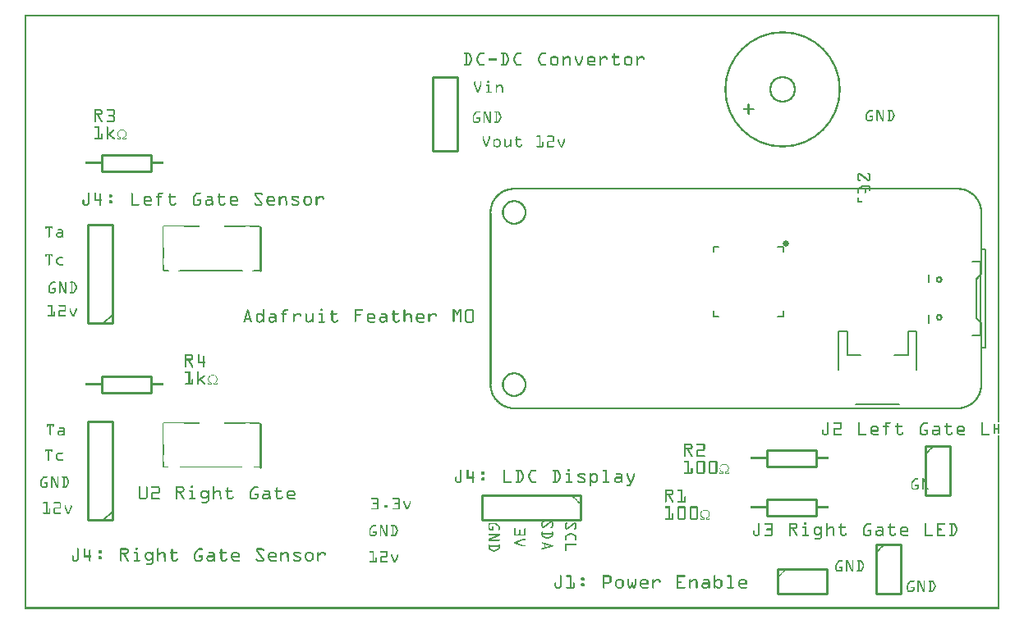
<source format=gto>
G04 MADE WITH FRITZING*
G04 WWW.FRITZING.ORG*
G04 DOUBLE SIDED*
G04 HOLES PLATED*
G04 CONTOUR ON CENTER OF CONTOUR VECTOR*
%ASAXBY*%
%FSLAX23Y23*%
%MOIN*%
%OFA0B0*%
%SFA1.0B1.0*%
%ADD10C,0.026000X-0.00599994*%
%ADD11C,0.472568X0.456568*%
%ADD12C,0.108000X0.092*%
%ADD13C,0.010000*%
%ADD14C,0.009799*%
%ADD15C,0.005000*%
%ADD16C,0.008000*%
%ADD17R,0.001000X0.001000*%
%LNSILK1*%
G90*
G70*
G54D10*
X3091Y1488D03*
G54D11*
X3079Y2113D03*
G54D12*
X3079Y2113D03*
G54D13*
X1657Y2163D02*
X1657Y1863D01*
D02*
X1657Y1863D02*
X1757Y1863D01*
D02*
X1757Y1863D02*
X1757Y2163D01*
D02*
X1757Y2163D02*
X1657Y2163D01*
G54D14*
D02*
X957Y577D02*
X957Y755D01*
D02*
X957Y1377D02*
X957Y1555D01*
G54D13*
D02*
X316Y946D02*
X516Y946D01*
D02*
X516Y946D02*
X516Y880D01*
D02*
X516Y880D02*
X316Y880D01*
D02*
X316Y880D02*
X316Y946D01*
D02*
X316Y1846D02*
X516Y1846D01*
D02*
X516Y1846D02*
X516Y1780D01*
D02*
X516Y1780D02*
X316Y1780D01*
D02*
X316Y1780D02*
X316Y1846D01*
G54D15*
D02*
X3059Y1191D02*
X3080Y1191D01*
D02*
X3080Y1191D02*
X3080Y1213D01*
D02*
X2819Y1191D02*
X2797Y1191D01*
D02*
X2797Y1191D02*
X2797Y1213D01*
D02*
X3080Y1453D02*
X3080Y1475D01*
D02*
X3080Y1475D02*
X3059Y1475D01*
D02*
X2797Y1453D02*
X2797Y1475D01*
D02*
X2797Y1475D02*
X2819Y1475D01*
G54D16*
D02*
X3552Y835D02*
X3375Y835D01*
D02*
X3306Y972D02*
X3306Y1130D01*
D02*
X3306Y1130D02*
X3340Y1130D01*
D02*
X3340Y1130D02*
X3340Y1032D01*
D02*
X3340Y1032D02*
X3395Y1032D01*
D02*
X3533Y1032D02*
X3588Y1032D01*
D02*
X3588Y1032D02*
X3588Y1130D01*
D02*
X3588Y1130D02*
X3621Y1130D01*
D02*
X3621Y1130D02*
X3621Y972D01*
G54D15*
D02*
X3670Y1164D02*
X3670Y1196D01*
D02*
X3670Y1330D02*
X3670Y1361D01*
D02*
X3848Y1113D02*
X3883Y1113D01*
D02*
X3883Y1113D02*
X3883Y1412D01*
D02*
X3883Y1412D02*
X3848Y1412D01*
G54D16*
D02*
X3903Y1462D02*
X3889Y1462D01*
D02*
X3903Y1064D02*
X3889Y1064D01*
D02*
X3903Y1462D02*
X3903Y1064D01*
G54D13*
D02*
X357Y363D02*
X357Y763D01*
D02*
X357Y763D02*
X257Y763D01*
D02*
X257Y763D02*
X257Y363D01*
D02*
X257Y363D02*
X357Y363D01*
G54D15*
D02*
X357Y398D02*
X322Y363D01*
G54D13*
D02*
X2257Y463D02*
X1857Y463D01*
D02*
X1857Y463D02*
X1857Y363D01*
D02*
X1857Y363D02*
X2257Y363D01*
D02*
X2257Y363D02*
X2257Y463D01*
D02*
X357Y1163D02*
X357Y1563D01*
D02*
X357Y1563D02*
X257Y1563D01*
D02*
X257Y1563D02*
X257Y1163D01*
D02*
X257Y1163D02*
X357Y1163D01*
G54D15*
D02*
X357Y1198D02*
X322Y1163D01*
G54D13*
D02*
X3057Y163D02*
X3057Y63D01*
D02*
X3057Y63D02*
X3257Y63D01*
D02*
X3257Y63D02*
X3257Y163D01*
D02*
X3257Y163D02*
X3057Y163D01*
D02*
X3657Y663D02*
X3657Y463D01*
D02*
X3657Y463D02*
X3757Y463D01*
D02*
X3757Y463D02*
X3757Y663D01*
D02*
X3757Y663D02*
X3657Y663D01*
D02*
X3457Y263D02*
X3457Y63D01*
D02*
X3457Y63D02*
X3557Y63D01*
D02*
X3557Y63D02*
X3557Y263D01*
D02*
X3557Y263D02*
X3457Y263D01*
D02*
X3016Y646D02*
X3216Y646D01*
D02*
X3216Y646D02*
X3216Y580D01*
D02*
X3216Y580D02*
X3016Y580D01*
D02*
X3016Y580D02*
X3016Y646D01*
D02*
X3016Y446D02*
X3216Y446D01*
D02*
X3216Y446D02*
X3216Y380D01*
D02*
X3216Y380D02*
X3016Y380D01*
D02*
X3016Y380D02*
X3016Y446D01*
G54D17*
X1Y2417D02*
X3958Y2417D01*
X1Y2416D02*
X3958Y2416D01*
X1Y2415D02*
X3958Y2415D01*
X1Y2414D02*
X3958Y2414D01*
X1Y2413D02*
X3958Y2413D01*
X1Y2412D02*
X3958Y2412D01*
X1Y2411D02*
X3958Y2411D01*
X1Y2410D02*
X3958Y2410D01*
X1Y2409D02*
X8Y2409D01*
X3951Y2409D02*
X3958Y2409D01*
X1Y2408D02*
X8Y2408D01*
X3951Y2408D02*
X3958Y2408D01*
X1Y2407D02*
X8Y2407D01*
X3951Y2407D02*
X3958Y2407D01*
X1Y2406D02*
X8Y2406D01*
X3951Y2406D02*
X3958Y2406D01*
X1Y2405D02*
X8Y2405D01*
X3951Y2405D02*
X3958Y2405D01*
X1Y2404D02*
X8Y2404D01*
X3951Y2404D02*
X3958Y2404D01*
X1Y2403D02*
X8Y2403D01*
X3951Y2403D02*
X3958Y2403D01*
X1Y2402D02*
X8Y2402D01*
X3951Y2402D02*
X3958Y2402D01*
X1Y2401D02*
X8Y2401D01*
X3951Y2401D02*
X3958Y2401D01*
X1Y2400D02*
X8Y2400D01*
X3951Y2400D02*
X3958Y2400D01*
X1Y2399D02*
X8Y2399D01*
X3951Y2399D02*
X3958Y2399D01*
X1Y2398D02*
X8Y2398D01*
X3951Y2398D02*
X3958Y2398D01*
X1Y2397D02*
X8Y2397D01*
X3951Y2397D02*
X3958Y2397D01*
X1Y2396D02*
X8Y2396D01*
X3951Y2396D02*
X3958Y2396D01*
X1Y2395D02*
X8Y2395D01*
X3951Y2395D02*
X3958Y2395D01*
X1Y2394D02*
X8Y2394D01*
X3951Y2394D02*
X3958Y2394D01*
X1Y2393D02*
X8Y2393D01*
X3951Y2393D02*
X3958Y2393D01*
X1Y2392D02*
X8Y2392D01*
X3951Y2392D02*
X3958Y2392D01*
X1Y2391D02*
X8Y2391D01*
X3951Y2391D02*
X3958Y2391D01*
X1Y2390D02*
X8Y2390D01*
X3951Y2390D02*
X3958Y2390D01*
X1Y2389D02*
X8Y2389D01*
X3951Y2389D02*
X3958Y2389D01*
X1Y2388D02*
X8Y2388D01*
X3951Y2388D02*
X3958Y2388D01*
X1Y2387D02*
X8Y2387D01*
X3951Y2387D02*
X3958Y2387D01*
X1Y2386D02*
X8Y2386D01*
X3951Y2386D02*
X3958Y2386D01*
X1Y2385D02*
X8Y2385D01*
X3951Y2385D02*
X3958Y2385D01*
X1Y2384D02*
X8Y2384D01*
X3951Y2384D02*
X3958Y2384D01*
X1Y2383D02*
X8Y2383D01*
X3951Y2383D02*
X3958Y2383D01*
X1Y2382D02*
X8Y2382D01*
X3951Y2382D02*
X3958Y2382D01*
X1Y2381D02*
X8Y2381D01*
X3951Y2381D02*
X3958Y2381D01*
X1Y2380D02*
X8Y2380D01*
X3951Y2380D02*
X3958Y2380D01*
X1Y2379D02*
X8Y2379D01*
X3951Y2379D02*
X3958Y2379D01*
X1Y2378D02*
X8Y2378D01*
X3951Y2378D02*
X3958Y2378D01*
X1Y2377D02*
X8Y2377D01*
X3951Y2377D02*
X3958Y2377D01*
X1Y2376D02*
X8Y2376D01*
X3951Y2376D02*
X3958Y2376D01*
X1Y2375D02*
X8Y2375D01*
X3951Y2375D02*
X3958Y2375D01*
X1Y2374D02*
X8Y2374D01*
X3951Y2374D02*
X3958Y2374D01*
X1Y2373D02*
X8Y2373D01*
X3951Y2373D02*
X3958Y2373D01*
X1Y2372D02*
X8Y2372D01*
X3951Y2372D02*
X3958Y2372D01*
X1Y2371D02*
X8Y2371D01*
X3951Y2371D02*
X3958Y2371D01*
X1Y2370D02*
X8Y2370D01*
X3951Y2370D02*
X3958Y2370D01*
X1Y2369D02*
X8Y2369D01*
X3951Y2369D02*
X3958Y2369D01*
X1Y2368D02*
X8Y2368D01*
X3951Y2368D02*
X3958Y2368D01*
X1Y2367D02*
X8Y2367D01*
X3951Y2367D02*
X3958Y2367D01*
X1Y2366D02*
X8Y2366D01*
X3951Y2366D02*
X3958Y2366D01*
X1Y2365D02*
X8Y2365D01*
X3951Y2365D02*
X3958Y2365D01*
X1Y2364D02*
X8Y2364D01*
X3951Y2364D02*
X3958Y2364D01*
X1Y2363D02*
X8Y2363D01*
X3951Y2363D02*
X3958Y2363D01*
X1Y2362D02*
X8Y2362D01*
X3951Y2362D02*
X3958Y2362D01*
X1Y2361D02*
X8Y2361D01*
X3951Y2361D02*
X3958Y2361D01*
X1Y2360D02*
X8Y2360D01*
X3951Y2360D02*
X3958Y2360D01*
X1Y2359D02*
X8Y2359D01*
X3951Y2359D02*
X3958Y2359D01*
X1Y2358D02*
X8Y2358D01*
X3951Y2358D02*
X3958Y2358D01*
X1Y2357D02*
X8Y2357D01*
X3951Y2357D02*
X3958Y2357D01*
X1Y2356D02*
X8Y2356D01*
X3951Y2356D02*
X3958Y2356D01*
X1Y2355D02*
X8Y2355D01*
X3951Y2355D02*
X3958Y2355D01*
X1Y2354D02*
X8Y2354D01*
X3951Y2354D02*
X3958Y2354D01*
X1Y2353D02*
X8Y2353D01*
X3951Y2353D02*
X3958Y2353D01*
X1Y2352D02*
X8Y2352D01*
X3951Y2352D02*
X3958Y2352D01*
X1Y2351D02*
X8Y2351D01*
X3951Y2351D02*
X3958Y2351D01*
X1Y2350D02*
X8Y2350D01*
X3951Y2350D02*
X3958Y2350D01*
X1Y2349D02*
X8Y2349D01*
X3951Y2349D02*
X3958Y2349D01*
X1Y2348D02*
X8Y2348D01*
X3951Y2348D02*
X3958Y2348D01*
X1Y2347D02*
X8Y2347D01*
X3951Y2347D02*
X3958Y2347D01*
X1Y2346D02*
X8Y2346D01*
X3951Y2346D02*
X3958Y2346D01*
X1Y2345D02*
X8Y2345D01*
X3951Y2345D02*
X3958Y2345D01*
X1Y2344D02*
X8Y2344D01*
X3951Y2344D02*
X3958Y2344D01*
X1Y2343D02*
X8Y2343D01*
X3951Y2343D02*
X3958Y2343D01*
X1Y2342D02*
X8Y2342D01*
X3951Y2342D02*
X3958Y2342D01*
X1Y2341D02*
X8Y2341D01*
X3951Y2341D02*
X3958Y2341D01*
X1Y2340D02*
X8Y2340D01*
X3951Y2340D02*
X3958Y2340D01*
X1Y2339D02*
X8Y2339D01*
X3951Y2339D02*
X3958Y2339D01*
X1Y2338D02*
X8Y2338D01*
X3951Y2338D02*
X3958Y2338D01*
X1Y2337D02*
X8Y2337D01*
X3951Y2337D02*
X3958Y2337D01*
X1Y2336D02*
X8Y2336D01*
X3951Y2336D02*
X3958Y2336D01*
X1Y2335D02*
X8Y2335D01*
X3951Y2335D02*
X3958Y2335D01*
X1Y2334D02*
X8Y2334D01*
X3951Y2334D02*
X3958Y2334D01*
X1Y2333D02*
X8Y2333D01*
X3951Y2333D02*
X3958Y2333D01*
X1Y2332D02*
X8Y2332D01*
X3951Y2332D02*
X3958Y2332D01*
X1Y2331D02*
X8Y2331D01*
X3951Y2331D02*
X3958Y2331D01*
X1Y2330D02*
X8Y2330D01*
X3951Y2330D02*
X3958Y2330D01*
X1Y2329D02*
X8Y2329D01*
X3951Y2329D02*
X3958Y2329D01*
X1Y2328D02*
X8Y2328D01*
X3951Y2328D02*
X3958Y2328D01*
X1Y2327D02*
X8Y2327D01*
X3951Y2327D02*
X3958Y2327D01*
X1Y2326D02*
X8Y2326D01*
X3951Y2326D02*
X3958Y2326D01*
X1Y2325D02*
X8Y2325D01*
X3951Y2325D02*
X3958Y2325D01*
X1Y2324D02*
X8Y2324D01*
X3951Y2324D02*
X3958Y2324D01*
X1Y2323D02*
X8Y2323D01*
X3951Y2323D02*
X3958Y2323D01*
X1Y2322D02*
X8Y2322D01*
X3951Y2322D02*
X3958Y2322D01*
X1Y2321D02*
X8Y2321D01*
X3951Y2321D02*
X3958Y2321D01*
X1Y2320D02*
X8Y2320D01*
X3951Y2320D02*
X3958Y2320D01*
X1Y2319D02*
X8Y2319D01*
X3951Y2319D02*
X3958Y2319D01*
X1Y2318D02*
X8Y2318D01*
X3951Y2318D02*
X3958Y2318D01*
X1Y2317D02*
X8Y2317D01*
X3951Y2317D02*
X3958Y2317D01*
X1Y2316D02*
X8Y2316D01*
X3951Y2316D02*
X3958Y2316D01*
X1Y2315D02*
X8Y2315D01*
X3951Y2315D02*
X3958Y2315D01*
X1Y2314D02*
X8Y2314D01*
X3951Y2314D02*
X3958Y2314D01*
X1Y2313D02*
X8Y2313D01*
X3951Y2313D02*
X3958Y2313D01*
X1Y2312D02*
X8Y2312D01*
X3951Y2312D02*
X3958Y2312D01*
X1Y2311D02*
X8Y2311D01*
X3951Y2311D02*
X3958Y2311D01*
X1Y2310D02*
X8Y2310D01*
X3951Y2310D02*
X3958Y2310D01*
X1Y2309D02*
X8Y2309D01*
X3951Y2309D02*
X3958Y2309D01*
X1Y2308D02*
X8Y2308D01*
X3951Y2308D02*
X3958Y2308D01*
X1Y2307D02*
X8Y2307D01*
X3951Y2307D02*
X3958Y2307D01*
X1Y2306D02*
X8Y2306D01*
X3951Y2306D02*
X3958Y2306D01*
X1Y2305D02*
X8Y2305D01*
X3951Y2305D02*
X3958Y2305D01*
X1Y2304D02*
X8Y2304D01*
X3951Y2304D02*
X3958Y2304D01*
X1Y2303D02*
X8Y2303D01*
X3951Y2303D02*
X3958Y2303D01*
X1Y2302D02*
X8Y2302D01*
X3951Y2302D02*
X3958Y2302D01*
X1Y2301D02*
X8Y2301D01*
X3951Y2301D02*
X3958Y2301D01*
X1Y2300D02*
X8Y2300D01*
X3951Y2300D02*
X3958Y2300D01*
X1Y2299D02*
X8Y2299D01*
X3951Y2299D02*
X3958Y2299D01*
X1Y2298D02*
X8Y2298D01*
X3951Y2298D02*
X3958Y2298D01*
X1Y2297D02*
X8Y2297D01*
X3951Y2297D02*
X3958Y2297D01*
X1Y2296D02*
X8Y2296D01*
X3951Y2296D02*
X3958Y2296D01*
X1Y2295D02*
X8Y2295D01*
X3951Y2295D02*
X3958Y2295D01*
X1Y2294D02*
X8Y2294D01*
X3951Y2294D02*
X3958Y2294D01*
X1Y2293D02*
X8Y2293D01*
X3951Y2293D02*
X3958Y2293D01*
X1Y2292D02*
X8Y2292D01*
X3951Y2292D02*
X3958Y2292D01*
X1Y2291D02*
X8Y2291D01*
X3951Y2291D02*
X3958Y2291D01*
X1Y2290D02*
X8Y2290D01*
X3951Y2290D02*
X3958Y2290D01*
X1Y2289D02*
X8Y2289D01*
X3951Y2289D02*
X3958Y2289D01*
X1Y2288D02*
X8Y2288D01*
X3951Y2288D02*
X3958Y2288D01*
X1Y2287D02*
X8Y2287D01*
X3951Y2287D02*
X3958Y2287D01*
X1Y2286D02*
X8Y2286D01*
X3951Y2286D02*
X3958Y2286D01*
X1Y2285D02*
X8Y2285D01*
X3951Y2285D02*
X3958Y2285D01*
X1Y2284D02*
X8Y2284D01*
X3951Y2284D02*
X3958Y2284D01*
X1Y2283D02*
X8Y2283D01*
X3951Y2283D02*
X3958Y2283D01*
X1Y2282D02*
X8Y2282D01*
X3951Y2282D02*
X3958Y2282D01*
X1Y2281D02*
X8Y2281D01*
X3951Y2281D02*
X3958Y2281D01*
X1Y2280D02*
X8Y2280D01*
X3951Y2280D02*
X3958Y2280D01*
X1Y2279D02*
X8Y2279D01*
X3951Y2279D02*
X3958Y2279D01*
X1Y2278D02*
X8Y2278D01*
X3951Y2278D02*
X3958Y2278D01*
X1Y2277D02*
X8Y2277D01*
X3951Y2277D02*
X3958Y2277D01*
X1Y2276D02*
X8Y2276D01*
X3951Y2276D02*
X3958Y2276D01*
X1Y2275D02*
X8Y2275D01*
X3951Y2275D02*
X3958Y2275D01*
X1Y2274D02*
X8Y2274D01*
X3951Y2274D02*
X3958Y2274D01*
X1Y2273D02*
X8Y2273D01*
X3951Y2273D02*
X3958Y2273D01*
X1Y2272D02*
X8Y2272D01*
X3951Y2272D02*
X3958Y2272D01*
X1Y2271D02*
X8Y2271D01*
X3951Y2271D02*
X3958Y2271D01*
X1Y2270D02*
X8Y2270D01*
X3951Y2270D02*
X3958Y2270D01*
X1Y2269D02*
X8Y2269D01*
X3951Y2269D02*
X3958Y2269D01*
X1Y2268D02*
X8Y2268D01*
X3951Y2268D02*
X3958Y2268D01*
X1Y2267D02*
X8Y2267D01*
X3951Y2267D02*
X3958Y2267D01*
X1Y2266D02*
X8Y2266D01*
X3951Y2266D02*
X3958Y2266D01*
X1Y2265D02*
X8Y2265D01*
X3951Y2265D02*
X3958Y2265D01*
X1Y2264D02*
X8Y2264D01*
X3951Y2264D02*
X3958Y2264D01*
X1Y2263D02*
X8Y2263D01*
X1788Y2263D02*
X1802Y2263D01*
X1853Y2263D02*
X1866Y2263D01*
X1938Y2263D02*
X1952Y2263D01*
X2003Y2263D02*
X2016Y2263D01*
X2103Y2263D02*
X2116Y2263D01*
X3951Y2263D02*
X3958Y2263D01*
X1Y2262D02*
X8Y2262D01*
X1786Y2262D02*
X1805Y2262D01*
X1849Y2262D02*
X1868Y2262D01*
X1936Y2262D02*
X1955Y2262D01*
X1999Y2262D02*
X2018Y2262D01*
X2099Y2262D02*
X2118Y2262D01*
X3951Y2262D02*
X3958Y2262D01*
X1Y2261D02*
X8Y2261D01*
X1786Y2261D02*
X1807Y2261D01*
X1847Y2261D02*
X1869Y2261D01*
X1936Y2261D02*
X1957Y2261D01*
X1997Y2261D02*
X2018Y2261D01*
X2097Y2261D02*
X2118Y2261D01*
X3951Y2261D02*
X3958Y2261D01*
X1Y2260D02*
X8Y2260D01*
X1785Y2260D02*
X1808Y2260D01*
X1846Y2260D02*
X1869Y2260D01*
X1935Y2260D02*
X1958Y2260D01*
X1996Y2260D02*
X2019Y2260D01*
X2096Y2260D02*
X2119Y2260D01*
X2395Y2260D02*
X2396Y2260D01*
X3951Y2260D02*
X3958Y2260D01*
X1Y2259D02*
X8Y2259D01*
X1785Y2259D02*
X1809Y2259D01*
X1845Y2259D02*
X1869Y2259D01*
X1935Y2259D02*
X1959Y2259D01*
X1995Y2259D02*
X2019Y2259D01*
X2095Y2259D02*
X2119Y2259D01*
X2393Y2259D02*
X2397Y2259D01*
X3951Y2259D02*
X3958Y2259D01*
X1Y2258D02*
X8Y2258D01*
X1786Y2258D02*
X1810Y2258D01*
X1844Y2258D02*
X1868Y2258D01*
X1936Y2258D02*
X1960Y2258D01*
X1994Y2258D02*
X2018Y2258D01*
X2094Y2258D02*
X2118Y2258D01*
X2392Y2258D02*
X2398Y2258D01*
X3951Y2258D02*
X3958Y2258D01*
X1Y2257D02*
X8Y2257D01*
X1787Y2257D02*
X1810Y2257D01*
X1844Y2257D02*
X1868Y2257D01*
X1936Y2257D02*
X1960Y2257D01*
X1994Y2257D02*
X2018Y2257D01*
X2094Y2257D02*
X2118Y2257D01*
X2392Y2257D02*
X2398Y2257D01*
X3951Y2257D02*
X3958Y2257D01*
X1Y2256D02*
X8Y2256D01*
X1792Y2256D02*
X1799Y2256D01*
X1802Y2256D02*
X1811Y2256D01*
X1843Y2256D02*
X1852Y2256D01*
X1942Y2256D02*
X1949Y2256D01*
X1952Y2256D02*
X1961Y2256D01*
X1993Y2256D02*
X2002Y2256D01*
X2093Y2256D02*
X2102Y2256D01*
X2392Y2256D02*
X2398Y2256D01*
X3951Y2256D02*
X3958Y2256D01*
X1Y2255D02*
X8Y2255D01*
X1792Y2255D02*
X1798Y2255D01*
X1804Y2255D02*
X1811Y2255D01*
X1843Y2255D02*
X1850Y2255D01*
X1942Y2255D02*
X1948Y2255D01*
X1954Y2255D02*
X1961Y2255D01*
X1993Y2255D02*
X2000Y2255D01*
X2093Y2255D02*
X2100Y2255D01*
X2392Y2255D02*
X2398Y2255D01*
X3951Y2255D02*
X3958Y2255D01*
X1Y2254D02*
X8Y2254D01*
X1792Y2254D02*
X1798Y2254D01*
X1805Y2254D02*
X1812Y2254D01*
X1842Y2254D02*
X1849Y2254D01*
X1942Y2254D02*
X1948Y2254D01*
X1955Y2254D02*
X1962Y2254D01*
X1992Y2254D02*
X1999Y2254D01*
X2092Y2254D02*
X2099Y2254D01*
X2392Y2254D02*
X2398Y2254D01*
X3951Y2254D02*
X3958Y2254D01*
X1Y2253D02*
X8Y2253D01*
X1792Y2253D02*
X1798Y2253D01*
X1805Y2253D02*
X1812Y2253D01*
X1842Y2253D02*
X1849Y2253D01*
X1942Y2253D02*
X1948Y2253D01*
X1955Y2253D02*
X1962Y2253D01*
X1992Y2253D02*
X1999Y2253D01*
X2092Y2253D02*
X2099Y2253D01*
X2392Y2253D02*
X2398Y2253D01*
X3951Y2253D02*
X3958Y2253D01*
X1Y2252D02*
X8Y2252D01*
X1792Y2252D02*
X1798Y2252D01*
X1806Y2252D02*
X1813Y2252D01*
X1841Y2252D02*
X1848Y2252D01*
X1942Y2252D02*
X1948Y2252D01*
X1956Y2252D02*
X1963Y2252D01*
X1991Y2252D02*
X1998Y2252D01*
X2091Y2252D02*
X2098Y2252D01*
X2392Y2252D02*
X2398Y2252D01*
X3951Y2252D02*
X3958Y2252D01*
X1Y2251D02*
X8Y2251D01*
X1792Y2251D02*
X1798Y2251D01*
X1806Y2251D02*
X1813Y2251D01*
X1841Y2251D02*
X1848Y2251D01*
X1942Y2251D02*
X1948Y2251D01*
X1956Y2251D02*
X1963Y2251D01*
X1991Y2251D02*
X1998Y2251D01*
X2091Y2251D02*
X2098Y2251D01*
X2392Y2251D02*
X2398Y2251D01*
X3951Y2251D02*
X3958Y2251D01*
X1Y2250D02*
X8Y2250D01*
X1792Y2250D02*
X1798Y2250D01*
X1807Y2250D02*
X1814Y2250D01*
X1840Y2250D02*
X1847Y2250D01*
X1942Y2250D02*
X1948Y2250D01*
X1957Y2250D02*
X1964Y2250D01*
X1990Y2250D02*
X1997Y2250D01*
X2090Y2250D02*
X2097Y2250D01*
X2392Y2250D02*
X2398Y2250D01*
X3951Y2250D02*
X3958Y2250D01*
X1Y2249D02*
X8Y2249D01*
X1792Y2249D02*
X1798Y2249D01*
X1807Y2249D02*
X1814Y2249D01*
X1840Y2249D02*
X1847Y2249D01*
X1942Y2249D02*
X1948Y2249D01*
X1957Y2249D02*
X1964Y2249D01*
X1990Y2249D02*
X1997Y2249D01*
X2090Y2249D02*
X2097Y2249D01*
X2392Y2249D02*
X2398Y2249D01*
X3951Y2249D02*
X3958Y2249D01*
X1Y2248D02*
X8Y2248D01*
X1792Y2248D02*
X1798Y2248D01*
X1808Y2248D02*
X1815Y2248D01*
X1839Y2248D02*
X1846Y2248D01*
X1942Y2248D02*
X1948Y2248D01*
X1958Y2248D02*
X1965Y2248D01*
X1989Y2248D02*
X1996Y2248D01*
X2089Y2248D02*
X2096Y2248D01*
X2145Y2248D02*
X2159Y2248D01*
X2187Y2248D02*
X2189Y2248D01*
X2202Y2248D02*
X2210Y2248D01*
X2237Y2248D02*
X2239Y2248D01*
X2265Y2248D02*
X2267Y2248D01*
X2295Y2248D02*
X2309Y2248D01*
X2337Y2248D02*
X2339Y2248D01*
X2351Y2248D02*
X2361Y2248D01*
X2387Y2248D02*
X2413Y2248D01*
X2445Y2248D02*
X2458Y2248D01*
X2487Y2248D02*
X2489Y2248D01*
X2501Y2248D02*
X2511Y2248D01*
X3951Y2248D02*
X3958Y2248D01*
X1Y2247D02*
X8Y2247D01*
X1792Y2247D02*
X1798Y2247D01*
X1808Y2247D02*
X1815Y2247D01*
X1839Y2247D02*
X1846Y2247D01*
X1942Y2247D02*
X1948Y2247D01*
X1958Y2247D02*
X1965Y2247D01*
X1989Y2247D02*
X1996Y2247D01*
X2089Y2247D02*
X2096Y2247D01*
X2143Y2247D02*
X2161Y2247D01*
X2186Y2247D02*
X2190Y2247D01*
X2200Y2247D02*
X2213Y2247D01*
X2236Y2247D02*
X2240Y2247D01*
X2264Y2247D02*
X2268Y2247D01*
X2293Y2247D02*
X2311Y2247D01*
X2336Y2247D02*
X2340Y2247D01*
X2350Y2247D02*
X2363Y2247D01*
X2386Y2247D02*
X2414Y2247D01*
X2443Y2247D02*
X2461Y2247D01*
X2486Y2247D02*
X2490Y2247D01*
X2500Y2247D02*
X2513Y2247D01*
X3951Y2247D02*
X3958Y2247D01*
X1Y2246D02*
X8Y2246D01*
X1792Y2246D02*
X1798Y2246D01*
X1809Y2246D02*
X1816Y2246D01*
X1838Y2246D02*
X1845Y2246D01*
X1942Y2246D02*
X1948Y2246D01*
X1959Y2246D02*
X1966Y2246D01*
X1988Y2246D02*
X1995Y2246D01*
X2088Y2246D02*
X2095Y2246D01*
X2142Y2246D02*
X2162Y2246D01*
X2185Y2246D02*
X2191Y2246D01*
X2198Y2246D02*
X2214Y2246D01*
X2235Y2246D02*
X2241Y2246D01*
X2263Y2246D02*
X2269Y2246D01*
X2292Y2246D02*
X2312Y2246D01*
X2335Y2246D02*
X2341Y2246D01*
X2348Y2246D02*
X2365Y2246D01*
X2385Y2246D02*
X2415Y2246D01*
X2442Y2246D02*
X2462Y2246D01*
X2485Y2246D02*
X2491Y2246D01*
X2498Y2246D02*
X2515Y2246D01*
X3951Y2246D02*
X3958Y2246D01*
X1Y2245D02*
X8Y2245D01*
X1792Y2245D02*
X1798Y2245D01*
X1809Y2245D02*
X1816Y2245D01*
X1838Y2245D02*
X1845Y2245D01*
X1942Y2245D02*
X1948Y2245D01*
X1959Y2245D02*
X1966Y2245D01*
X1988Y2245D02*
X1995Y2245D01*
X2088Y2245D02*
X2095Y2245D01*
X2140Y2245D02*
X2164Y2245D01*
X2185Y2245D02*
X2191Y2245D01*
X2196Y2245D02*
X2215Y2245D01*
X2235Y2245D02*
X2241Y2245D01*
X2263Y2245D02*
X2269Y2245D01*
X2290Y2245D02*
X2314Y2245D01*
X2335Y2245D02*
X2341Y2245D01*
X2347Y2245D02*
X2366Y2245D01*
X2385Y2245D02*
X2415Y2245D01*
X2440Y2245D02*
X2464Y2245D01*
X2485Y2245D02*
X2491Y2245D01*
X2497Y2245D02*
X2516Y2245D01*
X3951Y2245D02*
X3958Y2245D01*
X1Y2244D02*
X8Y2244D01*
X1792Y2244D02*
X1798Y2244D01*
X1810Y2244D02*
X1817Y2244D01*
X1837Y2244D02*
X1844Y2244D01*
X1942Y2244D02*
X1948Y2244D01*
X1960Y2244D02*
X1967Y2244D01*
X1987Y2244D02*
X1994Y2244D01*
X2087Y2244D02*
X2094Y2244D01*
X2139Y2244D02*
X2165Y2244D01*
X2185Y2244D02*
X2191Y2244D01*
X2195Y2244D02*
X2216Y2244D01*
X2235Y2244D02*
X2241Y2244D01*
X2263Y2244D02*
X2269Y2244D01*
X2289Y2244D02*
X2315Y2244D01*
X2335Y2244D02*
X2341Y2244D01*
X2346Y2244D02*
X2367Y2244D01*
X2385Y2244D02*
X2415Y2244D01*
X2439Y2244D02*
X2465Y2244D01*
X2485Y2244D02*
X2491Y2244D01*
X2496Y2244D02*
X2517Y2244D01*
X3951Y2244D02*
X3958Y2244D01*
X1Y2243D02*
X8Y2243D01*
X1792Y2243D02*
X1798Y2243D01*
X1810Y2243D02*
X1817Y2243D01*
X1837Y2243D02*
X1844Y2243D01*
X1942Y2243D02*
X1948Y2243D01*
X1960Y2243D02*
X1967Y2243D01*
X1987Y2243D02*
X1994Y2243D01*
X2087Y2243D02*
X2094Y2243D01*
X2138Y2243D02*
X2166Y2243D01*
X2185Y2243D02*
X2191Y2243D01*
X2193Y2243D02*
X2217Y2243D01*
X2235Y2243D02*
X2241Y2243D01*
X2263Y2243D02*
X2269Y2243D01*
X2288Y2243D02*
X2316Y2243D01*
X2335Y2243D02*
X2341Y2243D01*
X2345Y2243D02*
X2367Y2243D01*
X2386Y2243D02*
X2415Y2243D01*
X2438Y2243D02*
X2466Y2243D01*
X2485Y2243D02*
X2491Y2243D01*
X2495Y2243D02*
X2517Y2243D01*
X3951Y2243D02*
X3958Y2243D01*
X1Y2242D02*
X8Y2242D01*
X1792Y2242D02*
X1798Y2242D01*
X1811Y2242D02*
X1818Y2242D01*
X1837Y2242D02*
X1843Y2242D01*
X1942Y2242D02*
X1948Y2242D01*
X1961Y2242D02*
X1968Y2242D01*
X1987Y2242D02*
X1993Y2242D01*
X2087Y2242D02*
X2093Y2242D01*
X2137Y2242D02*
X2167Y2242D01*
X2185Y2242D02*
X2217Y2242D01*
X2235Y2242D02*
X2241Y2242D01*
X2263Y2242D02*
X2269Y2242D01*
X2287Y2242D02*
X2317Y2242D01*
X2335Y2242D02*
X2341Y2242D01*
X2344Y2242D02*
X2368Y2242D01*
X2387Y2242D02*
X2414Y2242D01*
X2437Y2242D02*
X2467Y2242D01*
X2485Y2242D02*
X2491Y2242D01*
X2494Y2242D02*
X2518Y2242D01*
X3951Y2242D02*
X3958Y2242D01*
X1Y2241D02*
X8Y2241D01*
X1792Y2241D02*
X1798Y2241D01*
X1811Y2241D02*
X1818Y2241D01*
X1836Y2241D02*
X1843Y2241D01*
X1942Y2241D02*
X1948Y2241D01*
X1961Y2241D02*
X1968Y2241D01*
X1986Y2241D02*
X1993Y2241D01*
X2086Y2241D02*
X2093Y2241D01*
X2137Y2241D02*
X2146Y2241D01*
X2158Y2241D02*
X2167Y2241D01*
X2185Y2241D02*
X2202Y2241D01*
X2210Y2241D02*
X2217Y2241D01*
X2235Y2241D02*
X2241Y2241D01*
X2263Y2241D02*
X2269Y2241D01*
X2287Y2241D02*
X2296Y2241D01*
X2308Y2241D02*
X2317Y2241D01*
X2335Y2241D02*
X2352Y2241D01*
X2361Y2241D02*
X2368Y2241D01*
X2392Y2241D02*
X2398Y2241D01*
X2437Y2241D02*
X2446Y2241D01*
X2458Y2241D02*
X2467Y2241D01*
X2485Y2241D02*
X2502Y2241D01*
X2511Y2241D02*
X2518Y2241D01*
X3951Y2241D02*
X3958Y2241D01*
X1Y2240D02*
X8Y2240D01*
X1792Y2240D02*
X1798Y2240D01*
X1812Y2240D02*
X1818Y2240D01*
X1836Y2240D02*
X1842Y2240D01*
X1942Y2240D02*
X1948Y2240D01*
X1962Y2240D02*
X1968Y2240D01*
X1986Y2240D02*
X1992Y2240D01*
X2086Y2240D02*
X2092Y2240D01*
X2136Y2240D02*
X2144Y2240D01*
X2160Y2240D02*
X2168Y2240D01*
X2185Y2240D02*
X2200Y2240D01*
X2211Y2240D02*
X2218Y2240D01*
X2235Y2240D02*
X2241Y2240D01*
X2263Y2240D02*
X2269Y2240D01*
X2286Y2240D02*
X2294Y2240D01*
X2310Y2240D02*
X2318Y2240D01*
X2335Y2240D02*
X2351Y2240D01*
X2362Y2240D02*
X2369Y2240D01*
X2392Y2240D02*
X2398Y2240D01*
X2436Y2240D02*
X2444Y2240D01*
X2460Y2240D02*
X2468Y2240D01*
X2485Y2240D02*
X2501Y2240D01*
X2512Y2240D02*
X2519Y2240D01*
X3951Y2240D02*
X3958Y2240D01*
X1Y2239D02*
X8Y2239D01*
X1792Y2239D02*
X1798Y2239D01*
X1812Y2239D02*
X1819Y2239D01*
X1836Y2239D02*
X1842Y2239D01*
X1887Y2239D02*
X1917Y2239D01*
X1942Y2239D02*
X1948Y2239D01*
X1962Y2239D02*
X1969Y2239D01*
X1986Y2239D02*
X1992Y2239D01*
X2086Y2239D02*
X2092Y2239D01*
X2136Y2239D02*
X2143Y2239D01*
X2161Y2239D02*
X2168Y2239D01*
X2185Y2239D02*
X2199Y2239D01*
X2212Y2239D02*
X2218Y2239D01*
X2235Y2239D02*
X2242Y2239D01*
X2262Y2239D02*
X2269Y2239D01*
X2286Y2239D02*
X2293Y2239D01*
X2311Y2239D02*
X2318Y2239D01*
X2335Y2239D02*
X2350Y2239D01*
X2363Y2239D02*
X2369Y2239D01*
X2392Y2239D02*
X2398Y2239D01*
X2436Y2239D02*
X2443Y2239D01*
X2461Y2239D02*
X2468Y2239D01*
X2485Y2239D02*
X2500Y2239D01*
X2513Y2239D02*
X2519Y2239D01*
X3951Y2239D02*
X3958Y2239D01*
X1Y2238D02*
X8Y2238D01*
X1792Y2238D02*
X1798Y2238D01*
X1813Y2238D02*
X1819Y2238D01*
X1835Y2238D02*
X1842Y2238D01*
X1886Y2238D02*
X1918Y2238D01*
X1942Y2238D02*
X1948Y2238D01*
X1963Y2238D02*
X1969Y2238D01*
X1985Y2238D02*
X1992Y2238D01*
X2085Y2238D02*
X2092Y2238D01*
X2136Y2238D02*
X2142Y2238D01*
X2162Y2238D02*
X2169Y2238D01*
X2185Y2238D02*
X2197Y2238D01*
X2212Y2238D02*
X2218Y2238D01*
X2235Y2238D02*
X2242Y2238D01*
X2262Y2238D02*
X2269Y2238D01*
X2286Y2238D02*
X2292Y2238D01*
X2312Y2238D02*
X2319Y2238D01*
X2335Y2238D02*
X2349Y2238D01*
X2363Y2238D02*
X2369Y2238D01*
X2392Y2238D02*
X2398Y2238D01*
X2435Y2238D02*
X2442Y2238D01*
X2462Y2238D02*
X2469Y2238D01*
X2485Y2238D02*
X2499Y2238D01*
X2513Y2238D02*
X2519Y2238D01*
X3951Y2238D02*
X3958Y2238D01*
X1Y2237D02*
X8Y2237D01*
X1792Y2237D02*
X1798Y2237D01*
X1813Y2237D02*
X1819Y2237D01*
X1835Y2237D02*
X1841Y2237D01*
X1885Y2237D02*
X1919Y2237D01*
X1942Y2237D02*
X1948Y2237D01*
X1963Y2237D02*
X1969Y2237D01*
X1985Y2237D02*
X1991Y2237D01*
X2085Y2237D02*
X2091Y2237D01*
X2135Y2237D02*
X2142Y2237D01*
X2163Y2237D02*
X2169Y2237D01*
X2185Y2237D02*
X2196Y2237D01*
X2212Y2237D02*
X2218Y2237D01*
X2236Y2237D02*
X2242Y2237D01*
X2262Y2237D02*
X2268Y2237D01*
X2285Y2237D02*
X2292Y2237D01*
X2313Y2237D02*
X2319Y2237D01*
X2335Y2237D02*
X2348Y2237D01*
X2363Y2237D02*
X2369Y2237D01*
X2392Y2237D02*
X2398Y2237D01*
X2435Y2237D02*
X2442Y2237D01*
X2463Y2237D02*
X2469Y2237D01*
X2485Y2237D02*
X2498Y2237D01*
X2513Y2237D02*
X2519Y2237D01*
X3951Y2237D02*
X3958Y2237D01*
X1Y2236D02*
X8Y2236D01*
X1792Y2236D02*
X1798Y2236D01*
X1813Y2236D02*
X1819Y2236D01*
X1835Y2236D02*
X1841Y2236D01*
X1885Y2236D02*
X1919Y2236D01*
X1942Y2236D02*
X1948Y2236D01*
X1963Y2236D02*
X1969Y2236D01*
X1985Y2236D02*
X1991Y2236D01*
X2085Y2236D02*
X2091Y2236D01*
X2135Y2236D02*
X2141Y2236D01*
X2163Y2236D02*
X2169Y2236D01*
X2185Y2236D02*
X2194Y2236D01*
X2212Y2236D02*
X2218Y2236D01*
X2236Y2236D02*
X2243Y2236D01*
X2261Y2236D02*
X2268Y2236D01*
X2285Y2236D02*
X2291Y2236D01*
X2313Y2236D02*
X2319Y2236D01*
X2335Y2236D02*
X2347Y2236D01*
X2363Y2236D02*
X2369Y2236D01*
X2392Y2236D02*
X2398Y2236D01*
X2435Y2236D02*
X2441Y2236D01*
X2463Y2236D02*
X2469Y2236D01*
X2485Y2236D02*
X2497Y2236D01*
X2513Y2236D02*
X2519Y2236D01*
X3951Y2236D02*
X3958Y2236D01*
X1Y2235D02*
X8Y2235D01*
X1792Y2235D02*
X1798Y2235D01*
X1813Y2235D02*
X1819Y2235D01*
X1835Y2235D02*
X1841Y2235D01*
X1885Y2235D02*
X1919Y2235D01*
X1942Y2235D02*
X1948Y2235D01*
X1963Y2235D02*
X1969Y2235D01*
X1985Y2235D02*
X1991Y2235D01*
X2085Y2235D02*
X2091Y2235D01*
X2135Y2235D02*
X2141Y2235D01*
X2163Y2235D02*
X2169Y2235D01*
X2185Y2235D02*
X2193Y2235D01*
X2212Y2235D02*
X2218Y2235D01*
X2237Y2235D02*
X2243Y2235D01*
X2261Y2235D02*
X2267Y2235D01*
X2285Y2235D02*
X2291Y2235D01*
X2313Y2235D02*
X2319Y2235D01*
X2335Y2235D02*
X2345Y2235D01*
X2363Y2235D02*
X2369Y2235D01*
X2392Y2235D02*
X2398Y2235D01*
X2435Y2235D02*
X2441Y2235D01*
X2463Y2235D02*
X2469Y2235D01*
X2485Y2235D02*
X2495Y2235D01*
X2513Y2235D02*
X2519Y2235D01*
X3951Y2235D02*
X3958Y2235D01*
X1Y2234D02*
X8Y2234D01*
X1792Y2234D02*
X1798Y2234D01*
X1813Y2234D02*
X1819Y2234D01*
X1835Y2234D02*
X1842Y2234D01*
X1885Y2234D02*
X1919Y2234D01*
X1942Y2234D02*
X1948Y2234D01*
X1963Y2234D02*
X1969Y2234D01*
X1985Y2234D02*
X1992Y2234D01*
X2085Y2234D02*
X2092Y2234D01*
X2135Y2234D02*
X2141Y2234D01*
X2163Y2234D02*
X2169Y2234D01*
X2185Y2234D02*
X2191Y2234D01*
X2212Y2234D02*
X2218Y2234D01*
X2237Y2234D02*
X2244Y2234D01*
X2260Y2234D02*
X2267Y2234D01*
X2285Y2234D02*
X2291Y2234D01*
X2313Y2234D02*
X2319Y2234D01*
X2335Y2234D02*
X2344Y2234D01*
X2363Y2234D02*
X2368Y2234D01*
X2392Y2234D02*
X2398Y2234D01*
X2435Y2234D02*
X2441Y2234D01*
X2463Y2234D02*
X2469Y2234D01*
X2485Y2234D02*
X2494Y2234D01*
X2513Y2234D02*
X2518Y2234D01*
X3951Y2234D02*
X3958Y2234D01*
X1Y2233D02*
X8Y2233D01*
X1792Y2233D02*
X1798Y2233D01*
X1812Y2233D02*
X1819Y2233D01*
X1836Y2233D02*
X1842Y2233D01*
X1885Y2233D02*
X1919Y2233D01*
X1942Y2233D02*
X1948Y2233D01*
X1962Y2233D02*
X1969Y2233D01*
X1986Y2233D02*
X1992Y2233D01*
X2086Y2233D02*
X2092Y2233D01*
X2135Y2233D02*
X2141Y2233D01*
X2163Y2233D02*
X2169Y2233D01*
X2185Y2233D02*
X2191Y2233D01*
X2212Y2233D02*
X2218Y2233D01*
X2237Y2233D02*
X2244Y2233D01*
X2260Y2233D02*
X2266Y2233D01*
X2285Y2233D02*
X2291Y2233D01*
X2313Y2233D02*
X2319Y2233D01*
X2335Y2233D02*
X2343Y2233D01*
X2365Y2233D02*
X2367Y2233D01*
X2392Y2233D02*
X2398Y2233D01*
X2435Y2233D02*
X2441Y2233D01*
X2463Y2233D02*
X2469Y2233D01*
X2485Y2233D02*
X2493Y2233D01*
X2515Y2233D02*
X2517Y2233D01*
X3951Y2233D02*
X3958Y2233D01*
X1Y2232D02*
X8Y2232D01*
X1792Y2232D02*
X1798Y2232D01*
X1812Y2232D02*
X1818Y2232D01*
X1836Y2232D02*
X1842Y2232D01*
X1885Y2232D02*
X1919Y2232D01*
X1942Y2232D02*
X1948Y2232D01*
X1962Y2232D02*
X1968Y2232D01*
X1986Y2232D02*
X1992Y2232D01*
X2086Y2232D02*
X2092Y2232D01*
X2135Y2232D02*
X2141Y2232D01*
X2163Y2232D02*
X2169Y2232D01*
X2185Y2232D02*
X2191Y2232D01*
X2212Y2232D02*
X2218Y2232D01*
X2238Y2232D02*
X2245Y2232D01*
X2259Y2232D02*
X2266Y2232D01*
X2285Y2232D02*
X2291Y2232D01*
X2313Y2232D02*
X2319Y2232D01*
X2335Y2232D02*
X2342Y2232D01*
X2392Y2232D02*
X2398Y2232D01*
X2435Y2232D02*
X2441Y2232D01*
X2463Y2232D02*
X2469Y2232D01*
X2485Y2232D02*
X2492Y2232D01*
X3951Y2232D02*
X3958Y2232D01*
X1Y2231D02*
X8Y2231D01*
X1792Y2231D02*
X1798Y2231D01*
X1811Y2231D02*
X1818Y2231D01*
X1836Y2231D02*
X1843Y2231D01*
X1886Y2231D02*
X1918Y2231D01*
X1942Y2231D02*
X1948Y2231D01*
X1961Y2231D02*
X1968Y2231D01*
X1986Y2231D02*
X1993Y2231D01*
X2086Y2231D02*
X2093Y2231D01*
X2135Y2231D02*
X2141Y2231D01*
X2163Y2231D02*
X2169Y2231D01*
X2185Y2231D02*
X2191Y2231D01*
X2212Y2231D02*
X2218Y2231D01*
X2238Y2231D02*
X2245Y2231D01*
X2259Y2231D02*
X2266Y2231D01*
X2285Y2231D02*
X2291Y2231D01*
X2313Y2231D02*
X2319Y2231D01*
X2335Y2231D02*
X2341Y2231D01*
X2392Y2231D02*
X2398Y2231D01*
X2435Y2231D02*
X2441Y2231D01*
X2463Y2231D02*
X2469Y2231D01*
X2485Y2231D02*
X2491Y2231D01*
X3951Y2231D02*
X3958Y2231D01*
X1Y2230D02*
X8Y2230D01*
X1792Y2230D02*
X1798Y2230D01*
X1811Y2230D02*
X1818Y2230D01*
X1837Y2230D02*
X1843Y2230D01*
X1887Y2230D02*
X1917Y2230D01*
X1942Y2230D02*
X1948Y2230D01*
X1961Y2230D02*
X1968Y2230D01*
X1987Y2230D02*
X1993Y2230D01*
X2087Y2230D02*
X2093Y2230D01*
X2135Y2230D02*
X2141Y2230D01*
X2163Y2230D02*
X2169Y2230D01*
X2185Y2230D02*
X2191Y2230D01*
X2212Y2230D02*
X2218Y2230D01*
X2239Y2230D02*
X2245Y2230D01*
X2259Y2230D02*
X2265Y2230D01*
X2285Y2230D02*
X2319Y2230D01*
X2335Y2230D02*
X2341Y2230D01*
X2392Y2230D02*
X2398Y2230D01*
X2435Y2230D02*
X2441Y2230D01*
X2463Y2230D02*
X2469Y2230D01*
X2485Y2230D02*
X2491Y2230D01*
X3951Y2230D02*
X3958Y2230D01*
X1Y2229D02*
X8Y2229D01*
X1792Y2229D02*
X1798Y2229D01*
X1810Y2229D02*
X1817Y2229D01*
X1837Y2229D02*
X1844Y2229D01*
X1942Y2229D02*
X1948Y2229D01*
X1960Y2229D02*
X1967Y2229D01*
X1987Y2229D02*
X1994Y2229D01*
X2087Y2229D02*
X2094Y2229D01*
X2135Y2229D02*
X2141Y2229D01*
X2163Y2229D02*
X2169Y2229D01*
X2185Y2229D02*
X2191Y2229D01*
X2212Y2229D02*
X2218Y2229D01*
X2239Y2229D02*
X2246Y2229D01*
X2258Y2229D02*
X2265Y2229D01*
X2285Y2229D02*
X2319Y2229D01*
X2335Y2229D02*
X2341Y2229D01*
X2392Y2229D02*
X2398Y2229D01*
X2435Y2229D02*
X2441Y2229D01*
X2463Y2229D02*
X2469Y2229D01*
X2485Y2229D02*
X2491Y2229D01*
X3951Y2229D02*
X3958Y2229D01*
X1Y2228D02*
X8Y2228D01*
X1792Y2228D02*
X1798Y2228D01*
X1810Y2228D02*
X1817Y2228D01*
X1837Y2228D02*
X1844Y2228D01*
X1942Y2228D02*
X1948Y2228D01*
X1960Y2228D02*
X1967Y2228D01*
X1987Y2228D02*
X1994Y2228D01*
X2087Y2228D02*
X2094Y2228D01*
X2135Y2228D02*
X2141Y2228D01*
X2163Y2228D02*
X2169Y2228D01*
X2185Y2228D02*
X2191Y2228D01*
X2212Y2228D02*
X2218Y2228D01*
X2240Y2228D02*
X2246Y2228D01*
X2258Y2228D02*
X2264Y2228D01*
X2285Y2228D02*
X2319Y2228D01*
X2335Y2228D02*
X2341Y2228D01*
X2392Y2228D02*
X2398Y2228D01*
X2435Y2228D02*
X2441Y2228D01*
X2463Y2228D02*
X2469Y2228D01*
X2485Y2228D02*
X2491Y2228D01*
X3951Y2228D02*
X3958Y2228D01*
X1Y2227D02*
X8Y2227D01*
X1792Y2227D02*
X1798Y2227D01*
X1809Y2227D02*
X1816Y2227D01*
X1838Y2227D02*
X1845Y2227D01*
X1942Y2227D02*
X1948Y2227D01*
X1959Y2227D02*
X1966Y2227D01*
X1988Y2227D02*
X1995Y2227D01*
X2088Y2227D02*
X2095Y2227D01*
X2135Y2227D02*
X2141Y2227D01*
X2163Y2227D02*
X2169Y2227D01*
X2185Y2227D02*
X2191Y2227D01*
X2212Y2227D02*
X2218Y2227D01*
X2240Y2227D02*
X2247Y2227D01*
X2257Y2227D02*
X2264Y2227D01*
X2285Y2227D02*
X2319Y2227D01*
X2335Y2227D02*
X2341Y2227D01*
X2392Y2227D02*
X2398Y2227D01*
X2435Y2227D02*
X2441Y2227D01*
X2463Y2227D02*
X2469Y2227D01*
X2485Y2227D02*
X2491Y2227D01*
X3951Y2227D02*
X3958Y2227D01*
X1Y2226D02*
X8Y2226D01*
X1792Y2226D02*
X1798Y2226D01*
X1809Y2226D02*
X1816Y2226D01*
X1838Y2226D02*
X1845Y2226D01*
X1942Y2226D02*
X1948Y2226D01*
X1959Y2226D02*
X1966Y2226D01*
X1988Y2226D02*
X1995Y2226D01*
X2088Y2226D02*
X2095Y2226D01*
X2135Y2226D02*
X2141Y2226D01*
X2163Y2226D02*
X2169Y2226D01*
X2185Y2226D02*
X2191Y2226D01*
X2212Y2226D02*
X2218Y2226D01*
X2241Y2226D02*
X2247Y2226D01*
X2257Y2226D02*
X2263Y2226D01*
X2285Y2226D02*
X2319Y2226D01*
X2335Y2226D02*
X2341Y2226D01*
X2392Y2226D02*
X2398Y2226D01*
X2435Y2226D02*
X2441Y2226D01*
X2463Y2226D02*
X2469Y2226D01*
X2485Y2226D02*
X2491Y2226D01*
X3951Y2226D02*
X3958Y2226D01*
X1Y2225D02*
X8Y2225D01*
X1792Y2225D02*
X1798Y2225D01*
X1808Y2225D02*
X1815Y2225D01*
X1839Y2225D02*
X1846Y2225D01*
X1942Y2225D02*
X1948Y2225D01*
X1958Y2225D02*
X1965Y2225D01*
X1989Y2225D02*
X1996Y2225D01*
X2089Y2225D02*
X2096Y2225D01*
X2135Y2225D02*
X2141Y2225D01*
X2163Y2225D02*
X2169Y2225D01*
X2185Y2225D02*
X2191Y2225D01*
X2212Y2225D02*
X2218Y2225D01*
X2241Y2225D02*
X2248Y2225D01*
X2256Y2225D02*
X2263Y2225D01*
X2285Y2225D02*
X2318Y2225D01*
X2335Y2225D02*
X2341Y2225D01*
X2392Y2225D02*
X2398Y2225D01*
X2435Y2225D02*
X2441Y2225D01*
X2463Y2225D02*
X2469Y2225D01*
X2485Y2225D02*
X2491Y2225D01*
X3951Y2225D02*
X3958Y2225D01*
X1Y2224D02*
X8Y2224D01*
X1792Y2224D02*
X1798Y2224D01*
X1808Y2224D02*
X1815Y2224D01*
X1839Y2224D02*
X1846Y2224D01*
X1942Y2224D02*
X1948Y2224D01*
X1958Y2224D02*
X1965Y2224D01*
X1989Y2224D02*
X1996Y2224D01*
X2089Y2224D02*
X2096Y2224D01*
X2135Y2224D02*
X2141Y2224D01*
X2163Y2224D02*
X2169Y2224D01*
X2185Y2224D02*
X2191Y2224D01*
X2212Y2224D02*
X2218Y2224D01*
X2241Y2224D02*
X2248Y2224D01*
X2256Y2224D02*
X2263Y2224D01*
X2285Y2224D02*
X2317Y2224D01*
X2335Y2224D02*
X2341Y2224D01*
X2392Y2224D02*
X2398Y2224D01*
X2435Y2224D02*
X2441Y2224D01*
X2463Y2224D02*
X2469Y2224D01*
X2485Y2224D02*
X2491Y2224D01*
X3951Y2224D02*
X3958Y2224D01*
X1Y2223D02*
X8Y2223D01*
X1792Y2223D02*
X1798Y2223D01*
X1807Y2223D02*
X1814Y2223D01*
X1840Y2223D02*
X1847Y2223D01*
X1942Y2223D02*
X1948Y2223D01*
X1957Y2223D02*
X1964Y2223D01*
X1990Y2223D02*
X1997Y2223D01*
X2090Y2223D02*
X2097Y2223D01*
X2135Y2223D02*
X2141Y2223D01*
X2163Y2223D02*
X2169Y2223D01*
X2185Y2223D02*
X2191Y2223D01*
X2212Y2223D02*
X2218Y2223D01*
X2242Y2223D02*
X2249Y2223D01*
X2255Y2223D02*
X2262Y2223D01*
X2285Y2223D02*
X2291Y2223D01*
X2335Y2223D02*
X2341Y2223D01*
X2392Y2223D02*
X2398Y2223D01*
X2435Y2223D02*
X2441Y2223D01*
X2463Y2223D02*
X2469Y2223D01*
X2485Y2223D02*
X2491Y2223D01*
X3951Y2223D02*
X3958Y2223D01*
X1Y2222D02*
X8Y2222D01*
X1792Y2222D02*
X1798Y2222D01*
X1807Y2222D02*
X1814Y2222D01*
X1840Y2222D02*
X1847Y2222D01*
X1942Y2222D02*
X1948Y2222D01*
X1957Y2222D02*
X1964Y2222D01*
X1990Y2222D02*
X1997Y2222D01*
X2090Y2222D02*
X2097Y2222D01*
X2135Y2222D02*
X2141Y2222D01*
X2163Y2222D02*
X2169Y2222D01*
X2185Y2222D02*
X2191Y2222D01*
X2212Y2222D02*
X2218Y2222D01*
X2242Y2222D02*
X2249Y2222D01*
X2255Y2222D02*
X2262Y2222D01*
X2285Y2222D02*
X2291Y2222D01*
X2335Y2222D02*
X2341Y2222D01*
X2392Y2222D02*
X2398Y2222D01*
X2435Y2222D02*
X2441Y2222D01*
X2463Y2222D02*
X2469Y2222D01*
X2485Y2222D02*
X2491Y2222D01*
X3951Y2222D02*
X3958Y2222D01*
X1Y2221D02*
X8Y2221D01*
X1792Y2221D02*
X1798Y2221D01*
X1806Y2221D02*
X1813Y2221D01*
X1841Y2221D02*
X1848Y2221D01*
X1942Y2221D02*
X1948Y2221D01*
X1956Y2221D02*
X1963Y2221D01*
X1991Y2221D02*
X1998Y2221D01*
X2091Y2221D02*
X2098Y2221D01*
X2135Y2221D02*
X2141Y2221D01*
X2163Y2221D02*
X2169Y2221D01*
X2185Y2221D02*
X2191Y2221D01*
X2213Y2221D02*
X2218Y2221D01*
X2243Y2221D02*
X2249Y2221D01*
X2255Y2221D02*
X2261Y2221D01*
X2285Y2221D02*
X2291Y2221D01*
X2335Y2221D02*
X2341Y2221D01*
X2392Y2221D02*
X2398Y2221D01*
X2414Y2221D02*
X2417Y2221D01*
X2435Y2221D02*
X2441Y2221D01*
X2463Y2221D02*
X2469Y2221D01*
X2485Y2221D02*
X2491Y2221D01*
X3951Y2221D02*
X3958Y2221D01*
X1Y2220D02*
X8Y2220D01*
X1792Y2220D02*
X1798Y2220D01*
X1806Y2220D02*
X1813Y2220D01*
X1841Y2220D02*
X1848Y2220D01*
X1942Y2220D02*
X1948Y2220D01*
X1956Y2220D02*
X1963Y2220D01*
X1991Y2220D02*
X1998Y2220D01*
X2091Y2220D02*
X2098Y2220D01*
X2135Y2220D02*
X2142Y2220D01*
X2162Y2220D02*
X2169Y2220D01*
X2185Y2220D02*
X2191Y2220D01*
X2213Y2220D02*
X2219Y2220D01*
X2243Y2220D02*
X2250Y2220D01*
X2254Y2220D02*
X2261Y2220D01*
X2285Y2220D02*
X2292Y2220D01*
X2335Y2220D02*
X2341Y2220D01*
X2392Y2220D02*
X2398Y2220D01*
X2413Y2220D02*
X2418Y2220D01*
X2435Y2220D02*
X2442Y2220D01*
X2462Y2220D02*
X2469Y2220D01*
X2485Y2220D02*
X2491Y2220D01*
X3951Y2220D02*
X3958Y2220D01*
X1Y2219D02*
X8Y2219D01*
X1792Y2219D02*
X1798Y2219D01*
X1805Y2219D02*
X1812Y2219D01*
X1842Y2219D02*
X1849Y2219D01*
X1942Y2219D02*
X1948Y2219D01*
X1955Y2219D02*
X1962Y2219D01*
X1992Y2219D02*
X1999Y2219D01*
X2092Y2219D02*
X2099Y2219D01*
X2136Y2219D02*
X2142Y2219D01*
X2162Y2219D02*
X2169Y2219D01*
X2185Y2219D02*
X2191Y2219D01*
X2213Y2219D02*
X2219Y2219D01*
X2244Y2219D02*
X2250Y2219D01*
X2254Y2219D02*
X2260Y2219D01*
X2286Y2219D02*
X2292Y2219D01*
X2335Y2219D02*
X2341Y2219D01*
X2392Y2219D02*
X2398Y2219D01*
X2413Y2219D02*
X2419Y2219D01*
X2436Y2219D02*
X2442Y2219D01*
X2462Y2219D02*
X2469Y2219D01*
X2485Y2219D02*
X2491Y2219D01*
X3951Y2219D02*
X3958Y2219D01*
X1Y2218D02*
X8Y2218D01*
X1792Y2218D02*
X1798Y2218D01*
X1805Y2218D02*
X1812Y2218D01*
X1842Y2218D02*
X1849Y2218D01*
X1942Y2218D02*
X1948Y2218D01*
X1955Y2218D02*
X1962Y2218D01*
X1992Y2218D02*
X1999Y2218D01*
X2092Y2218D02*
X2099Y2218D01*
X2136Y2218D02*
X2143Y2218D01*
X2161Y2218D02*
X2168Y2218D01*
X2185Y2218D02*
X2191Y2218D01*
X2213Y2218D02*
X2219Y2218D01*
X2244Y2218D02*
X2251Y2218D01*
X2253Y2218D02*
X2260Y2218D01*
X2286Y2218D02*
X2293Y2218D01*
X2335Y2218D02*
X2341Y2218D01*
X2392Y2218D02*
X2398Y2218D01*
X2412Y2218D02*
X2419Y2218D01*
X2436Y2218D02*
X2443Y2218D01*
X2461Y2218D02*
X2468Y2218D01*
X2485Y2218D02*
X2491Y2218D01*
X3951Y2218D02*
X3958Y2218D01*
X1Y2217D02*
X8Y2217D01*
X1792Y2217D02*
X1798Y2217D01*
X1804Y2217D02*
X1811Y2217D01*
X1843Y2217D02*
X1850Y2217D01*
X1942Y2217D02*
X1948Y2217D01*
X1954Y2217D02*
X1961Y2217D01*
X1993Y2217D02*
X2000Y2217D01*
X2093Y2217D02*
X2100Y2217D01*
X2136Y2217D02*
X2145Y2217D01*
X2159Y2217D02*
X2168Y2217D01*
X2185Y2217D02*
X2191Y2217D01*
X2213Y2217D02*
X2219Y2217D01*
X2244Y2217D02*
X2251Y2217D01*
X2253Y2217D02*
X2259Y2217D01*
X2286Y2217D02*
X2295Y2217D01*
X2335Y2217D02*
X2341Y2217D01*
X2392Y2217D02*
X2399Y2217D01*
X2412Y2217D02*
X2419Y2217D01*
X2436Y2217D02*
X2445Y2217D01*
X2459Y2217D02*
X2468Y2217D01*
X2485Y2217D02*
X2491Y2217D01*
X3951Y2217D02*
X3958Y2217D01*
X1Y2216D02*
X8Y2216D01*
X1792Y2216D02*
X1799Y2216D01*
X1802Y2216D02*
X1811Y2216D01*
X1843Y2216D02*
X1852Y2216D01*
X1942Y2216D02*
X1949Y2216D01*
X1952Y2216D02*
X1961Y2216D01*
X1993Y2216D02*
X2002Y2216D01*
X2093Y2216D02*
X2102Y2216D01*
X2137Y2216D02*
X2147Y2216D01*
X2157Y2216D02*
X2167Y2216D01*
X2185Y2216D02*
X2191Y2216D01*
X2213Y2216D02*
X2219Y2216D01*
X2245Y2216D02*
X2259Y2216D01*
X2287Y2216D02*
X2297Y2216D01*
X2335Y2216D02*
X2341Y2216D01*
X2393Y2216D02*
X2401Y2216D01*
X2410Y2216D02*
X2418Y2216D01*
X2437Y2216D02*
X2447Y2216D01*
X2457Y2216D02*
X2467Y2216D01*
X2485Y2216D02*
X2491Y2216D01*
X3951Y2216D02*
X3958Y2216D01*
X1Y2215D02*
X8Y2215D01*
X1786Y2215D02*
X1810Y2215D01*
X1844Y2215D02*
X1868Y2215D01*
X1936Y2215D02*
X1960Y2215D01*
X1994Y2215D02*
X2018Y2215D01*
X2094Y2215D02*
X2118Y2215D01*
X2137Y2215D02*
X2166Y2215D01*
X2185Y2215D02*
X2191Y2215D01*
X2213Y2215D02*
X2219Y2215D01*
X2245Y2215D02*
X2259Y2215D01*
X2287Y2215D02*
X2318Y2215D01*
X2335Y2215D02*
X2341Y2215D01*
X2393Y2215D02*
X2418Y2215D01*
X2437Y2215D02*
X2466Y2215D01*
X2485Y2215D02*
X2491Y2215D01*
X3951Y2215D02*
X3958Y2215D01*
X1Y2214D02*
X8Y2214D01*
X1786Y2214D02*
X1810Y2214D01*
X1845Y2214D02*
X1868Y2214D01*
X1936Y2214D02*
X1960Y2214D01*
X1995Y2214D02*
X2018Y2214D01*
X2095Y2214D02*
X2118Y2214D01*
X2138Y2214D02*
X2165Y2214D01*
X2185Y2214D02*
X2191Y2214D01*
X2213Y2214D02*
X2219Y2214D01*
X2246Y2214D02*
X2258Y2214D01*
X2288Y2214D02*
X2318Y2214D01*
X2335Y2214D02*
X2341Y2214D01*
X2394Y2214D02*
X2417Y2214D01*
X2438Y2214D02*
X2465Y2214D01*
X2485Y2214D02*
X2491Y2214D01*
X3951Y2214D02*
X3958Y2214D01*
X1Y2213D02*
X8Y2213D01*
X1785Y2213D02*
X1809Y2213D01*
X1845Y2213D02*
X1869Y2213D01*
X1935Y2213D02*
X1959Y2213D01*
X1995Y2213D02*
X2019Y2213D01*
X2095Y2213D02*
X2119Y2213D01*
X2140Y2213D02*
X2164Y2213D01*
X2185Y2213D02*
X2191Y2213D01*
X2213Y2213D02*
X2219Y2213D01*
X2246Y2213D02*
X2258Y2213D01*
X2289Y2213D02*
X2319Y2213D01*
X2335Y2213D02*
X2341Y2213D01*
X2394Y2213D02*
X2417Y2213D01*
X2440Y2213D02*
X2464Y2213D01*
X2485Y2213D02*
X2491Y2213D01*
X3951Y2213D02*
X3958Y2213D01*
X1Y2212D02*
X8Y2212D01*
X1785Y2212D02*
X1808Y2212D01*
X1846Y2212D02*
X1869Y2212D01*
X1935Y2212D02*
X1958Y2212D01*
X1996Y2212D02*
X2019Y2212D01*
X2096Y2212D02*
X2119Y2212D01*
X2141Y2212D02*
X2163Y2212D01*
X2185Y2212D02*
X2191Y2212D01*
X2213Y2212D02*
X2219Y2212D01*
X2247Y2212D02*
X2257Y2212D01*
X2291Y2212D02*
X2319Y2212D01*
X2335Y2212D02*
X2341Y2212D01*
X2395Y2212D02*
X2416Y2212D01*
X2441Y2212D02*
X2463Y2212D01*
X2485Y2212D02*
X2491Y2212D01*
X3951Y2212D02*
X3958Y2212D01*
X1Y2211D02*
X8Y2211D01*
X1786Y2211D02*
X1807Y2211D01*
X1847Y2211D02*
X1868Y2211D01*
X1936Y2211D02*
X1957Y2211D01*
X1997Y2211D02*
X2018Y2211D01*
X2097Y2211D02*
X2118Y2211D01*
X2142Y2211D02*
X2162Y2211D01*
X2186Y2211D02*
X2191Y2211D01*
X2213Y2211D02*
X2218Y2211D01*
X2247Y2211D02*
X2257Y2211D01*
X2292Y2211D02*
X2318Y2211D01*
X2336Y2211D02*
X2341Y2211D01*
X2396Y2211D02*
X2414Y2211D01*
X2442Y2211D02*
X2462Y2211D01*
X2486Y2211D02*
X2491Y2211D01*
X3951Y2211D02*
X3958Y2211D01*
X1Y2210D02*
X8Y2210D01*
X1786Y2210D02*
X1805Y2210D01*
X1849Y2210D02*
X1868Y2210D01*
X1936Y2210D02*
X1955Y2210D01*
X1999Y2210D02*
X2018Y2210D01*
X2099Y2210D02*
X2118Y2210D01*
X2144Y2210D02*
X2160Y2210D01*
X2186Y2210D02*
X2190Y2210D01*
X2214Y2210D02*
X2218Y2210D01*
X2248Y2210D02*
X2256Y2210D01*
X2294Y2210D02*
X2318Y2210D01*
X2336Y2210D02*
X2340Y2210D01*
X2398Y2210D02*
X2413Y2210D01*
X2444Y2210D02*
X2460Y2210D01*
X2486Y2210D02*
X2490Y2210D01*
X3951Y2210D02*
X3958Y2210D01*
X1Y2209D02*
X8Y2209D01*
X1788Y2209D02*
X1801Y2209D01*
X1852Y2209D02*
X1866Y2209D01*
X1938Y2209D02*
X1951Y2209D01*
X2002Y2209D02*
X2016Y2209D01*
X2102Y2209D02*
X2116Y2209D01*
X2148Y2209D02*
X2157Y2209D01*
X2188Y2209D02*
X2188Y2209D01*
X2216Y2209D02*
X2216Y2209D01*
X2250Y2209D02*
X2254Y2209D01*
X2297Y2209D02*
X2316Y2209D01*
X2338Y2209D02*
X2338Y2209D01*
X2402Y2209D02*
X2409Y2209D01*
X2448Y2209D02*
X2457Y2209D01*
X2488Y2209D02*
X2488Y2209D01*
X3951Y2209D02*
X3958Y2209D01*
X1Y2208D02*
X8Y2208D01*
X3951Y2208D02*
X3958Y2208D01*
X1Y2207D02*
X8Y2207D01*
X3951Y2207D02*
X3958Y2207D01*
X1Y2206D02*
X8Y2206D01*
X3951Y2206D02*
X3958Y2206D01*
X1Y2205D02*
X8Y2205D01*
X3951Y2205D02*
X3958Y2205D01*
X1Y2204D02*
X8Y2204D01*
X3951Y2204D02*
X3958Y2204D01*
X1Y2203D02*
X8Y2203D01*
X3951Y2203D02*
X3958Y2203D01*
X1Y2202D02*
X8Y2202D01*
X3951Y2202D02*
X3958Y2202D01*
X1Y2201D02*
X8Y2201D01*
X3951Y2201D02*
X3958Y2201D01*
X1Y2200D02*
X8Y2200D01*
X3951Y2200D02*
X3958Y2200D01*
X1Y2199D02*
X8Y2199D01*
X3951Y2199D02*
X3958Y2199D01*
X1Y2198D02*
X8Y2198D01*
X3951Y2198D02*
X3958Y2198D01*
X1Y2197D02*
X8Y2197D01*
X3951Y2197D02*
X3958Y2197D01*
X1Y2196D02*
X8Y2196D01*
X3951Y2196D02*
X3958Y2196D01*
X1Y2195D02*
X8Y2195D01*
X3951Y2195D02*
X3958Y2195D01*
X1Y2194D02*
X8Y2194D01*
X3951Y2194D02*
X3958Y2194D01*
X1Y2193D02*
X8Y2193D01*
X3951Y2193D02*
X3958Y2193D01*
X1Y2192D02*
X8Y2192D01*
X3951Y2192D02*
X3958Y2192D01*
X1Y2191D02*
X8Y2191D01*
X3951Y2191D02*
X3958Y2191D01*
X1Y2190D02*
X8Y2190D01*
X3951Y2190D02*
X3958Y2190D01*
X1Y2189D02*
X8Y2189D01*
X3951Y2189D02*
X3958Y2189D01*
X1Y2188D02*
X8Y2188D01*
X3951Y2188D02*
X3958Y2188D01*
X1Y2187D02*
X8Y2187D01*
X3951Y2187D02*
X3958Y2187D01*
X1Y2186D02*
X8Y2186D01*
X3951Y2186D02*
X3958Y2186D01*
X1Y2185D02*
X8Y2185D01*
X3951Y2185D02*
X3958Y2185D01*
X1Y2184D02*
X8Y2184D01*
X3951Y2184D02*
X3958Y2184D01*
X1Y2183D02*
X8Y2183D01*
X3951Y2183D02*
X3958Y2183D01*
X1Y2182D02*
X8Y2182D01*
X3951Y2182D02*
X3958Y2182D01*
X1Y2181D02*
X8Y2181D01*
X3951Y2181D02*
X3958Y2181D01*
X1Y2180D02*
X8Y2180D01*
X3951Y2180D02*
X3958Y2180D01*
X1Y2179D02*
X8Y2179D01*
X3951Y2179D02*
X3958Y2179D01*
X1Y2178D02*
X8Y2178D01*
X3951Y2178D02*
X3958Y2178D01*
X1Y2177D02*
X8Y2177D01*
X3951Y2177D02*
X3958Y2177D01*
X1Y2176D02*
X8Y2176D01*
X3951Y2176D02*
X3958Y2176D01*
X1Y2175D02*
X8Y2175D01*
X3951Y2175D02*
X3958Y2175D01*
X1Y2174D02*
X8Y2174D01*
X3951Y2174D02*
X3958Y2174D01*
X1Y2173D02*
X8Y2173D01*
X3951Y2173D02*
X3958Y2173D01*
X1Y2172D02*
X8Y2172D01*
X3951Y2172D02*
X3958Y2172D01*
X1Y2171D02*
X8Y2171D01*
X3951Y2171D02*
X3958Y2171D01*
X1Y2170D02*
X8Y2170D01*
X3951Y2170D02*
X3958Y2170D01*
X1Y2169D02*
X8Y2169D01*
X3951Y2169D02*
X3958Y2169D01*
X1Y2168D02*
X8Y2168D01*
X3951Y2168D02*
X3958Y2168D01*
X1Y2167D02*
X8Y2167D01*
X3951Y2167D02*
X3958Y2167D01*
X1Y2166D02*
X8Y2166D01*
X3951Y2166D02*
X3958Y2166D01*
X1Y2165D02*
X8Y2165D01*
X3951Y2165D02*
X3958Y2165D01*
X1Y2164D02*
X8Y2164D01*
X1690Y2164D02*
X1691Y2164D01*
X3951Y2164D02*
X3958Y2164D01*
X1Y2163D02*
X8Y2163D01*
X1689Y2163D02*
X1692Y2163D01*
X3951Y2163D02*
X3958Y2163D01*
X1Y2162D02*
X8Y2162D01*
X1688Y2162D02*
X1693Y2162D01*
X3951Y2162D02*
X3958Y2162D01*
X1Y2161D02*
X8Y2161D01*
X1687Y2161D02*
X1693Y2161D01*
X3951Y2161D02*
X3958Y2161D01*
X1Y2160D02*
X8Y2160D01*
X1686Y2160D02*
X1692Y2160D01*
X3951Y2160D02*
X3958Y2160D01*
X1Y2159D02*
X8Y2159D01*
X1685Y2159D02*
X1691Y2159D01*
X3951Y2159D02*
X3958Y2159D01*
X1Y2158D02*
X8Y2158D01*
X1684Y2158D02*
X1690Y2158D01*
X3951Y2158D02*
X3958Y2158D01*
X1Y2157D02*
X8Y2157D01*
X3951Y2157D02*
X3958Y2157D01*
X1Y2156D02*
X8Y2156D01*
X3951Y2156D02*
X3958Y2156D01*
X1Y2155D02*
X8Y2155D01*
X3951Y2155D02*
X3958Y2155D01*
X1Y2154D02*
X8Y2154D01*
X3951Y2154D02*
X3958Y2154D01*
X1Y2153D02*
X8Y2153D01*
X3951Y2153D02*
X3958Y2153D01*
X1Y2152D02*
X8Y2152D01*
X3951Y2152D02*
X3958Y2152D01*
X1Y2151D02*
X8Y2151D01*
X3951Y2151D02*
X3958Y2151D01*
X1Y2150D02*
X8Y2150D01*
X3951Y2150D02*
X3958Y2150D01*
X1Y2149D02*
X8Y2149D01*
X3951Y2149D02*
X3958Y2149D01*
X1Y2148D02*
X8Y2148D01*
X1881Y2148D02*
X1886Y2148D01*
X3951Y2148D02*
X3958Y2148D01*
X1Y2147D02*
X8Y2147D01*
X1880Y2147D02*
X1887Y2147D01*
X3951Y2147D02*
X3958Y2147D01*
X1Y2146D02*
X8Y2146D01*
X1880Y2146D02*
X1888Y2146D01*
X3951Y2146D02*
X3958Y2146D01*
X1Y2145D02*
X8Y2145D01*
X1828Y2145D02*
X1831Y2145D01*
X1852Y2145D02*
X1855Y2145D01*
X1880Y2145D02*
X1888Y2145D01*
X3951Y2145D02*
X3958Y2145D01*
X1Y2144D02*
X8Y2144D01*
X1827Y2144D02*
X1832Y2144D01*
X1851Y2144D02*
X1856Y2144D01*
X1880Y2144D02*
X1888Y2144D01*
X3951Y2144D02*
X3958Y2144D01*
X1Y2143D02*
X8Y2143D01*
X1827Y2143D02*
X1832Y2143D01*
X1851Y2143D02*
X1856Y2143D01*
X1880Y2143D02*
X1888Y2143D01*
X3951Y2143D02*
X3958Y2143D01*
X1Y2142D02*
X8Y2142D01*
X1827Y2142D02*
X1832Y2142D01*
X1851Y2142D02*
X1856Y2142D01*
X1880Y2142D02*
X1888Y2142D01*
X3951Y2142D02*
X3958Y2142D01*
X1Y2141D02*
X8Y2141D01*
X1827Y2141D02*
X1832Y2141D01*
X1851Y2141D02*
X1856Y2141D01*
X1880Y2141D02*
X1887Y2141D01*
X3951Y2141D02*
X3958Y2141D01*
X1Y2140D02*
X8Y2140D01*
X1827Y2140D02*
X1832Y2140D01*
X1851Y2140D02*
X1856Y2140D01*
X1881Y2140D02*
X1886Y2140D01*
X3951Y2140D02*
X3958Y2140D01*
X1Y2139D02*
X8Y2139D01*
X1827Y2139D02*
X1832Y2139D01*
X1851Y2139D02*
X1856Y2139D01*
X3951Y2139D02*
X3958Y2139D01*
X1Y2138D02*
X8Y2138D01*
X1827Y2138D02*
X1832Y2138D01*
X1851Y2138D02*
X1856Y2138D01*
X3951Y2138D02*
X3958Y2138D01*
X1Y2137D02*
X8Y2137D01*
X1827Y2137D02*
X1832Y2137D01*
X1851Y2137D02*
X1856Y2137D01*
X3951Y2137D02*
X3958Y2137D01*
X1Y2136D02*
X8Y2136D01*
X1662Y2136D02*
X1662Y2136D01*
X1827Y2136D02*
X1832Y2136D01*
X1851Y2136D02*
X1856Y2136D01*
X3951Y2136D02*
X3958Y2136D01*
X1Y2135D02*
X8Y2135D01*
X1661Y2135D02*
X1662Y2135D01*
X1827Y2135D02*
X1832Y2135D01*
X1851Y2135D02*
X1856Y2135D01*
X3951Y2135D02*
X3958Y2135D01*
X1Y2134D02*
X8Y2134D01*
X1660Y2134D02*
X1662Y2134D01*
X1827Y2134D02*
X1832Y2134D01*
X1851Y2134D02*
X1856Y2134D01*
X3951Y2134D02*
X3958Y2134D01*
X1Y2133D02*
X8Y2133D01*
X1659Y2133D02*
X1662Y2133D01*
X1827Y2133D02*
X1832Y2133D01*
X1851Y2133D02*
X1856Y2133D01*
X3951Y2133D02*
X3958Y2133D01*
X1Y2132D02*
X8Y2132D01*
X1658Y2132D02*
X1662Y2132D01*
X1827Y2132D02*
X1832Y2132D01*
X1851Y2132D02*
X1856Y2132D01*
X1875Y2132D02*
X1887Y2132D01*
X1915Y2132D02*
X1918Y2132D01*
X1927Y2132D02*
X1937Y2132D01*
X3951Y2132D02*
X3958Y2132D01*
X1Y2131D02*
X8Y2131D01*
X1657Y2131D02*
X1662Y2131D01*
X1827Y2131D02*
X1833Y2131D01*
X1850Y2131D02*
X1856Y2131D01*
X1874Y2131D02*
X1887Y2131D01*
X1914Y2131D02*
X1919Y2131D01*
X1925Y2131D02*
X1939Y2131D01*
X3951Y2131D02*
X3958Y2131D01*
X1Y2130D02*
X8Y2130D01*
X1656Y2130D02*
X1662Y2130D01*
X1828Y2130D02*
X1833Y2130D01*
X1850Y2130D02*
X1855Y2130D01*
X1874Y2130D02*
X1888Y2130D01*
X1914Y2130D02*
X1919Y2130D01*
X1924Y2130D02*
X1940Y2130D01*
X3951Y2130D02*
X3958Y2130D01*
X1Y2129D02*
X8Y2129D01*
X1657Y2129D02*
X1661Y2129D01*
X1828Y2129D02*
X1834Y2129D01*
X1849Y2129D02*
X1855Y2129D01*
X1874Y2129D02*
X1888Y2129D01*
X1914Y2129D02*
X1919Y2129D01*
X1922Y2129D02*
X1941Y2129D01*
X3951Y2129D02*
X3958Y2129D01*
X1Y2128D02*
X8Y2128D01*
X1658Y2128D02*
X1660Y2128D01*
X1828Y2128D02*
X1834Y2128D01*
X1849Y2128D02*
X1855Y2128D01*
X1874Y2128D02*
X1888Y2128D01*
X1914Y2128D02*
X1942Y2128D01*
X3951Y2128D02*
X3958Y2128D01*
X1Y2127D02*
X8Y2127D01*
X1659Y2127D02*
X1659Y2127D01*
X1829Y2127D02*
X1834Y2127D01*
X1849Y2127D02*
X1854Y2127D01*
X1876Y2127D02*
X1888Y2127D01*
X1914Y2127D02*
X1942Y2127D01*
X3951Y2127D02*
X3958Y2127D01*
X1Y2126D02*
X8Y2126D01*
X1829Y2126D02*
X1835Y2126D01*
X1848Y2126D02*
X1854Y2126D01*
X1883Y2126D02*
X1888Y2126D01*
X1914Y2126D02*
X1928Y2126D01*
X1936Y2126D02*
X1942Y2126D01*
X3951Y2126D02*
X3958Y2126D01*
X1Y2125D02*
X8Y2125D01*
X1830Y2125D02*
X1835Y2125D01*
X1848Y2125D02*
X1853Y2125D01*
X1883Y2125D02*
X1888Y2125D01*
X1914Y2125D02*
X1926Y2125D01*
X1937Y2125D02*
X1942Y2125D01*
X3951Y2125D02*
X3958Y2125D01*
X1Y2124D02*
X8Y2124D01*
X1830Y2124D02*
X1836Y2124D01*
X1847Y2124D02*
X1853Y2124D01*
X1883Y2124D02*
X1888Y2124D01*
X1914Y2124D02*
X1925Y2124D01*
X1937Y2124D02*
X1943Y2124D01*
X3951Y2124D02*
X3958Y2124D01*
X1Y2123D02*
X8Y2123D01*
X1830Y2123D02*
X1836Y2123D01*
X1847Y2123D02*
X1853Y2123D01*
X1883Y2123D02*
X1888Y2123D01*
X1914Y2123D02*
X1923Y2123D01*
X1937Y2123D02*
X1943Y2123D01*
X3951Y2123D02*
X3958Y2123D01*
X1Y2122D02*
X8Y2122D01*
X1831Y2122D02*
X1836Y2122D01*
X1847Y2122D02*
X1852Y2122D01*
X1883Y2122D02*
X1888Y2122D01*
X1914Y2122D02*
X1922Y2122D01*
X1937Y2122D02*
X1943Y2122D01*
X3951Y2122D02*
X3958Y2122D01*
X1Y2121D02*
X8Y2121D01*
X1831Y2121D02*
X1837Y2121D01*
X1846Y2121D02*
X1852Y2121D01*
X1883Y2121D02*
X1888Y2121D01*
X1914Y2121D02*
X1920Y2121D01*
X1938Y2121D02*
X1943Y2121D01*
X3951Y2121D02*
X3958Y2121D01*
X1Y2120D02*
X8Y2120D01*
X1832Y2120D02*
X1837Y2120D01*
X1846Y2120D02*
X1852Y2120D01*
X1883Y2120D02*
X1888Y2120D01*
X1914Y2120D02*
X1919Y2120D01*
X1938Y2120D02*
X1943Y2120D01*
X3951Y2120D02*
X3958Y2120D01*
X1Y2119D02*
X8Y2119D01*
X1832Y2119D02*
X1838Y2119D01*
X1846Y2119D02*
X1851Y2119D01*
X1883Y2119D02*
X1888Y2119D01*
X1914Y2119D02*
X1919Y2119D01*
X1938Y2119D02*
X1943Y2119D01*
X3951Y2119D02*
X3958Y2119D01*
X1Y2118D02*
X8Y2118D01*
X1832Y2118D02*
X1838Y2118D01*
X1845Y2118D02*
X1851Y2118D01*
X1883Y2118D02*
X1888Y2118D01*
X1914Y2118D02*
X1919Y2118D01*
X1938Y2118D02*
X1943Y2118D01*
X3951Y2118D02*
X3958Y2118D01*
X1Y2117D02*
X8Y2117D01*
X1833Y2117D02*
X1838Y2117D01*
X1845Y2117D02*
X1850Y2117D01*
X1883Y2117D02*
X1888Y2117D01*
X1914Y2117D02*
X1919Y2117D01*
X1938Y2117D02*
X1943Y2117D01*
X3951Y2117D02*
X3958Y2117D01*
X1Y2116D02*
X8Y2116D01*
X1833Y2116D02*
X1839Y2116D01*
X1844Y2116D02*
X1850Y2116D01*
X1883Y2116D02*
X1888Y2116D01*
X1914Y2116D02*
X1919Y2116D01*
X1938Y2116D02*
X1943Y2116D01*
X3951Y2116D02*
X3958Y2116D01*
X1Y2115D02*
X8Y2115D01*
X1833Y2115D02*
X1839Y2115D01*
X1844Y2115D02*
X1850Y2115D01*
X1883Y2115D02*
X1888Y2115D01*
X1914Y2115D02*
X1919Y2115D01*
X1938Y2115D02*
X1943Y2115D01*
X3951Y2115D02*
X3958Y2115D01*
X1Y2114D02*
X8Y2114D01*
X1834Y2114D02*
X1840Y2114D01*
X1844Y2114D02*
X1849Y2114D01*
X1883Y2114D02*
X1888Y2114D01*
X1914Y2114D02*
X1919Y2114D01*
X1938Y2114D02*
X1943Y2114D01*
X3951Y2114D02*
X3958Y2114D01*
X1Y2113D02*
X8Y2113D01*
X1834Y2113D02*
X1840Y2113D01*
X1843Y2113D02*
X1849Y2113D01*
X1883Y2113D02*
X1888Y2113D01*
X1914Y2113D02*
X1919Y2113D01*
X1938Y2113D02*
X1943Y2113D01*
X3951Y2113D02*
X3958Y2113D01*
X1Y2112D02*
X8Y2112D01*
X1835Y2112D02*
X1840Y2112D01*
X1843Y2112D02*
X1848Y2112D01*
X1883Y2112D02*
X1888Y2112D01*
X1914Y2112D02*
X1919Y2112D01*
X1938Y2112D02*
X1943Y2112D01*
X3951Y2112D02*
X3958Y2112D01*
X1Y2111D02*
X8Y2111D01*
X1835Y2111D02*
X1848Y2111D01*
X1883Y2111D02*
X1888Y2111D01*
X1914Y2111D02*
X1919Y2111D01*
X1938Y2111D02*
X1943Y2111D01*
X3951Y2111D02*
X3958Y2111D01*
X1Y2110D02*
X8Y2110D01*
X1835Y2110D02*
X1848Y2110D01*
X1883Y2110D02*
X1888Y2110D01*
X1914Y2110D02*
X1919Y2110D01*
X1938Y2110D02*
X1943Y2110D01*
X3951Y2110D02*
X3958Y2110D01*
X1Y2109D02*
X8Y2109D01*
X1836Y2109D02*
X1847Y2109D01*
X1883Y2109D02*
X1888Y2109D01*
X1914Y2109D02*
X1919Y2109D01*
X1938Y2109D02*
X1943Y2109D01*
X3951Y2109D02*
X3958Y2109D01*
X1Y2108D02*
X8Y2108D01*
X1836Y2108D02*
X1847Y2108D01*
X1883Y2108D02*
X1888Y2108D01*
X1914Y2108D02*
X1919Y2108D01*
X1938Y2108D02*
X1943Y2108D01*
X3951Y2108D02*
X3958Y2108D01*
X1Y2107D02*
X8Y2107D01*
X1837Y2107D02*
X1846Y2107D01*
X1883Y2107D02*
X1888Y2107D01*
X1914Y2107D02*
X1919Y2107D01*
X1938Y2107D02*
X1943Y2107D01*
X3951Y2107D02*
X3958Y2107D01*
X1Y2106D02*
X8Y2106D01*
X1837Y2106D02*
X1846Y2106D01*
X1883Y2106D02*
X1888Y2106D01*
X1914Y2106D02*
X1919Y2106D01*
X1938Y2106D02*
X1943Y2106D01*
X3951Y2106D02*
X3958Y2106D01*
X1Y2105D02*
X8Y2105D01*
X1837Y2105D02*
X1846Y2105D01*
X1883Y2105D02*
X1888Y2105D01*
X1914Y2105D02*
X1919Y2105D01*
X1938Y2105D02*
X1943Y2105D01*
X3951Y2105D02*
X3958Y2105D01*
X1Y2104D02*
X8Y2104D01*
X1838Y2104D02*
X1845Y2104D01*
X1875Y2104D02*
X1895Y2104D01*
X1914Y2104D02*
X1919Y2104D01*
X1938Y2104D02*
X1943Y2104D01*
X3951Y2104D02*
X3958Y2104D01*
X1Y2103D02*
X8Y2103D01*
X1838Y2103D02*
X1845Y2103D01*
X1874Y2103D02*
X1896Y2103D01*
X1914Y2103D02*
X1919Y2103D01*
X1938Y2103D02*
X1943Y2103D01*
X3951Y2103D02*
X3958Y2103D01*
X1Y2102D02*
X8Y2102D01*
X1839Y2102D02*
X1844Y2102D01*
X1874Y2102D02*
X1897Y2102D01*
X1914Y2102D02*
X1919Y2102D01*
X1938Y2102D02*
X1943Y2102D01*
X3951Y2102D02*
X3958Y2102D01*
X1Y2101D02*
X8Y2101D01*
X1839Y2101D02*
X1844Y2101D01*
X1874Y2101D02*
X1897Y2101D01*
X1914Y2101D02*
X1919Y2101D01*
X1938Y2101D02*
X1943Y2101D01*
X3951Y2101D02*
X3958Y2101D01*
X1Y2100D02*
X8Y2100D01*
X1839Y2100D02*
X1844Y2100D01*
X1874Y2100D02*
X1896Y2100D01*
X1915Y2100D02*
X1919Y2100D01*
X1939Y2100D02*
X1943Y2100D01*
X3951Y2100D02*
X3958Y2100D01*
X1Y2099D02*
X8Y2099D01*
X1840Y2099D02*
X1843Y2099D01*
X1875Y2099D02*
X1895Y2099D01*
X1916Y2099D02*
X1918Y2099D01*
X1940Y2099D02*
X1942Y2099D01*
X3951Y2099D02*
X3958Y2099D01*
X1Y2098D02*
X8Y2098D01*
X3951Y2098D02*
X3958Y2098D01*
X1Y2097D02*
X8Y2097D01*
X3951Y2097D02*
X3958Y2097D01*
X1Y2096D02*
X8Y2096D01*
X3951Y2096D02*
X3958Y2096D01*
X1Y2095D02*
X8Y2095D01*
X3951Y2095D02*
X3958Y2095D01*
X1Y2094D02*
X8Y2094D01*
X3951Y2094D02*
X3958Y2094D01*
X1Y2093D02*
X8Y2093D01*
X3951Y2093D02*
X3958Y2093D01*
X1Y2092D02*
X8Y2092D01*
X3951Y2092D02*
X3958Y2092D01*
X1Y2091D02*
X8Y2091D01*
X3951Y2091D02*
X3958Y2091D01*
X1Y2090D02*
X8Y2090D01*
X3951Y2090D02*
X3958Y2090D01*
X1Y2089D02*
X8Y2089D01*
X3951Y2089D02*
X3958Y2089D01*
X1Y2088D02*
X8Y2088D01*
X3951Y2088D02*
X3958Y2088D01*
X1Y2087D02*
X8Y2087D01*
X3951Y2087D02*
X3958Y2087D01*
X1Y2086D02*
X8Y2086D01*
X3951Y2086D02*
X3958Y2086D01*
X1Y2085D02*
X8Y2085D01*
X3951Y2085D02*
X3958Y2085D01*
X1Y2084D02*
X8Y2084D01*
X3951Y2084D02*
X3958Y2084D01*
X1Y2083D02*
X8Y2083D01*
X3951Y2083D02*
X3958Y2083D01*
X1Y2082D02*
X8Y2082D01*
X3951Y2082D02*
X3958Y2082D01*
X1Y2081D02*
X8Y2081D01*
X3951Y2081D02*
X3958Y2081D01*
X1Y2080D02*
X8Y2080D01*
X3951Y2080D02*
X3958Y2080D01*
X1Y2079D02*
X8Y2079D01*
X3951Y2079D02*
X3958Y2079D01*
X1Y2078D02*
X8Y2078D01*
X3951Y2078D02*
X3958Y2078D01*
X1Y2077D02*
X8Y2077D01*
X3951Y2077D02*
X3958Y2077D01*
X1Y2076D02*
X8Y2076D01*
X3951Y2076D02*
X3958Y2076D01*
X1Y2075D02*
X8Y2075D01*
X3951Y2075D02*
X3958Y2075D01*
X1Y2074D02*
X8Y2074D01*
X3951Y2074D02*
X3958Y2074D01*
X1Y2073D02*
X8Y2073D01*
X3951Y2073D02*
X3958Y2073D01*
X1Y2072D02*
X8Y2072D01*
X3951Y2072D02*
X3958Y2072D01*
X1Y2071D02*
X8Y2071D01*
X3951Y2071D02*
X3958Y2071D01*
X1Y2070D02*
X8Y2070D01*
X3951Y2070D02*
X3958Y2070D01*
X1Y2069D02*
X8Y2069D01*
X3951Y2069D02*
X3958Y2069D01*
X1Y2068D02*
X8Y2068D01*
X3951Y2068D02*
X3958Y2068D01*
X1Y2067D02*
X8Y2067D01*
X3951Y2067D02*
X3958Y2067D01*
X1Y2066D02*
X8Y2066D01*
X3951Y2066D02*
X3958Y2066D01*
X1Y2065D02*
X8Y2065D01*
X3951Y2065D02*
X3958Y2065D01*
X1Y2064D02*
X8Y2064D01*
X3951Y2064D02*
X3958Y2064D01*
X1Y2063D02*
X8Y2063D01*
X3951Y2063D02*
X3958Y2063D01*
X1Y2062D02*
X8Y2062D01*
X3951Y2062D02*
X3958Y2062D01*
X1Y2061D02*
X8Y2061D01*
X3951Y2061D02*
X3958Y2061D01*
X1Y2060D02*
X8Y2060D01*
X3951Y2060D02*
X3958Y2060D01*
X1Y2059D02*
X8Y2059D01*
X3951Y2059D02*
X3958Y2059D01*
X1Y2058D02*
X8Y2058D01*
X3951Y2058D02*
X3958Y2058D01*
X1Y2057D02*
X8Y2057D01*
X3951Y2057D02*
X3958Y2057D01*
X1Y2056D02*
X8Y2056D01*
X3951Y2056D02*
X3958Y2056D01*
X1Y2055D02*
X8Y2055D01*
X2940Y2055D02*
X2942Y2055D01*
X3951Y2055D02*
X3958Y2055D01*
X1Y2054D02*
X8Y2054D01*
X2938Y2054D02*
X2944Y2054D01*
X3951Y2054D02*
X3958Y2054D01*
X1Y2053D02*
X8Y2053D01*
X2938Y2053D02*
X2944Y2053D01*
X3951Y2053D02*
X3958Y2053D01*
X1Y2052D02*
X8Y2052D01*
X2937Y2052D02*
X2945Y2052D01*
X3951Y2052D02*
X3958Y2052D01*
X1Y2051D02*
X8Y2051D01*
X2937Y2051D02*
X2945Y2051D01*
X3951Y2051D02*
X3958Y2051D01*
X1Y2050D02*
X8Y2050D01*
X2937Y2050D02*
X2945Y2050D01*
X3951Y2050D02*
X3958Y2050D01*
X1Y2049D02*
X8Y2049D01*
X2937Y2049D02*
X2945Y2049D01*
X3951Y2049D02*
X3958Y2049D01*
X1Y2048D02*
X8Y2048D01*
X2937Y2048D02*
X2945Y2048D01*
X3951Y2048D02*
X3958Y2048D01*
X1Y2047D02*
X8Y2047D01*
X2937Y2047D02*
X2945Y2047D01*
X3951Y2047D02*
X3958Y2047D01*
X1Y2046D02*
X8Y2046D01*
X2937Y2046D02*
X2945Y2046D01*
X3951Y2046D02*
X3958Y2046D01*
X1Y2045D02*
X8Y2045D01*
X2937Y2045D02*
X2945Y2045D01*
X3951Y2045D02*
X3958Y2045D01*
X1Y2044D02*
X8Y2044D01*
X2937Y2044D02*
X2945Y2044D01*
X3951Y2044D02*
X3958Y2044D01*
X1Y2043D02*
X8Y2043D01*
X2937Y2043D02*
X2945Y2043D01*
X3951Y2043D02*
X3958Y2043D01*
X1Y2042D02*
X8Y2042D01*
X2937Y2042D02*
X2945Y2042D01*
X3951Y2042D02*
X3958Y2042D01*
X1Y2041D02*
X8Y2041D01*
X2937Y2041D02*
X2945Y2041D01*
X3951Y2041D02*
X3958Y2041D01*
X1Y2040D02*
X8Y2040D01*
X2937Y2040D02*
X2945Y2040D01*
X3951Y2040D02*
X3958Y2040D01*
X1Y2039D02*
X8Y2039D01*
X2937Y2039D02*
X2945Y2039D01*
X3951Y2039D02*
X3958Y2039D01*
X1Y2038D02*
X8Y2038D01*
X2937Y2038D02*
X2945Y2038D01*
X3951Y2038D02*
X3958Y2038D01*
X1Y2037D02*
X8Y2037D01*
X2922Y2037D02*
X2960Y2037D01*
X3951Y2037D02*
X3958Y2037D01*
X1Y2036D02*
X8Y2036D01*
X2920Y2036D02*
X2962Y2036D01*
X3951Y2036D02*
X3958Y2036D01*
X1Y2035D02*
X8Y2035D01*
X2919Y2035D02*
X2962Y2035D01*
X3951Y2035D02*
X3958Y2035D01*
X1Y2034D02*
X8Y2034D01*
X2919Y2034D02*
X2963Y2034D01*
X3951Y2034D02*
X3958Y2034D01*
X1Y2033D02*
X8Y2033D01*
X284Y2033D02*
X309Y2033D01*
X336Y2033D02*
X362Y2033D01*
X2919Y2033D02*
X2963Y2033D01*
X3951Y2033D02*
X3958Y2033D01*
X1Y2032D02*
X8Y2032D01*
X284Y2032D02*
X312Y2032D01*
X335Y2032D02*
X364Y2032D01*
X2919Y2032D02*
X2963Y2032D01*
X3951Y2032D02*
X3958Y2032D01*
X1Y2031D02*
X8Y2031D01*
X284Y2031D02*
X313Y2031D01*
X334Y2031D02*
X365Y2031D01*
X2919Y2031D02*
X2963Y2031D01*
X3434Y2031D02*
X3443Y2031D01*
X3461Y2031D02*
X3467Y2031D01*
X3487Y2031D02*
X3487Y2031D01*
X3506Y2031D02*
X3518Y2031D01*
X3951Y2031D02*
X3958Y2031D01*
X1Y2030D02*
X8Y2030D01*
X284Y2030D02*
X314Y2030D01*
X334Y2030D02*
X366Y2030D01*
X2920Y2030D02*
X2962Y2030D01*
X3430Y2030D02*
X3445Y2030D01*
X3460Y2030D02*
X3468Y2030D01*
X3485Y2030D02*
X3489Y2030D01*
X3505Y2030D02*
X3521Y2030D01*
X3951Y2030D02*
X3958Y2030D01*
X1Y2029D02*
X8Y2029D01*
X284Y2029D02*
X315Y2029D01*
X334Y2029D02*
X367Y2029D01*
X2921Y2029D02*
X2961Y2029D01*
X3429Y2029D02*
X3446Y2029D01*
X3460Y2029D02*
X3468Y2029D01*
X3485Y2029D02*
X3489Y2029D01*
X3504Y2029D02*
X3523Y2029D01*
X3951Y2029D02*
X3958Y2029D01*
X1Y2028D02*
X8Y2028D01*
X284Y2028D02*
X316Y2028D01*
X334Y2028D02*
X367Y2028D01*
X2937Y2028D02*
X2945Y2028D01*
X3428Y2028D02*
X3446Y2028D01*
X3460Y2028D02*
X3469Y2028D01*
X3484Y2028D02*
X3489Y2028D01*
X3504Y2028D02*
X3524Y2028D01*
X3951Y2028D02*
X3958Y2028D01*
X1Y2027D02*
X8Y2027D01*
X284Y2027D02*
X316Y2027D01*
X335Y2027D02*
X367Y2027D01*
X2937Y2027D02*
X2945Y2027D01*
X3427Y2027D02*
X3446Y2027D01*
X3460Y2027D02*
X3469Y2027D01*
X3484Y2027D02*
X3489Y2027D01*
X3504Y2027D02*
X3525Y2027D01*
X3951Y2027D02*
X3958Y2027D01*
X1Y2026D02*
X8Y2026D01*
X284Y2026D02*
X290Y2026D01*
X309Y2026D02*
X317Y2026D01*
X361Y2026D02*
X367Y2026D01*
X2937Y2026D02*
X2945Y2026D01*
X3426Y2026D02*
X3445Y2026D01*
X3460Y2026D02*
X3470Y2026D01*
X3484Y2026D02*
X3489Y2026D01*
X3505Y2026D02*
X3525Y2026D01*
X3951Y2026D02*
X3958Y2026D01*
X1Y2025D02*
X8Y2025D01*
X284Y2025D02*
X290Y2025D01*
X310Y2025D02*
X317Y2025D01*
X361Y2025D02*
X367Y2025D01*
X2937Y2025D02*
X2945Y2025D01*
X3425Y2025D02*
X3443Y2025D01*
X3460Y2025D02*
X3470Y2025D01*
X3484Y2025D02*
X3489Y2025D01*
X3507Y2025D02*
X3526Y2025D01*
X3951Y2025D02*
X3958Y2025D01*
X1Y2024D02*
X8Y2024D01*
X284Y2024D02*
X290Y2024D01*
X311Y2024D02*
X317Y2024D01*
X361Y2024D02*
X367Y2024D01*
X1835Y2024D02*
X1849Y2024D01*
X1864Y2024D02*
X1872Y2024D01*
X1890Y2024D02*
X1892Y2024D01*
X1909Y2024D02*
X1925Y2024D01*
X2937Y2024D02*
X2945Y2024D01*
X3425Y2024D02*
X3432Y2024D01*
X3460Y2024D02*
X3470Y2024D01*
X3484Y2024D02*
X3489Y2024D01*
X3510Y2024D02*
X3515Y2024D01*
X3520Y2024D02*
X3526Y2024D01*
X3951Y2024D02*
X3958Y2024D01*
X1Y2023D02*
X8Y2023D01*
X284Y2023D02*
X290Y2023D01*
X311Y2023D02*
X317Y2023D01*
X361Y2023D02*
X367Y2023D01*
X1833Y2023D02*
X1850Y2023D01*
X1864Y2023D02*
X1872Y2023D01*
X1889Y2023D02*
X1893Y2023D01*
X1908Y2023D02*
X1926Y2023D01*
X2937Y2023D02*
X2945Y2023D01*
X3424Y2023D02*
X3431Y2023D01*
X3460Y2023D02*
X3471Y2023D01*
X3484Y2023D02*
X3489Y2023D01*
X3510Y2023D02*
X3515Y2023D01*
X3521Y2023D02*
X3527Y2023D01*
X3951Y2023D02*
X3958Y2023D01*
X1Y2022D02*
X8Y2022D01*
X284Y2022D02*
X290Y2022D01*
X311Y2022D02*
X317Y2022D01*
X361Y2022D02*
X367Y2022D01*
X1832Y2022D02*
X1850Y2022D01*
X1864Y2022D02*
X1873Y2022D01*
X1888Y2022D02*
X1893Y2022D01*
X1908Y2022D02*
X1928Y2022D01*
X2937Y2022D02*
X2945Y2022D01*
X3423Y2022D02*
X3430Y2022D01*
X3460Y2022D02*
X3471Y2022D01*
X3484Y2022D02*
X3489Y2022D01*
X3510Y2022D02*
X3515Y2022D01*
X3522Y2022D02*
X3527Y2022D01*
X3951Y2022D02*
X3958Y2022D01*
X1Y2021D02*
X8Y2021D01*
X284Y2021D02*
X290Y2021D01*
X311Y2021D02*
X317Y2021D01*
X361Y2021D02*
X367Y2021D01*
X1831Y2021D02*
X1850Y2021D01*
X1864Y2021D02*
X1873Y2021D01*
X1888Y2021D02*
X1894Y2021D01*
X1908Y2021D02*
X1928Y2021D01*
X2937Y2021D02*
X2945Y2021D01*
X3422Y2021D02*
X3429Y2021D01*
X3460Y2021D02*
X3472Y2021D01*
X3484Y2021D02*
X3489Y2021D01*
X3510Y2021D02*
X3515Y2021D01*
X3522Y2021D02*
X3528Y2021D01*
X3951Y2021D02*
X3958Y2021D01*
X1Y2020D02*
X8Y2020D01*
X284Y2020D02*
X290Y2020D01*
X311Y2020D02*
X317Y2020D01*
X361Y2020D02*
X367Y2020D01*
X1831Y2020D02*
X1849Y2020D01*
X1864Y2020D02*
X1873Y2020D01*
X1888Y2020D02*
X1894Y2020D01*
X1909Y2020D02*
X1929Y2020D01*
X2937Y2020D02*
X2945Y2020D01*
X3422Y2020D02*
X3428Y2020D01*
X3460Y2020D02*
X3472Y2020D01*
X3484Y2020D02*
X3489Y2020D01*
X3510Y2020D02*
X3515Y2020D01*
X3523Y2020D02*
X3528Y2020D01*
X3951Y2020D02*
X3958Y2020D01*
X1Y2019D02*
X8Y2019D01*
X284Y2019D02*
X290Y2019D01*
X311Y2019D02*
X317Y2019D01*
X361Y2019D02*
X367Y2019D01*
X1830Y2019D02*
X1848Y2019D01*
X1864Y2019D02*
X1874Y2019D01*
X1888Y2019D02*
X1894Y2019D01*
X1910Y2019D02*
X1930Y2019D01*
X2937Y2019D02*
X2945Y2019D01*
X3421Y2019D02*
X3428Y2019D01*
X3460Y2019D02*
X3473Y2019D01*
X3484Y2019D02*
X3489Y2019D01*
X3510Y2019D02*
X3515Y2019D01*
X3523Y2019D02*
X3529Y2019D01*
X3951Y2019D02*
X3958Y2019D01*
X1Y2018D02*
X8Y2018D01*
X284Y2018D02*
X290Y2018D01*
X311Y2018D02*
X317Y2018D01*
X361Y2018D02*
X367Y2018D01*
X1829Y2018D02*
X1836Y2018D01*
X1864Y2018D02*
X1874Y2018D01*
X1888Y2018D02*
X1894Y2018D01*
X1914Y2018D02*
X1919Y2018D01*
X1924Y2018D02*
X1930Y2018D01*
X2937Y2018D02*
X2945Y2018D01*
X3420Y2018D02*
X3427Y2018D01*
X3460Y2018D02*
X3465Y2018D01*
X3467Y2018D02*
X3473Y2018D01*
X3484Y2018D02*
X3489Y2018D01*
X3510Y2018D02*
X3515Y2018D01*
X3524Y2018D02*
X3529Y2018D01*
X3951Y2018D02*
X3958Y2018D01*
X1Y2017D02*
X8Y2017D01*
X284Y2017D02*
X290Y2017D01*
X311Y2017D02*
X317Y2017D01*
X361Y2017D02*
X367Y2017D01*
X1828Y2017D02*
X1835Y2017D01*
X1864Y2017D02*
X1875Y2017D01*
X1888Y2017D02*
X1894Y2017D01*
X1914Y2017D02*
X1919Y2017D01*
X1925Y2017D02*
X1931Y2017D01*
X2937Y2017D02*
X2945Y2017D01*
X3419Y2017D02*
X3426Y2017D01*
X3460Y2017D02*
X3465Y2017D01*
X3468Y2017D02*
X3474Y2017D01*
X3484Y2017D02*
X3489Y2017D01*
X3510Y2017D02*
X3515Y2017D01*
X3524Y2017D02*
X3530Y2017D01*
X3951Y2017D02*
X3958Y2017D01*
X1Y2016D02*
X8Y2016D01*
X284Y2016D02*
X290Y2016D01*
X310Y2016D02*
X317Y2016D01*
X361Y2016D02*
X367Y2016D01*
X1827Y2016D02*
X1834Y2016D01*
X1864Y2016D02*
X1875Y2016D01*
X1888Y2016D02*
X1894Y2016D01*
X1914Y2016D02*
X1919Y2016D01*
X1925Y2016D02*
X1931Y2016D01*
X2937Y2016D02*
X2945Y2016D01*
X3419Y2016D02*
X3425Y2016D01*
X3460Y2016D02*
X3465Y2016D01*
X3468Y2016D02*
X3474Y2016D01*
X3484Y2016D02*
X3489Y2016D01*
X3510Y2016D02*
X3515Y2016D01*
X3525Y2016D02*
X3530Y2016D01*
X3951Y2016D02*
X3958Y2016D01*
X1Y2015D02*
X8Y2015D01*
X284Y2015D02*
X317Y2015D01*
X361Y2015D02*
X367Y2015D01*
X1827Y2015D02*
X1833Y2015D01*
X1864Y2015D02*
X1876Y2015D01*
X1888Y2015D02*
X1894Y2015D01*
X1914Y2015D02*
X1919Y2015D01*
X1926Y2015D02*
X1932Y2015D01*
X2937Y2015D02*
X2945Y2015D01*
X3418Y2015D02*
X3424Y2015D01*
X3460Y2015D02*
X3465Y2015D01*
X3469Y2015D02*
X3474Y2015D01*
X3484Y2015D02*
X3489Y2015D01*
X3510Y2015D02*
X3515Y2015D01*
X3525Y2015D02*
X3531Y2015D01*
X3951Y2015D02*
X3958Y2015D01*
X1Y2014D02*
X8Y2014D01*
X284Y2014D02*
X316Y2014D01*
X361Y2014D02*
X367Y2014D01*
X1826Y2014D02*
X1833Y2014D01*
X1864Y2014D02*
X1876Y2014D01*
X1888Y2014D02*
X1894Y2014D01*
X1914Y2014D02*
X1919Y2014D01*
X1926Y2014D02*
X1932Y2014D01*
X2937Y2014D02*
X2945Y2014D01*
X3418Y2014D02*
X3424Y2014D01*
X3460Y2014D02*
X3465Y2014D01*
X3469Y2014D02*
X3475Y2014D01*
X3484Y2014D02*
X3489Y2014D01*
X3510Y2014D02*
X3515Y2014D01*
X3526Y2014D02*
X3531Y2014D01*
X3951Y2014D02*
X3958Y2014D01*
X1Y2013D02*
X8Y2013D01*
X284Y2013D02*
X315Y2013D01*
X361Y2013D02*
X367Y2013D01*
X1825Y2013D02*
X1832Y2013D01*
X1864Y2013D02*
X1877Y2013D01*
X1888Y2013D02*
X1894Y2013D01*
X1914Y2013D02*
X1919Y2013D01*
X1927Y2013D02*
X1933Y2013D01*
X2937Y2013D02*
X2945Y2013D01*
X3417Y2013D02*
X3423Y2013D01*
X3460Y2013D02*
X3465Y2013D01*
X3470Y2013D02*
X3475Y2013D01*
X3484Y2013D02*
X3489Y2013D01*
X3510Y2013D02*
X3515Y2013D01*
X3526Y2013D02*
X3532Y2013D01*
X3951Y2013D02*
X3958Y2013D01*
X1Y2012D02*
X8Y2012D01*
X284Y2012D02*
X315Y2012D01*
X361Y2012D02*
X367Y2012D01*
X1824Y2012D02*
X1831Y2012D01*
X1864Y2012D02*
X1869Y2012D01*
X1871Y2012D02*
X1877Y2012D01*
X1888Y2012D02*
X1894Y2012D01*
X1914Y2012D02*
X1919Y2012D01*
X1927Y2012D02*
X1933Y2012D01*
X2938Y2012D02*
X2944Y2012D01*
X3417Y2012D02*
X3422Y2012D01*
X3460Y2012D02*
X3465Y2012D01*
X3470Y2012D02*
X3476Y2012D01*
X3484Y2012D02*
X3489Y2012D01*
X3510Y2012D02*
X3515Y2012D01*
X3527Y2012D02*
X3532Y2012D01*
X3951Y2012D02*
X3958Y2012D01*
X1Y2011D02*
X8Y2011D01*
X284Y2011D02*
X314Y2011D01*
X361Y2011D02*
X367Y2011D01*
X1824Y2011D02*
X1830Y2011D01*
X1864Y2011D02*
X1869Y2011D01*
X1872Y2011D02*
X1877Y2011D01*
X1888Y2011D02*
X1894Y2011D01*
X1914Y2011D02*
X1919Y2011D01*
X1928Y2011D02*
X1934Y2011D01*
X2939Y2011D02*
X2943Y2011D01*
X3417Y2011D02*
X3422Y2011D01*
X3460Y2011D02*
X3465Y2011D01*
X3470Y2011D02*
X3476Y2011D01*
X3484Y2011D02*
X3489Y2011D01*
X3510Y2011D02*
X3515Y2011D01*
X3527Y2011D02*
X3533Y2011D01*
X3951Y2011D02*
X3958Y2011D01*
X1Y2010D02*
X8Y2010D01*
X284Y2010D02*
X312Y2010D01*
X359Y2010D02*
X367Y2010D01*
X1823Y2010D02*
X1830Y2010D01*
X1864Y2010D02*
X1869Y2010D01*
X1872Y2010D02*
X1878Y2010D01*
X1888Y2010D02*
X1894Y2010D01*
X1914Y2010D02*
X1919Y2010D01*
X1928Y2010D02*
X1934Y2010D01*
X3417Y2010D02*
X3422Y2010D01*
X3460Y2010D02*
X3465Y2010D01*
X3471Y2010D02*
X3477Y2010D01*
X3484Y2010D02*
X3489Y2010D01*
X3510Y2010D02*
X3515Y2010D01*
X3527Y2010D02*
X3533Y2010D01*
X3951Y2010D02*
X3958Y2010D01*
X1Y2009D02*
X8Y2009D01*
X284Y2009D02*
X310Y2009D01*
X342Y2009D02*
X367Y2009D01*
X1822Y2009D02*
X1829Y2009D01*
X1864Y2009D02*
X1869Y2009D01*
X1873Y2009D02*
X1878Y2009D01*
X1888Y2009D02*
X1894Y2009D01*
X1914Y2009D02*
X1919Y2009D01*
X1929Y2009D02*
X1935Y2009D01*
X3417Y2009D02*
X3422Y2009D01*
X3460Y2009D02*
X3465Y2009D01*
X3471Y2009D02*
X3477Y2009D01*
X3484Y2009D02*
X3489Y2009D01*
X3510Y2009D02*
X3515Y2009D01*
X3528Y2009D02*
X3533Y2009D01*
X3951Y2009D02*
X3958Y2009D01*
X1Y2008D02*
X8Y2008D01*
X284Y2008D02*
X290Y2008D01*
X296Y2008D02*
X303Y2008D01*
X341Y2008D02*
X366Y2008D01*
X1822Y2008D02*
X1828Y2008D01*
X1864Y2008D02*
X1869Y2008D01*
X1873Y2008D02*
X1879Y2008D01*
X1888Y2008D02*
X1894Y2008D01*
X1914Y2008D02*
X1919Y2008D01*
X1929Y2008D02*
X1935Y2008D01*
X3417Y2008D02*
X3422Y2008D01*
X3460Y2008D02*
X3465Y2008D01*
X3472Y2008D02*
X3477Y2008D01*
X3484Y2008D02*
X3489Y2008D01*
X3510Y2008D02*
X3515Y2008D01*
X3528Y2008D02*
X3533Y2008D01*
X3951Y2008D02*
X3958Y2008D01*
X1Y2007D02*
X8Y2007D01*
X284Y2007D02*
X290Y2007D01*
X296Y2007D02*
X304Y2007D01*
X341Y2007D02*
X365Y2007D01*
X1821Y2007D02*
X1827Y2007D01*
X1864Y2007D02*
X1869Y2007D01*
X1873Y2007D02*
X1879Y2007D01*
X1888Y2007D02*
X1894Y2007D01*
X1914Y2007D02*
X1919Y2007D01*
X1930Y2007D02*
X1936Y2007D01*
X3417Y2007D02*
X3422Y2007D01*
X3460Y2007D02*
X3465Y2007D01*
X3472Y2007D02*
X3478Y2007D01*
X3484Y2007D02*
X3489Y2007D01*
X3510Y2007D02*
X3515Y2007D01*
X3528Y2007D02*
X3533Y2007D01*
X3951Y2007D02*
X3958Y2007D01*
X1Y2006D02*
X8Y2006D01*
X284Y2006D02*
X290Y2006D01*
X297Y2006D02*
X304Y2006D01*
X341Y2006D02*
X365Y2006D01*
X1821Y2006D02*
X1827Y2006D01*
X1864Y2006D02*
X1869Y2006D01*
X1874Y2006D02*
X1880Y2006D01*
X1888Y2006D02*
X1894Y2006D01*
X1914Y2006D02*
X1919Y2006D01*
X1930Y2006D02*
X1936Y2006D01*
X3417Y2006D02*
X3422Y2006D01*
X3460Y2006D02*
X3465Y2006D01*
X3473Y2006D02*
X3478Y2006D01*
X3484Y2006D02*
X3489Y2006D01*
X3510Y2006D02*
X3515Y2006D01*
X3528Y2006D02*
X3533Y2006D01*
X3951Y2006D02*
X3958Y2006D01*
X1Y2005D02*
X8Y2005D01*
X284Y2005D02*
X290Y2005D01*
X298Y2005D02*
X305Y2005D01*
X341Y2005D02*
X365Y2005D01*
X1821Y2005D02*
X1826Y2005D01*
X1864Y2005D02*
X1869Y2005D01*
X1874Y2005D02*
X1880Y2005D01*
X1888Y2005D02*
X1894Y2005D01*
X1914Y2005D02*
X1919Y2005D01*
X1931Y2005D02*
X1936Y2005D01*
X3417Y2005D02*
X3422Y2005D01*
X3433Y2005D02*
X3446Y2005D01*
X3460Y2005D02*
X3465Y2005D01*
X3473Y2005D02*
X3479Y2005D01*
X3484Y2005D02*
X3489Y2005D01*
X3510Y2005D02*
X3515Y2005D01*
X3527Y2005D02*
X3533Y2005D01*
X3951Y2005D02*
X3958Y2005D01*
X1Y2004D02*
X8Y2004D01*
X284Y2004D02*
X290Y2004D01*
X298Y2004D02*
X305Y2004D01*
X341Y2004D02*
X366Y2004D01*
X1821Y2004D02*
X1826Y2004D01*
X1864Y2004D02*
X1869Y2004D01*
X1875Y2004D02*
X1880Y2004D01*
X1888Y2004D02*
X1894Y2004D01*
X1914Y2004D02*
X1919Y2004D01*
X1931Y2004D02*
X1937Y2004D01*
X3417Y2004D02*
X3422Y2004D01*
X3432Y2004D02*
X3446Y2004D01*
X3460Y2004D02*
X3465Y2004D01*
X3474Y2004D02*
X3479Y2004D01*
X3484Y2004D02*
X3489Y2004D01*
X3510Y2004D02*
X3515Y2004D01*
X3527Y2004D02*
X3533Y2004D01*
X3951Y2004D02*
X3958Y2004D01*
X1Y2003D02*
X8Y2003D01*
X284Y2003D02*
X290Y2003D01*
X299Y2003D02*
X306Y2003D01*
X343Y2003D02*
X367Y2003D01*
X1821Y2003D02*
X1826Y2003D01*
X1864Y2003D02*
X1869Y2003D01*
X1875Y2003D02*
X1881Y2003D01*
X1888Y2003D02*
X1894Y2003D01*
X1914Y2003D02*
X1919Y2003D01*
X1932Y2003D02*
X1937Y2003D01*
X3417Y2003D02*
X3422Y2003D01*
X3432Y2003D02*
X3446Y2003D01*
X3460Y2003D02*
X3465Y2003D01*
X3474Y2003D02*
X3480Y2003D01*
X3484Y2003D02*
X3489Y2003D01*
X3510Y2003D02*
X3515Y2003D01*
X3527Y2003D02*
X3532Y2003D01*
X3951Y2003D02*
X3958Y2003D01*
X1Y2002D02*
X8Y2002D01*
X284Y2002D02*
X290Y2002D01*
X299Y2002D02*
X307Y2002D01*
X360Y2002D02*
X367Y2002D01*
X1821Y2002D02*
X1826Y2002D01*
X1864Y2002D02*
X1869Y2002D01*
X1876Y2002D02*
X1881Y2002D01*
X1888Y2002D02*
X1894Y2002D01*
X1914Y2002D02*
X1919Y2002D01*
X1932Y2002D02*
X1937Y2002D01*
X3417Y2002D02*
X3422Y2002D01*
X3432Y2002D02*
X3446Y2002D01*
X3460Y2002D02*
X3465Y2002D01*
X3474Y2002D02*
X3480Y2002D01*
X3484Y2002D02*
X3489Y2002D01*
X3510Y2002D02*
X3515Y2002D01*
X3526Y2002D02*
X3532Y2002D01*
X3951Y2002D02*
X3958Y2002D01*
X1Y2001D02*
X8Y2001D01*
X284Y2001D02*
X290Y2001D01*
X300Y2001D02*
X307Y2001D01*
X361Y2001D02*
X367Y2001D01*
X1821Y2001D02*
X1826Y2001D01*
X1864Y2001D02*
X1869Y2001D01*
X1876Y2001D02*
X1882Y2001D01*
X1888Y2001D02*
X1894Y2001D01*
X1914Y2001D02*
X1919Y2001D01*
X1932Y2001D02*
X1937Y2001D01*
X3417Y2001D02*
X3422Y2001D01*
X3432Y2001D02*
X3446Y2001D01*
X3460Y2001D02*
X3465Y2001D01*
X3475Y2001D02*
X3481Y2001D01*
X3484Y2001D02*
X3489Y2001D01*
X3510Y2001D02*
X3515Y2001D01*
X3526Y2001D02*
X3531Y2001D01*
X3951Y2001D02*
X3958Y2001D01*
X1Y2000D02*
X8Y2000D01*
X284Y2000D02*
X290Y2000D01*
X301Y2000D02*
X308Y2000D01*
X361Y2000D02*
X367Y2000D01*
X1821Y2000D02*
X1826Y2000D01*
X1864Y2000D02*
X1869Y2000D01*
X1877Y2000D02*
X1882Y2000D01*
X1888Y2000D02*
X1894Y2000D01*
X1914Y2000D02*
X1919Y2000D01*
X1932Y2000D02*
X1937Y2000D01*
X3417Y2000D02*
X3422Y2000D01*
X3433Y2000D02*
X3446Y2000D01*
X3460Y2000D02*
X3465Y2000D01*
X3475Y2000D02*
X3481Y2000D01*
X3484Y2000D02*
X3489Y2000D01*
X3510Y2000D02*
X3515Y2000D01*
X3525Y2000D02*
X3531Y2000D01*
X3951Y2000D02*
X3958Y2000D01*
X1Y1999D02*
X8Y1999D01*
X284Y1999D02*
X290Y1999D01*
X301Y1999D02*
X308Y1999D01*
X361Y1999D02*
X367Y1999D01*
X1821Y1999D02*
X1826Y1999D01*
X1838Y1999D02*
X1850Y1999D01*
X1864Y1999D02*
X1869Y1999D01*
X1877Y1999D02*
X1883Y1999D01*
X1888Y1999D02*
X1894Y1999D01*
X1914Y1999D02*
X1919Y1999D01*
X1932Y1999D02*
X1937Y1999D01*
X3417Y1999D02*
X3422Y1999D01*
X3441Y1999D02*
X3446Y1999D01*
X3460Y1999D02*
X3465Y1999D01*
X3476Y1999D02*
X3481Y1999D01*
X3484Y1999D02*
X3489Y1999D01*
X3510Y1999D02*
X3515Y1999D01*
X3525Y1999D02*
X3530Y1999D01*
X3951Y1999D02*
X3958Y1999D01*
X1Y1998D02*
X8Y1998D01*
X284Y1998D02*
X290Y1998D01*
X302Y1998D02*
X309Y1998D01*
X361Y1998D02*
X367Y1998D01*
X1821Y1998D02*
X1826Y1998D01*
X1837Y1998D02*
X1850Y1998D01*
X1864Y1998D02*
X1869Y1998D01*
X1877Y1998D02*
X1883Y1998D01*
X1888Y1998D02*
X1894Y1998D01*
X1914Y1998D02*
X1919Y1998D01*
X1931Y1998D02*
X1937Y1998D01*
X3417Y1998D02*
X3422Y1998D01*
X3441Y1998D02*
X3446Y1998D01*
X3460Y1998D02*
X3465Y1998D01*
X3476Y1998D02*
X3482Y1998D01*
X3484Y1998D02*
X3489Y1998D01*
X3510Y1998D02*
X3515Y1998D01*
X3524Y1998D02*
X3530Y1998D01*
X3951Y1998D02*
X3958Y1998D01*
X1Y1997D02*
X8Y1997D01*
X284Y1997D02*
X290Y1997D01*
X302Y1997D02*
X310Y1997D01*
X361Y1997D02*
X367Y1997D01*
X1821Y1997D02*
X1826Y1997D01*
X1836Y1997D02*
X1850Y1997D01*
X1864Y1997D02*
X1869Y1997D01*
X1878Y1997D02*
X1884Y1997D01*
X1888Y1997D02*
X1894Y1997D01*
X1914Y1997D02*
X1919Y1997D01*
X1931Y1997D02*
X1936Y1997D01*
X3417Y1997D02*
X3422Y1997D01*
X3441Y1997D02*
X3446Y1997D01*
X3460Y1997D02*
X3465Y1997D01*
X3477Y1997D02*
X3482Y1997D01*
X3484Y1997D02*
X3489Y1997D01*
X3510Y1997D02*
X3515Y1997D01*
X3524Y1997D02*
X3529Y1997D01*
X3951Y1997D02*
X3958Y1997D01*
X1Y1996D02*
X8Y1996D01*
X284Y1996D02*
X290Y1996D01*
X303Y1996D02*
X310Y1996D01*
X361Y1996D02*
X367Y1996D01*
X1821Y1996D02*
X1826Y1996D01*
X1836Y1996D02*
X1850Y1996D01*
X1864Y1996D02*
X1869Y1996D01*
X1878Y1996D02*
X1884Y1996D01*
X1888Y1996D02*
X1894Y1996D01*
X1914Y1996D02*
X1919Y1996D01*
X1930Y1996D02*
X1936Y1996D01*
X3417Y1996D02*
X3422Y1996D01*
X3441Y1996D02*
X3446Y1996D01*
X3460Y1996D02*
X3465Y1996D01*
X3477Y1996D02*
X3489Y1996D01*
X3510Y1996D02*
X3515Y1996D01*
X3523Y1996D02*
X3529Y1996D01*
X3951Y1996D02*
X3958Y1996D01*
X1Y1995D02*
X8Y1995D01*
X284Y1995D02*
X290Y1995D01*
X303Y1995D02*
X311Y1995D01*
X361Y1995D02*
X367Y1995D01*
X1821Y1995D02*
X1826Y1995D01*
X1836Y1995D02*
X1850Y1995D01*
X1864Y1995D02*
X1869Y1995D01*
X1879Y1995D02*
X1884Y1995D01*
X1888Y1995D02*
X1894Y1995D01*
X1914Y1995D02*
X1919Y1995D01*
X1930Y1995D02*
X1936Y1995D01*
X3417Y1995D02*
X3422Y1995D01*
X3441Y1995D02*
X3446Y1995D01*
X3460Y1995D02*
X3465Y1995D01*
X3477Y1995D02*
X3489Y1995D01*
X3510Y1995D02*
X3515Y1995D01*
X3523Y1995D02*
X3528Y1995D01*
X3951Y1995D02*
X3958Y1995D01*
X1Y1994D02*
X8Y1994D01*
X284Y1994D02*
X290Y1994D01*
X304Y1994D02*
X311Y1994D01*
X361Y1994D02*
X367Y1994D01*
X1821Y1994D02*
X1826Y1994D01*
X1837Y1994D02*
X1850Y1994D01*
X1864Y1994D02*
X1869Y1994D01*
X1879Y1994D02*
X1885Y1994D01*
X1888Y1994D02*
X1894Y1994D01*
X1914Y1994D02*
X1919Y1994D01*
X1929Y1994D02*
X1935Y1994D01*
X3417Y1994D02*
X3422Y1994D01*
X3441Y1994D02*
X3446Y1994D01*
X3460Y1994D02*
X3465Y1994D01*
X3478Y1994D02*
X3489Y1994D01*
X3510Y1994D02*
X3515Y1994D01*
X3522Y1994D02*
X3528Y1994D01*
X3951Y1994D02*
X3958Y1994D01*
X1Y1993D02*
X8Y1993D01*
X284Y1993D02*
X290Y1993D01*
X305Y1993D02*
X312Y1993D01*
X361Y1993D02*
X367Y1993D01*
X1821Y1993D02*
X1826Y1993D01*
X1838Y1993D02*
X1850Y1993D01*
X1864Y1993D02*
X1869Y1993D01*
X1880Y1993D02*
X1885Y1993D01*
X1888Y1993D02*
X1894Y1993D01*
X1914Y1993D02*
X1919Y1993D01*
X1929Y1993D02*
X1935Y1993D01*
X3417Y1993D02*
X3422Y1993D01*
X3441Y1993D02*
X3446Y1993D01*
X3460Y1993D02*
X3465Y1993D01*
X3478Y1993D02*
X3489Y1993D01*
X3510Y1993D02*
X3515Y1993D01*
X3522Y1993D02*
X3527Y1993D01*
X3951Y1993D02*
X3958Y1993D01*
X1Y1992D02*
X8Y1992D01*
X284Y1992D02*
X290Y1992D01*
X305Y1992D02*
X312Y1992D01*
X361Y1992D02*
X367Y1992D01*
X1821Y1992D02*
X1826Y1992D01*
X1845Y1992D02*
X1850Y1992D01*
X1864Y1992D02*
X1869Y1992D01*
X1880Y1992D02*
X1886Y1992D01*
X1888Y1992D02*
X1894Y1992D01*
X1914Y1992D02*
X1919Y1992D01*
X1928Y1992D02*
X1934Y1992D01*
X3417Y1992D02*
X3422Y1992D01*
X3440Y1992D02*
X3446Y1992D01*
X3460Y1992D02*
X3465Y1992D01*
X3479Y1992D02*
X3489Y1992D01*
X3510Y1992D02*
X3515Y1992D01*
X3521Y1992D02*
X3527Y1992D01*
X3951Y1992D02*
X3958Y1992D01*
X1Y1991D02*
X8Y1991D01*
X284Y1991D02*
X290Y1991D01*
X306Y1991D02*
X313Y1991D01*
X361Y1991D02*
X367Y1991D01*
X1821Y1991D02*
X1826Y1991D01*
X1845Y1991D02*
X1850Y1991D01*
X1864Y1991D02*
X1869Y1991D01*
X1880Y1991D02*
X1886Y1991D01*
X1888Y1991D02*
X1894Y1991D01*
X1914Y1991D02*
X1919Y1991D01*
X1928Y1991D02*
X1934Y1991D01*
X3417Y1991D02*
X3423Y1991D01*
X3440Y1991D02*
X3446Y1991D01*
X3460Y1991D02*
X3465Y1991D01*
X3479Y1991D02*
X3489Y1991D01*
X3510Y1991D02*
X3515Y1991D01*
X3520Y1991D02*
X3526Y1991D01*
X3951Y1991D02*
X3958Y1991D01*
X1Y1990D02*
X8Y1990D01*
X284Y1990D02*
X290Y1990D01*
X306Y1990D02*
X314Y1990D01*
X361Y1990D02*
X367Y1990D01*
X1821Y1990D02*
X1826Y1990D01*
X1845Y1990D02*
X1850Y1990D01*
X1864Y1990D02*
X1869Y1990D01*
X1881Y1990D02*
X1894Y1990D01*
X1914Y1990D02*
X1919Y1990D01*
X1927Y1990D02*
X1933Y1990D01*
X3417Y1990D02*
X3425Y1990D01*
X3438Y1990D02*
X3445Y1990D01*
X3460Y1990D02*
X3465Y1990D01*
X3480Y1990D02*
X3489Y1990D01*
X3509Y1990D02*
X3515Y1990D01*
X3518Y1990D02*
X3526Y1990D01*
X3951Y1990D02*
X3958Y1990D01*
X1Y1989D02*
X8Y1989D01*
X284Y1989D02*
X290Y1989D01*
X307Y1989D02*
X314Y1989D01*
X361Y1989D02*
X367Y1989D01*
X1821Y1989D02*
X1826Y1989D01*
X1845Y1989D02*
X1850Y1989D01*
X1864Y1989D02*
X1869Y1989D01*
X1881Y1989D02*
X1894Y1989D01*
X1914Y1989D02*
X1919Y1989D01*
X1927Y1989D02*
X1933Y1989D01*
X3418Y1989D02*
X3445Y1989D01*
X3460Y1989D02*
X3465Y1989D01*
X3480Y1989D02*
X3489Y1989D01*
X3505Y1989D02*
X3525Y1989D01*
X3951Y1989D02*
X3958Y1989D01*
X1Y1988D02*
X8Y1988D01*
X284Y1988D02*
X290Y1988D01*
X308Y1988D02*
X315Y1988D01*
X361Y1988D02*
X367Y1988D01*
X1821Y1988D02*
X1826Y1988D01*
X1845Y1988D02*
X1850Y1988D01*
X1864Y1988D02*
X1869Y1988D01*
X1882Y1988D02*
X1894Y1988D01*
X1914Y1988D02*
X1919Y1988D01*
X1926Y1988D02*
X1932Y1988D01*
X3418Y1988D02*
X3444Y1988D01*
X3460Y1988D02*
X3465Y1988D01*
X3481Y1988D02*
X3489Y1988D01*
X3504Y1988D02*
X3525Y1988D01*
X3951Y1988D02*
X3958Y1988D01*
X1Y1987D02*
X8Y1987D01*
X284Y1987D02*
X290Y1987D01*
X308Y1987D02*
X315Y1987D01*
X361Y1987D02*
X367Y1987D01*
X1821Y1987D02*
X1826Y1987D01*
X1845Y1987D02*
X1850Y1987D01*
X1864Y1987D02*
X1869Y1987D01*
X1882Y1987D02*
X1894Y1987D01*
X1914Y1987D02*
X1919Y1987D01*
X1926Y1987D02*
X1932Y1987D01*
X3419Y1987D02*
X3443Y1987D01*
X3460Y1987D02*
X3465Y1987D01*
X3481Y1987D02*
X3489Y1987D01*
X3504Y1987D02*
X3524Y1987D01*
X3951Y1987D02*
X3958Y1987D01*
X1Y1986D02*
X8Y1986D01*
X284Y1986D02*
X290Y1986D01*
X309Y1986D02*
X316Y1986D01*
X337Y1986D02*
X367Y1986D01*
X1821Y1986D02*
X1826Y1986D01*
X1845Y1986D02*
X1850Y1986D01*
X1864Y1986D02*
X1869Y1986D01*
X1883Y1986D02*
X1894Y1986D01*
X1914Y1986D02*
X1919Y1986D01*
X1925Y1986D02*
X1931Y1986D01*
X3420Y1986D02*
X3442Y1986D01*
X3460Y1986D02*
X3465Y1986D01*
X3481Y1986D02*
X3489Y1986D01*
X3504Y1986D02*
X3523Y1986D01*
X3951Y1986D02*
X3958Y1986D01*
X1Y1985D02*
X8Y1985D01*
X284Y1985D02*
X290Y1985D01*
X309Y1985D02*
X317Y1985D01*
X335Y1985D02*
X367Y1985D01*
X1821Y1985D02*
X1826Y1985D01*
X1844Y1985D02*
X1850Y1985D01*
X1864Y1985D02*
X1869Y1985D01*
X1883Y1985D02*
X1894Y1985D01*
X1914Y1985D02*
X1919Y1985D01*
X1925Y1985D02*
X1931Y1985D01*
X3421Y1985D02*
X3441Y1985D01*
X3461Y1985D02*
X3465Y1985D01*
X3482Y1985D02*
X3489Y1985D01*
X3505Y1985D02*
X3522Y1985D01*
X3951Y1985D02*
X3958Y1985D01*
X1Y1984D02*
X8Y1984D01*
X284Y1984D02*
X290Y1984D01*
X310Y1984D02*
X317Y1984D01*
X334Y1984D02*
X367Y1984D01*
X1821Y1984D02*
X1828Y1984D01*
X1843Y1984D02*
X1849Y1984D01*
X1864Y1984D02*
X1869Y1984D01*
X1884Y1984D02*
X1894Y1984D01*
X1914Y1984D02*
X1919Y1984D01*
X1924Y1984D02*
X1930Y1984D01*
X3424Y1984D02*
X3438Y1984D01*
X3463Y1984D02*
X3463Y1984D01*
X3482Y1984D02*
X3489Y1984D01*
X3506Y1984D02*
X3518Y1984D01*
X3951Y1984D02*
X3958Y1984D01*
X1Y1983D02*
X8Y1983D01*
X284Y1983D02*
X290Y1983D01*
X310Y1983D02*
X317Y1983D01*
X334Y1983D02*
X367Y1983D01*
X1822Y1983D02*
X1849Y1983D01*
X1864Y1983D02*
X1869Y1983D01*
X1884Y1983D02*
X1894Y1983D01*
X1909Y1983D02*
X1930Y1983D01*
X3951Y1983D02*
X3958Y1983D01*
X1Y1982D02*
X8Y1982D01*
X284Y1982D02*
X290Y1982D01*
X311Y1982D02*
X317Y1982D01*
X334Y1982D02*
X366Y1982D01*
X1822Y1982D02*
X1849Y1982D01*
X1864Y1982D02*
X1869Y1982D01*
X1884Y1982D02*
X1894Y1982D01*
X1908Y1982D02*
X1929Y1982D01*
X3951Y1982D02*
X3958Y1982D01*
X1Y1981D02*
X8Y1981D01*
X284Y1981D02*
X289Y1981D01*
X312Y1981D02*
X317Y1981D01*
X334Y1981D02*
X365Y1981D01*
X1823Y1981D02*
X1848Y1981D01*
X1864Y1981D02*
X1869Y1981D01*
X1885Y1981D02*
X1894Y1981D01*
X1908Y1981D02*
X1928Y1981D01*
X3951Y1981D02*
X3958Y1981D01*
X1Y1980D02*
X8Y1980D01*
X285Y1980D02*
X289Y1980D01*
X313Y1980D02*
X316Y1980D01*
X335Y1980D02*
X364Y1980D01*
X1824Y1980D02*
X1847Y1980D01*
X1864Y1980D02*
X1869Y1980D01*
X1885Y1980D02*
X1894Y1980D01*
X1908Y1980D02*
X1928Y1980D01*
X3951Y1980D02*
X3958Y1980D01*
X1Y1979D02*
X8Y1979D01*
X1825Y1979D02*
X1846Y1979D01*
X1865Y1979D02*
X1869Y1979D01*
X1886Y1979D02*
X1894Y1979D01*
X1908Y1979D02*
X1926Y1979D01*
X3951Y1979D02*
X3958Y1979D01*
X1Y1978D02*
X8Y1978D01*
X1827Y1978D02*
X1844Y1978D01*
X1866Y1978D02*
X1868Y1978D01*
X1886Y1978D02*
X1894Y1978D01*
X1909Y1978D02*
X1924Y1978D01*
X3951Y1978D02*
X3958Y1978D01*
X1Y1977D02*
X8Y1977D01*
X3951Y1977D02*
X3958Y1977D01*
X1Y1976D02*
X8Y1976D01*
X3951Y1976D02*
X3958Y1976D01*
X1Y1975D02*
X8Y1975D01*
X3951Y1975D02*
X3958Y1975D01*
X1Y1974D02*
X8Y1974D01*
X3951Y1974D02*
X3958Y1974D01*
X1Y1973D02*
X8Y1973D01*
X3951Y1973D02*
X3958Y1973D01*
X1Y1972D02*
X8Y1972D01*
X3951Y1972D02*
X3958Y1972D01*
X1Y1971D02*
X8Y1971D01*
X3951Y1971D02*
X3958Y1971D01*
X1Y1970D02*
X8Y1970D01*
X3951Y1970D02*
X3958Y1970D01*
X1Y1969D02*
X8Y1969D01*
X3951Y1969D02*
X3958Y1969D01*
X1Y1968D02*
X8Y1968D01*
X3951Y1968D02*
X3958Y1968D01*
X1Y1967D02*
X8Y1967D01*
X3951Y1967D02*
X3958Y1967D01*
X1Y1966D02*
X8Y1966D01*
X3951Y1966D02*
X3958Y1966D01*
X1Y1965D02*
X8Y1965D01*
X3951Y1965D02*
X3958Y1965D01*
X1Y1964D02*
X8Y1964D01*
X3951Y1964D02*
X3958Y1964D01*
X1Y1963D02*
X8Y1963D01*
X285Y1963D02*
X304Y1963D01*
X335Y1963D02*
X338Y1963D01*
X3951Y1963D02*
X3958Y1963D01*
X1Y1962D02*
X8Y1962D01*
X284Y1962D02*
X304Y1962D01*
X334Y1962D02*
X339Y1962D01*
X3951Y1962D02*
X3958Y1962D01*
X1Y1961D02*
X8Y1961D01*
X284Y1961D02*
X304Y1961D01*
X334Y1961D02*
X340Y1961D01*
X3951Y1961D02*
X3958Y1961D01*
X1Y1960D02*
X8Y1960D01*
X284Y1960D02*
X304Y1960D01*
X334Y1960D02*
X340Y1960D01*
X3951Y1960D02*
X3958Y1960D01*
X1Y1959D02*
X8Y1959D01*
X284Y1959D02*
X304Y1959D01*
X334Y1959D02*
X340Y1959D01*
X3951Y1959D02*
X3958Y1959D01*
X1Y1958D02*
X8Y1958D01*
X285Y1958D02*
X304Y1958D01*
X334Y1958D02*
X340Y1958D01*
X3951Y1958D02*
X3958Y1958D01*
X1Y1957D02*
X8Y1957D01*
X286Y1957D02*
X304Y1957D01*
X334Y1957D02*
X340Y1957D01*
X3951Y1957D02*
X3958Y1957D01*
X1Y1956D02*
X8Y1956D01*
X298Y1956D02*
X304Y1956D01*
X334Y1956D02*
X340Y1956D01*
X3951Y1956D02*
X3958Y1956D01*
X1Y1955D02*
X8Y1955D01*
X298Y1955D02*
X304Y1955D01*
X334Y1955D02*
X340Y1955D01*
X3951Y1955D02*
X3958Y1955D01*
X1Y1954D02*
X8Y1954D01*
X298Y1954D02*
X304Y1954D01*
X334Y1954D02*
X340Y1954D01*
X3951Y1954D02*
X3958Y1954D01*
X1Y1953D02*
X8Y1953D01*
X298Y1953D02*
X304Y1953D01*
X334Y1953D02*
X340Y1953D01*
X3951Y1953D02*
X3958Y1953D01*
X1Y1952D02*
X8Y1952D01*
X298Y1952D02*
X304Y1952D01*
X334Y1952D02*
X340Y1952D01*
X3951Y1952D02*
X3958Y1952D01*
X1Y1951D02*
X8Y1951D01*
X298Y1951D02*
X304Y1951D01*
X334Y1951D02*
X340Y1951D01*
X3951Y1951D02*
X3958Y1951D01*
X1Y1950D02*
X8Y1950D01*
X298Y1950D02*
X304Y1950D01*
X334Y1950D02*
X340Y1950D01*
X395Y1950D02*
X398Y1950D01*
X3951Y1950D02*
X3958Y1950D01*
X1Y1949D02*
X8Y1949D01*
X298Y1949D02*
X304Y1949D01*
X334Y1949D02*
X340Y1949D01*
X390Y1949D02*
X402Y1949D01*
X3951Y1949D02*
X3958Y1949D01*
X1Y1948D02*
X8Y1948D01*
X298Y1948D02*
X304Y1948D01*
X334Y1948D02*
X340Y1948D01*
X359Y1948D02*
X363Y1948D01*
X388Y1948D02*
X405Y1948D01*
X3951Y1948D02*
X3958Y1948D01*
X1Y1947D02*
X8Y1947D01*
X298Y1947D02*
X304Y1947D01*
X334Y1947D02*
X340Y1947D01*
X358Y1947D02*
X364Y1947D01*
X386Y1947D02*
X392Y1947D01*
X400Y1947D02*
X406Y1947D01*
X3951Y1947D02*
X3958Y1947D01*
X1Y1946D02*
X8Y1946D01*
X298Y1946D02*
X304Y1946D01*
X334Y1946D02*
X340Y1946D01*
X357Y1946D02*
X364Y1946D01*
X385Y1946D02*
X389Y1946D01*
X404Y1946D02*
X408Y1946D01*
X3951Y1946D02*
X3958Y1946D01*
X1Y1945D02*
X8Y1945D01*
X298Y1945D02*
X304Y1945D01*
X334Y1945D02*
X340Y1945D01*
X355Y1945D02*
X364Y1945D01*
X384Y1945D02*
X387Y1945D01*
X406Y1945D02*
X409Y1945D01*
X3951Y1945D02*
X3958Y1945D01*
X1Y1944D02*
X8Y1944D01*
X298Y1944D02*
X304Y1944D01*
X334Y1944D02*
X340Y1944D01*
X354Y1944D02*
X364Y1944D01*
X383Y1944D02*
X386Y1944D01*
X407Y1944D02*
X410Y1944D01*
X3951Y1944D02*
X3958Y1944D01*
X1Y1943D02*
X8Y1943D01*
X298Y1943D02*
X304Y1943D01*
X334Y1943D02*
X340Y1943D01*
X353Y1943D02*
X363Y1943D01*
X382Y1943D02*
X384Y1943D01*
X408Y1943D02*
X411Y1943D01*
X3951Y1943D02*
X3958Y1943D01*
X1Y1942D02*
X8Y1942D01*
X298Y1942D02*
X304Y1942D01*
X334Y1942D02*
X340Y1942D01*
X352Y1942D02*
X362Y1942D01*
X381Y1942D02*
X384Y1942D01*
X409Y1942D02*
X412Y1942D01*
X3951Y1942D02*
X3958Y1942D01*
X1Y1941D02*
X8Y1941D01*
X298Y1941D02*
X304Y1941D01*
X334Y1941D02*
X340Y1941D01*
X351Y1941D02*
X361Y1941D01*
X380Y1941D02*
X383Y1941D01*
X410Y1941D02*
X412Y1941D01*
X3951Y1941D02*
X3958Y1941D01*
X1Y1940D02*
X8Y1940D01*
X298Y1940D02*
X304Y1940D01*
X334Y1940D02*
X340Y1940D01*
X350Y1940D02*
X359Y1940D01*
X380Y1940D02*
X382Y1940D01*
X410Y1940D02*
X413Y1940D01*
X3951Y1940D02*
X3958Y1940D01*
X1Y1939D02*
X8Y1939D01*
X298Y1939D02*
X304Y1939D01*
X334Y1939D02*
X340Y1939D01*
X348Y1939D02*
X358Y1939D01*
X379Y1939D02*
X382Y1939D01*
X411Y1939D02*
X413Y1939D01*
X3951Y1939D02*
X3958Y1939D01*
X1Y1938D02*
X8Y1938D01*
X298Y1938D02*
X304Y1938D01*
X334Y1938D02*
X340Y1938D01*
X347Y1938D02*
X357Y1938D01*
X379Y1938D02*
X381Y1938D01*
X411Y1938D02*
X414Y1938D01*
X3951Y1938D02*
X3958Y1938D01*
X1Y1937D02*
X8Y1937D01*
X298Y1937D02*
X304Y1937D01*
X334Y1937D02*
X340Y1937D01*
X346Y1937D02*
X356Y1937D01*
X379Y1937D02*
X381Y1937D01*
X412Y1937D02*
X414Y1937D01*
X3951Y1937D02*
X3958Y1937D01*
X1Y1936D02*
X8Y1936D01*
X298Y1936D02*
X304Y1936D01*
X334Y1936D02*
X340Y1936D01*
X345Y1936D02*
X355Y1936D01*
X378Y1936D02*
X381Y1936D01*
X412Y1936D02*
X414Y1936D01*
X3951Y1936D02*
X3958Y1936D01*
X1Y1935D02*
X8Y1935D01*
X298Y1935D02*
X304Y1935D01*
X334Y1935D02*
X340Y1935D01*
X344Y1935D02*
X354Y1935D01*
X378Y1935D02*
X380Y1935D01*
X412Y1935D02*
X414Y1935D01*
X3951Y1935D02*
X3958Y1935D01*
X1Y1934D02*
X8Y1934D01*
X298Y1934D02*
X304Y1934D01*
X314Y1934D02*
X315Y1934D01*
X334Y1934D02*
X340Y1934D01*
X343Y1934D02*
X352Y1934D01*
X378Y1934D02*
X380Y1934D01*
X413Y1934D02*
X414Y1934D01*
X3951Y1934D02*
X3958Y1934D01*
X1Y1933D02*
X8Y1933D01*
X298Y1933D02*
X304Y1933D01*
X312Y1933D02*
X317Y1933D01*
X334Y1933D02*
X351Y1933D01*
X378Y1933D02*
X380Y1933D01*
X413Y1933D02*
X414Y1933D01*
X3951Y1933D02*
X3958Y1933D01*
X1Y1932D02*
X8Y1932D01*
X298Y1932D02*
X304Y1932D01*
X312Y1932D02*
X317Y1932D01*
X334Y1932D02*
X350Y1932D01*
X378Y1932D02*
X380Y1932D01*
X413Y1932D02*
X415Y1932D01*
X3951Y1932D02*
X3958Y1932D01*
X1Y1931D02*
X8Y1931D01*
X298Y1931D02*
X304Y1931D01*
X311Y1931D02*
X317Y1931D01*
X334Y1931D02*
X349Y1931D01*
X378Y1931D02*
X380Y1931D01*
X413Y1931D02*
X415Y1931D01*
X3951Y1931D02*
X3958Y1931D01*
X1Y1930D02*
X8Y1930D01*
X298Y1930D02*
X304Y1930D01*
X311Y1930D02*
X317Y1930D01*
X334Y1930D02*
X349Y1930D01*
X378Y1930D02*
X380Y1930D01*
X413Y1930D02*
X414Y1930D01*
X3951Y1930D02*
X3958Y1930D01*
X1Y1929D02*
X8Y1929D01*
X298Y1929D02*
X304Y1929D01*
X311Y1929D02*
X317Y1929D01*
X334Y1929D02*
X351Y1929D01*
X378Y1929D02*
X380Y1929D01*
X412Y1929D02*
X414Y1929D01*
X3951Y1929D02*
X3958Y1929D01*
X1Y1928D02*
X8Y1928D01*
X298Y1928D02*
X304Y1928D01*
X311Y1928D02*
X317Y1928D01*
X334Y1928D02*
X352Y1928D01*
X378Y1928D02*
X380Y1928D01*
X412Y1928D02*
X414Y1928D01*
X3951Y1928D02*
X3958Y1928D01*
X1Y1927D02*
X8Y1927D01*
X298Y1927D02*
X304Y1927D01*
X311Y1927D02*
X317Y1927D01*
X334Y1927D02*
X353Y1927D01*
X379Y1927D02*
X381Y1927D01*
X412Y1927D02*
X414Y1927D01*
X3951Y1927D02*
X3958Y1927D01*
X1Y1926D02*
X8Y1926D01*
X298Y1926D02*
X304Y1926D01*
X311Y1926D02*
X317Y1926D01*
X334Y1926D02*
X354Y1926D01*
X379Y1926D02*
X381Y1926D01*
X412Y1926D02*
X414Y1926D01*
X3951Y1926D02*
X3958Y1926D01*
X1Y1925D02*
X8Y1925D01*
X298Y1925D02*
X304Y1925D01*
X311Y1925D02*
X317Y1925D01*
X334Y1925D02*
X342Y1925D01*
X346Y1925D02*
X355Y1925D01*
X379Y1925D02*
X381Y1925D01*
X411Y1925D02*
X413Y1925D01*
X2082Y1925D02*
X2095Y1925D01*
X2126Y1925D02*
X2145Y1925D01*
X3951Y1925D02*
X3958Y1925D01*
X1Y1924D02*
X8Y1924D01*
X298Y1924D02*
X304Y1924D01*
X311Y1924D02*
X317Y1924D01*
X334Y1924D02*
X341Y1924D01*
X347Y1924D02*
X357Y1924D01*
X380Y1924D02*
X382Y1924D01*
X411Y1924D02*
X413Y1924D01*
X1861Y1924D02*
X1865Y1924D01*
X1885Y1924D02*
X1889Y1924D01*
X2079Y1924D02*
X2096Y1924D01*
X2123Y1924D02*
X2148Y1924D01*
X3951Y1924D02*
X3958Y1924D01*
X1Y1923D02*
X8Y1923D01*
X298Y1923D02*
X304Y1923D01*
X311Y1923D02*
X317Y1923D01*
X334Y1923D02*
X340Y1923D01*
X348Y1923D02*
X358Y1923D01*
X380Y1923D02*
X383Y1923D01*
X410Y1923D02*
X412Y1923D01*
X1861Y1923D02*
X1865Y1923D01*
X1885Y1923D02*
X1889Y1923D01*
X2079Y1923D02*
X2096Y1923D01*
X2122Y1923D02*
X2150Y1923D01*
X3951Y1923D02*
X3958Y1923D01*
X1Y1922D02*
X8Y1922D01*
X298Y1922D02*
X304Y1922D01*
X311Y1922D02*
X317Y1922D01*
X334Y1922D02*
X340Y1922D01*
X349Y1922D02*
X359Y1922D01*
X381Y1922D02*
X383Y1922D01*
X409Y1922D02*
X412Y1922D01*
X1861Y1922D02*
X1866Y1922D01*
X1885Y1922D02*
X1890Y1922D01*
X1999Y1922D02*
X2001Y1922D01*
X2079Y1922D02*
X2096Y1922D01*
X2122Y1922D02*
X2150Y1922D01*
X3951Y1922D02*
X3958Y1922D01*
X1Y1921D02*
X8Y1921D01*
X298Y1921D02*
X304Y1921D01*
X311Y1921D02*
X317Y1921D01*
X334Y1921D02*
X340Y1921D01*
X350Y1921D02*
X360Y1921D01*
X381Y1921D02*
X384Y1921D01*
X408Y1921D02*
X411Y1921D01*
X1861Y1921D02*
X1866Y1921D01*
X1885Y1921D02*
X1890Y1921D01*
X1998Y1921D02*
X2002Y1921D01*
X2079Y1921D02*
X2096Y1921D01*
X2122Y1921D02*
X2151Y1921D01*
X3951Y1921D02*
X3958Y1921D01*
X1Y1920D02*
X8Y1920D01*
X298Y1920D02*
X304Y1920D01*
X311Y1920D02*
X317Y1920D01*
X334Y1920D02*
X340Y1920D01*
X351Y1920D02*
X361Y1920D01*
X382Y1920D02*
X386Y1920D01*
X407Y1920D02*
X410Y1920D01*
X1861Y1920D02*
X1866Y1920D01*
X1885Y1920D02*
X1890Y1920D01*
X1997Y1920D02*
X2002Y1920D01*
X2079Y1920D02*
X2096Y1920D01*
X2123Y1920D02*
X2151Y1920D01*
X3951Y1920D02*
X3958Y1920D01*
X1Y1919D02*
X8Y1919D01*
X298Y1919D02*
X304Y1919D01*
X311Y1919D02*
X317Y1919D01*
X334Y1919D02*
X340Y1919D01*
X353Y1919D02*
X362Y1919D01*
X383Y1919D02*
X388Y1919D01*
X405Y1919D02*
X409Y1919D01*
X1861Y1919D02*
X1866Y1919D01*
X1885Y1919D02*
X1890Y1919D01*
X1997Y1919D02*
X2002Y1919D01*
X2081Y1919D02*
X2096Y1919D01*
X2125Y1919D02*
X2151Y1919D01*
X3951Y1919D02*
X3958Y1919D01*
X1Y1918D02*
X8Y1918D01*
X298Y1918D02*
X304Y1918D01*
X311Y1918D02*
X317Y1918D01*
X334Y1918D02*
X340Y1918D01*
X354Y1918D02*
X364Y1918D01*
X385Y1918D02*
X391Y1918D01*
X402Y1918D02*
X408Y1918D01*
X1861Y1918D02*
X1866Y1918D01*
X1885Y1918D02*
X1890Y1918D01*
X1997Y1918D02*
X2002Y1918D01*
X2091Y1918D02*
X2096Y1918D01*
X2146Y1918D02*
X2151Y1918D01*
X3951Y1918D02*
X3958Y1918D01*
X1Y1917D02*
X8Y1917D01*
X298Y1917D02*
X304Y1917D01*
X311Y1917D02*
X317Y1917D01*
X334Y1917D02*
X340Y1917D01*
X355Y1917D02*
X365Y1917D01*
X386Y1917D02*
X392Y1917D01*
X400Y1917D02*
X406Y1917D01*
X1861Y1917D02*
X1866Y1917D01*
X1885Y1917D02*
X1890Y1917D01*
X1997Y1917D02*
X2002Y1917D01*
X2091Y1917D02*
X2096Y1917D01*
X2146Y1917D02*
X2151Y1917D01*
X3951Y1917D02*
X3958Y1917D01*
X1Y1916D02*
X8Y1916D01*
X285Y1916D02*
X317Y1916D01*
X334Y1916D02*
X340Y1916D01*
X356Y1916D02*
X366Y1916D01*
X378Y1916D02*
X379Y1916D01*
X388Y1916D02*
X392Y1916D01*
X400Y1916D02*
X404Y1916D01*
X413Y1916D02*
X414Y1916D01*
X1861Y1916D02*
X1866Y1916D01*
X1885Y1916D02*
X1890Y1916D01*
X1997Y1916D02*
X2002Y1916D01*
X2091Y1916D02*
X2096Y1916D01*
X2146Y1916D02*
X2151Y1916D01*
X3951Y1916D02*
X3958Y1916D01*
X1Y1915D02*
X8Y1915D01*
X284Y1915D02*
X317Y1915D01*
X334Y1915D02*
X340Y1915D01*
X357Y1915D02*
X367Y1915D01*
X378Y1915D02*
X380Y1915D01*
X390Y1915D02*
X392Y1915D01*
X400Y1915D02*
X402Y1915D01*
X413Y1915D02*
X415Y1915D01*
X1861Y1915D02*
X1866Y1915D01*
X1885Y1915D02*
X1890Y1915D01*
X1997Y1915D02*
X2002Y1915D01*
X2091Y1915D02*
X2096Y1915D01*
X2146Y1915D02*
X2151Y1915D01*
X3951Y1915D02*
X3958Y1915D01*
X1Y1914D02*
X8Y1914D01*
X284Y1914D02*
X317Y1914D01*
X334Y1914D02*
X340Y1914D01*
X358Y1914D02*
X367Y1914D01*
X378Y1914D02*
X380Y1914D01*
X390Y1914D02*
X392Y1914D01*
X400Y1914D02*
X402Y1914D01*
X413Y1914D02*
X415Y1914D01*
X1861Y1914D02*
X1866Y1914D01*
X1885Y1914D02*
X1890Y1914D01*
X1997Y1914D02*
X2002Y1914D01*
X2091Y1914D02*
X2096Y1914D01*
X2146Y1914D02*
X2151Y1914D01*
X3951Y1914D02*
X3958Y1914D01*
X1Y1913D02*
X8Y1913D01*
X284Y1913D02*
X317Y1913D01*
X334Y1913D02*
X340Y1913D01*
X360Y1913D02*
X367Y1913D01*
X378Y1913D02*
X380Y1913D01*
X390Y1913D02*
X392Y1913D01*
X400Y1913D02*
X402Y1913D01*
X413Y1913D02*
X415Y1913D01*
X1861Y1913D02*
X1866Y1913D01*
X1885Y1913D02*
X1890Y1913D01*
X1997Y1913D02*
X2002Y1913D01*
X2091Y1913D02*
X2096Y1913D01*
X2146Y1913D02*
X2151Y1913D01*
X3951Y1913D02*
X3958Y1913D01*
X1Y1912D02*
X8Y1912D01*
X284Y1912D02*
X317Y1912D01*
X334Y1912D02*
X340Y1912D01*
X361Y1912D02*
X367Y1912D01*
X378Y1912D02*
X392Y1912D01*
X400Y1912D02*
X415Y1912D01*
X1861Y1912D02*
X1866Y1912D01*
X1884Y1912D02*
X1890Y1912D01*
X1914Y1912D02*
X1924Y1912D01*
X1950Y1912D02*
X1951Y1912D01*
X1974Y1912D02*
X1975Y1912D01*
X1994Y1912D02*
X2015Y1912D01*
X2091Y1912D02*
X2096Y1912D01*
X2146Y1912D02*
X2151Y1912D01*
X2168Y1912D02*
X2169Y1912D01*
X2192Y1912D02*
X2193Y1912D01*
X3951Y1912D02*
X3958Y1912D01*
X1Y1911D02*
X8Y1911D01*
X285Y1911D02*
X317Y1911D01*
X335Y1911D02*
X339Y1911D01*
X362Y1911D02*
X367Y1911D01*
X378Y1911D02*
X392Y1911D01*
X400Y1911D02*
X415Y1911D01*
X1861Y1911D02*
X1866Y1911D01*
X1884Y1911D02*
X1890Y1911D01*
X1911Y1911D02*
X1926Y1911D01*
X1948Y1911D02*
X1952Y1911D01*
X1973Y1911D02*
X1976Y1911D01*
X1992Y1911D02*
X2017Y1911D01*
X2091Y1911D02*
X2096Y1911D01*
X2146Y1911D02*
X2151Y1911D01*
X2167Y1911D02*
X2170Y1911D01*
X2191Y1911D02*
X2194Y1911D01*
X3951Y1911D02*
X3958Y1911D01*
X1Y1910D02*
X8Y1910D01*
X286Y1910D02*
X315Y1910D01*
X336Y1910D02*
X338Y1910D01*
X363Y1910D02*
X365Y1910D01*
X378Y1910D02*
X392Y1910D01*
X400Y1910D02*
X415Y1910D01*
X1861Y1910D02*
X1867Y1910D01*
X1884Y1910D02*
X1889Y1910D01*
X1910Y1910D02*
X1928Y1910D01*
X1948Y1910D02*
X1953Y1910D01*
X1972Y1910D02*
X1977Y1910D01*
X1992Y1910D02*
X2017Y1910D01*
X2091Y1910D02*
X2096Y1910D01*
X2146Y1910D02*
X2151Y1910D01*
X2166Y1910D02*
X2171Y1910D01*
X2190Y1910D02*
X2195Y1910D01*
X3951Y1910D02*
X3958Y1910D01*
X1Y1909D02*
X8Y1909D01*
X1861Y1909D02*
X1867Y1909D01*
X1883Y1909D02*
X1889Y1909D01*
X1908Y1909D02*
X1929Y1909D01*
X1948Y1909D02*
X1953Y1909D01*
X1972Y1909D02*
X1977Y1909D01*
X1991Y1909D02*
X2017Y1909D01*
X2091Y1909D02*
X2096Y1909D01*
X2146Y1909D02*
X2151Y1909D01*
X2166Y1909D02*
X2171Y1909D01*
X2190Y1909D02*
X2195Y1909D01*
X3951Y1909D02*
X3958Y1909D01*
X1Y1908D02*
X8Y1908D01*
X1862Y1908D02*
X1867Y1908D01*
X1883Y1908D02*
X1889Y1908D01*
X1907Y1908D02*
X1930Y1908D01*
X1948Y1908D02*
X1953Y1908D01*
X1972Y1908D02*
X1977Y1908D01*
X1992Y1908D02*
X2017Y1908D01*
X2091Y1908D02*
X2096Y1908D01*
X2146Y1908D02*
X2151Y1908D01*
X2166Y1908D02*
X2171Y1908D01*
X2190Y1908D02*
X2195Y1908D01*
X3951Y1908D02*
X3958Y1908D01*
X1Y1907D02*
X8Y1907D01*
X1862Y1907D02*
X1868Y1907D01*
X1883Y1907D02*
X1888Y1907D01*
X1906Y1907D02*
X1931Y1907D01*
X1948Y1907D02*
X1953Y1907D01*
X1972Y1907D02*
X1977Y1907D01*
X1992Y1907D02*
X2017Y1907D01*
X2091Y1907D02*
X2096Y1907D01*
X2146Y1907D02*
X2151Y1907D01*
X2166Y1907D02*
X2171Y1907D01*
X2190Y1907D02*
X2195Y1907D01*
X3951Y1907D02*
X3958Y1907D01*
X1Y1906D02*
X8Y1906D01*
X1862Y1906D02*
X1868Y1906D01*
X1882Y1906D02*
X1888Y1906D01*
X1906Y1906D02*
X1914Y1906D01*
X1923Y1906D02*
X1932Y1906D01*
X1948Y1906D02*
X1953Y1906D01*
X1972Y1906D02*
X1977Y1906D01*
X1997Y1906D02*
X2003Y1906D01*
X2091Y1906D02*
X2096Y1906D01*
X2146Y1906D02*
X2151Y1906D01*
X2166Y1906D02*
X2171Y1906D01*
X2190Y1906D02*
X2195Y1906D01*
X3951Y1906D02*
X3958Y1906D01*
X1Y1905D02*
X8Y1905D01*
X1863Y1905D02*
X1868Y1905D01*
X1882Y1905D02*
X1887Y1905D01*
X1905Y1905D02*
X1912Y1905D01*
X1926Y1905D02*
X1932Y1905D01*
X1948Y1905D02*
X1953Y1905D01*
X1972Y1905D02*
X1977Y1905D01*
X1997Y1905D02*
X2002Y1905D01*
X2091Y1905D02*
X2096Y1905D01*
X2146Y1905D02*
X2151Y1905D01*
X2166Y1905D02*
X2171Y1905D01*
X2190Y1905D02*
X2195Y1905D01*
X3951Y1905D02*
X3958Y1905D01*
X1Y1904D02*
X8Y1904D01*
X1863Y1904D02*
X1869Y1904D01*
X1881Y1904D02*
X1887Y1904D01*
X1905Y1904D02*
X1911Y1904D01*
X1927Y1904D02*
X1933Y1904D01*
X1948Y1904D02*
X1953Y1904D01*
X1972Y1904D02*
X1977Y1904D01*
X1997Y1904D02*
X2002Y1904D01*
X2091Y1904D02*
X2096Y1904D01*
X2126Y1904D02*
X2151Y1904D01*
X2166Y1904D02*
X2171Y1904D01*
X2190Y1904D02*
X2195Y1904D01*
X3951Y1904D02*
X3958Y1904D01*
X1Y1903D02*
X8Y1903D01*
X1864Y1903D02*
X1869Y1903D01*
X1881Y1903D02*
X1887Y1903D01*
X1904Y1903D02*
X1910Y1903D01*
X1928Y1903D02*
X1933Y1903D01*
X1948Y1903D02*
X1953Y1903D01*
X1972Y1903D02*
X1977Y1903D01*
X1997Y1903D02*
X2002Y1903D01*
X2091Y1903D02*
X2096Y1903D01*
X2125Y1903D02*
X2151Y1903D01*
X2166Y1903D02*
X2172Y1903D01*
X2189Y1903D02*
X2195Y1903D01*
X3951Y1903D02*
X3958Y1903D01*
X1Y1902D02*
X8Y1902D01*
X1864Y1902D02*
X1870Y1902D01*
X1881Y1902D02*
X1886Y1902D01*
X1904Y1902D02*
X1909Y1902D01*
X1928Y1902D02*
X1933Y1902D01*
X1948Y1902D02*
X1953Y1902D01*
X1972Y1902D02*
X1977Y1902D01*
X1997Y1902D02*
X2002Y1902D01*
X2091Y1902D02*
X2096Y1902D01*
X2124Y1902D02*
X2151Y1902D01*
X2166Y1902D02*
X2172Y1902D01*
X2189Y1902D02*
X2194Y1902D01*
X3951Y1902D02*
X3958Y1902D01*
X1Y1901D02*
X8Y1901D01*
X1864Y1901D02*
X1870Y1901D01*
X1880Y1901D02*
X1886Y1901D01*
X1904Y1901D02*
X1909Y1901D01*
X1928Y1901D02*
X1933Y1901D01*
X1948Y1901D02*
X1953Y1901D01*
X1972Y1901D02*
X1977Y1901D01*
X1997Y1901D02*
X2002Y1901D01*
X2091Y1901D02*
X2096Y1901D01*
X2123Y1901D02*
X2150Y1901D01*
X2167Y1901D02*
X2172Y1901D01*
X2188Y1901D02*
X2194Y1901D01*
X3951Y1901D02*
X3958Y1901D01*
X1Y1900D02*
X8Y1900D01*
X1865Y1900D02*
X1870Y1900D01*
X1880Y1900D02*
X1885Y1900D01*
X1904Y1900D02*
X1909Y1900D01*
X1928Y1900D02*
X1933Y1900D01*
X1948Y1900D02*
X1953Y1900D01*
X1972Y1900D02*
X1977Y1900D01*
X1997Y1900D02*
X2002Y1900D01*
X2091Y1900D02*
X2096Y1900D01*
X2122Y1900D02*
X2149Y1900D01*
X2167Y1900D02*
X2173Y1900D01*
X2188Y1900D02*
X2193Y1900D01*
X3951Y1900D02*
X3958Y1900D01*
X1Y1899D02*
X8Y1899D01*
X1865Y1899D02*
X1871Y1899D01*
X1879Y1899D02*
X1885Y1899D01*
X1904Y1899D02*
X1909Y1899D01*
X1928Y1899D02*
X1933Y1899D01*
X1948Y1899D02*
X1953Y1899D01*
X1972Y1899D02*
X1977Y1899D01*
X1997Y1899D02*
X2002Y1899D01*
X2091Y1899D02*
X2096Y1899D01*
X2104Y1899D02*
X2106Y1899D01*
X2122Y1899D02*
X2148Y1899D01*
X2168Y1899D02*
X2173Y1899D01*
X2187Y1899D02*
X2193Y1899D01*
X3951Y1899D02*
X3958Y1899D01*
X1Y1898D02*
X8Y1898D01*
X1866Y1898D02*
X1871Y1898D01*
X1879Y1898D02*
X1885Y1898D01*
X1904Y1898D02*
X1909Y1898D01*
X1928Y1898D02*
X1933Y1898D01*
X1948Y1898D02*
X1953Y1898D01*
X1972Y1898D02*
X1977Y1898D01*
X1997Y1898D02*
X2002Y1898D01*
X2091Y1898D02*
X2096Y1898D01*
X2103Y1898D02*
X2107Y1898D01*
X2122Y1898D02*
X2127Y1898D01*
X2168Y1898D02*
X2174Y1898D01*
X2187Y1898D02*
X2193Y1898D01*
X3951Y1898D02*
X3958Y1898D01*
X1Y1897D02*
X8Y1897D01*
X1866Y1897D02*
X1872Y1897D01*
X1879Y1897D02*
X1884Y1897D01*
X1904Y1897D02*
X1909Y1897D01*
X1928Y1897D02*
X1933Y1897D01*
X1948Y1897D02*
X1953Y1897D01*
X1972Y1897D02*
X1977Y1897D01*
X1997Y1897D02*
X2002Y1897D01*
X2091Y1897D02*
X2096Y1897D01*
X2103Y1897D02*
X2108Y1897D01*
X2122Y1897D02*
X2127Y1897D01*
X2169Y1897D02*
X2174Y1897D01*
X2186Y1897D02*
X2192Y1897D01*
X3951Y1897D02*
X3958Y1897D01*
X1Y1896D02*
X8Y1896D01*
X1866Y1896D02*
X1872Y1896D01*
X1878Y1896D02*
X1884Y1896D01*
X1904Y1896D02*
X1909Y1896D01*
X1928Y1896D02*
X1933Y1896D01*
X1948Y1896D02*
X1953Y1896D01*
X1972Y1896D02*
X1977Y1896D01*
X1997Y1896D02*
X2002Y1896D01*
X2091Y1896D02*
X2096Y1896D01*
X2103Y1896D02*
X2108Y1896D01*
X2122Y1896D02*
X2127Y1896D01*
X2169Y1896D02*
X2175Y1896D01*
X2186Y1896D02*
X2192Y1896D01*
X3951Y1896D02*
X3958Y1896D01*
X1Y1895D02*
X8Y1895D01*
X1867Y1895D02*
X1872Y1895D01*
X1878Y1895D02*
X1883Y1895D01*
X1904Y1895D02*
X1909Y1895D01*
X1928Y1895D02*
X1933Y1895D01*
X1948Y1895D02*
X1953Y1895D01*
X1972Y1895D02*
X1977Y1895D01*
X1997Y1895D02*
X2002Y1895D01*
X2091Y1895D02*
X2096Y1895D01*
X2103Y1895D02*
X2108Y1895D01*
X2122Y1895D02*
X2127Y1895D01*
X2169Y1895D02*
X2175Y1895D01*
X2186Y1895D02*
X2191Y1895D01*
X3951Y1895D02*
X3958Y1895D01*
X1Y1894D02*
X8Y1894D01*
X1867Y1894D02*
X1873Y1894D01*
X1877Y1894D02*
X1883Y1894D01*
X1904Y1894D02*
X1909Y1894D01*
X1928Y1894D02*
X1933Y1894D01*
X1948Y1894D02*
X1953Y1894D01*
X1972Y1894D02*
X1977Y1894D01*
X1997Y1894D02*
X2002Y1894D01*
X2091Y1894D02*
X2096Y1894D01*
X2103Y1894D02*
X2108Y1894D01*
X2122Y1894D02*
X2127Y1894D01*
X2170Y1894D02*
X2176Y1894D01*
X2185Y1894D02*
X2191Y1894D01*
X3951Y1894D02*
X3958Y1894D01*
X1Y1893D02*
X8Y1893D01*
X1868Y1893D02*
X1873Y1893D01*
X1877Y1893D02*
X1883Y1893D01*
X1904Y1893D02*
X1909Y1893D01*
X1928Y1893D02*
X1933Y1893D01*
X1948Y1893D02*
X1953Y1893D01*
X1972Y1893D02*
X1977Y1893D01*
X1997Y1893D02*
X2002Y1893D01*
X2091Y1893D02*
X2096Y1893D01*
X2103Y1893D02*
X2108Y1893D01*
X2122Y1893D02*
X2127Y1893D01*
X2170Y1893D02*
X2176Y1893D01*
X2185Y1893D02*
X2190Y1893D01*
X3951Y1893D02*
X3958Y1893D01*
X1Y1892D02*
X8Y1892D01*
X1868Y1892D02*
X1874Y1892D01*
X1877Y1892D02*
X1882Y1892D01*
X1904Y1892D02*
X1909Y1892D01*
X1928Y1892D02*
X1933Y1892D01*
X1948Y1892D02*
X1953Y1892D01*
X1972Y1892D02*
X1977Y1892D01*
X1997Y1892D02*
X2002Y1892D01*
X2091Y1892D02*
X2096Y1892D01*
X2103Y1892D02*
X2108Y1892D01*
X2122Y1892D02*
X2127Y1892D01*
X2171Y1892D02*
X2176Y1892D01*
X2184Y1892D02*
X2190Y1892D01*
X3951Y1892D02*
X3958Y1892D01*
X1Y1891D02*
X8Y1891D01*
X1868Y1891D02*
X1874Y1891D01*
X1876Y1891D02*
X1882Y1891D01*
X1904Y1891D02*
X1909Y1891D01*
X1928Y1891D02*
X1933Y1891D01*
X1948Y1891D02*
X1953Y1891D01*
X1972Y1891D02*
X1977Y1891D01*
X1997Y1891D02*
X2002Y1891D01*
X2091Y1891D02*
X2096Y1891D01*
X2103Y1891D02*
X2108Y1891D01*
X2122Y1891D02*
X2127Y1891D01*
X2171Y1891D02*
X2177Y1891D01*
X2184Y1891D02*
X2190Y1891D01*
X3951Y1891D02*
X3958Y1891D01*
X1Y1890D02*
X8Y1890D01*
X1869Y1890D02*
X1874Y1890D01*
X1876Y1890D02*
X1881Y1890D01*
X1904Y1890D02*
X1909Y1890D01*
X1928Y1890D02*
X1933Y1890D01*
X1948Y1890D02*
X1953Y1890D01*
X1971Y1890D02*
X1977Y1890D01*
X1997Y1890D02*
X2002Y1890D01*
X2091Y1890D02*
X2096Y1890D01*
X2103Y1890D02*
X2108Y1890D01*
X2122Y1890D02*
X2127Y1890D01*
X2172Y1890D02*
X2177Y1890D01*
X2183Y1890D02*
X2189Y1890D01*
X3951Y1890D02*
X3958Y1890D01*
X1Y1889D02*
X8Y1889D01*
X1869Y1889D02*
X1881Y1889D01*
X1904Y1889D02*
X1909Y1889D01*
X1928Y1889D02*
X1933Y1889D01*
X1948Y1889D02*
X1954Y1889D01*
X1970Y1889D02*
X1977Y1889D01*
X1997Y1889D02*
X2002Y1889D01*
X2091Y1889D02*
X2096Y1889D01*
X2103Y1889D02*
X2108Y1889D01*
X2122Y1889D02*
X2127Y1889D01*
X2172Y1889D02*
X2178Y1889D01*
X2183Y1889D02*
X2189Y1889D01*
X3951Y1889D02*
X3958Y1889D01*
X1Y1888D02*
X8Y1888D01*
X1869Y1888D02*
X1881Y1888D01*
X1904Y1888D02*
X1909Y1888D01*
X1928Y1888D02*
X1933Y1888D01*
X1948Y1888D02*
X1954Y1888D01*
X1968Y1888D02*
X1977Y1888D01*
X1997Y1888D02*
X2002Y1888D01*
X2016Y1888D02*
X2020Y1888D01*
X2091Y1888D02*
X2096Y1888D01*
X2103Y1888D02*
X2108Y1888D01*
X2122Y1888D02*
X2127Y1888D01*
X2172Y1888D02*
X2178Y1888D01*
X2183Y1888D02*
X2188Y1888D01*
X3951Y1888D02*
X3958Y1888D01*
X1Y1887D02*
X8Y1887D01*
X1870Y1887D02*
X1880Y1887D01*
X1904Y1887D02*
X1910Y1887D01*
X1928Y1887D02*
X1933Y1887D01*
X1948Y1887D02*
X1954Y1887D01*
X1967Y1887D02*
X1977Y1887D01*
X1997Y1887D02*
X2002Y1887D01*
X2016Y1887D02*
X2020Y1887D01*
X2091Y1887D02*
X2096Y1887D01*
X2103Y1887D02*
X2108Y1887D01*
X2122Y1887D02*
X2127Y1887D01*
X2173Y1887D02*
X2179Y1887D01*
X2182Y1887D02*
X2188Y1887D01*
X3951Y1887D02*
X3958Y1887D01*
X1Y1886D02*
X8Y1886D01*
X1870Y1886D02*
X1880Y1886D01*
X1905Y1886D02*
X1911Y1886D01*
X1927Y1886D02*
X1933Y1886D01*
X1949Y1886D02*
X1954Y1886D01*
X1965Y1886D02*
X1977Y1886D01*
X1997Y1886D02*
X2003Y1886D01*
X2015Y1886D02*
X2021Y1886D01*
X2091Y1886D02*
X2096Y1886D01*
X2103Y1886D02*
X2108Y1886D01*
X2122Y1886D02*
X2127Y1886D01*
X2173Y1886D02*
X2179Y1886D01*
X2182Y1886D02*
X2187Y1886D01*
X3951Y1886D02*
X3958Y1886D01*
X1Y1885D02*
X8Y1885D01*
X1871Y1885D02*
X1880Y1885D01*
X1905Y1885D02*
X1912Y1885D01*
X1925Y1885D02*
X1932Y1885D01*
X1949Y1885D02*
X1954Y1885D01*
X1964Y1885D02*
X1977Y1885D01*
X1998Y1885D02*
X2003Y1885D01*
X2015Y1885D02*
X2020Y1885D01*
X2091Y1885D02*
X2096Y1885D01*
X2103Y1885D02*
X2108Y1885D01*
X2122Y1885D02*
X2127Y1885D01*
X2174Y1885D02*
X2179Y1885D01*
X2181Y1885D02*
X2187Y1885D01*
X3951Y1885D02*
X3958Y1885D01*
X1Y1884D02*
X8Y1884D01*
X1871Y1884D02*
X1879Y1884D01*
X1905Y1884D02*
X1914Y1884D01*
X1923Y1884D02*
X1932Y1884D01*
X1949Y1884D02*
X1956Y1884D01*
X1962Y1884D02*
X1977Y1884D01*
X1998Y1884D02*
X2005Y1884D01*
X2013Y1884D02*
X2020Y1884D01*
X2090Y1884D02*
X2096Y1884D01*
X2102Y1884D02*
X2108Y1884D01*
X2122Y1884D02*
X2128Y1884D01*
X2174Y1884D02*
X2186Y1884D01*
X3951Y1884D02*
X3958Y1884D01*
X1Y1883D02*
X8Y1883D01*
X1871Y1883D02*
X1879Y1883D01*
X1906Y1883D02*
X1931Y1883D01*
X1949Y1883D02*
X1977Y1883D01*
X1998Y1883D02*
X2020Y1883D01*
X2080Y1883D02*
X2108Y1883D01*
X2122Y1883D02*
X2150Y1883D01*
X2175Y1883D02*
X2186Y1883D01*
X3951Y1883D02*
X3958Y1883D01*
X1Y1882D02*
X8Y1882D01*
X1872Y1882D02*
X1878Y1882D01*
X1907Y1882D02*
X1930Y1882D01*
X1950Y1882D02*
X1969Y1882D01*
X1972Y1882D02*
X1977Y1882D01*
X1999Y1882D02*
X2019Y1882D01*
X2079Y1882D02*
X2108Y1882D01*
X2122Y1882D02*
X2151Y1882D01*
X2175Y1882D02*
X2186Y1882D01*
X3951Y1882D02*
X3958Y1882D01*
X1Y1881D02*
X8Y1881D01*
X1872Y1881D02*
X1878Y1881D01*
X1908Y1881D02*
X1929Y1881D01*
X1951Y1881D02*
X1968Y1881D01*
X1972Y1881D02*
X1977Y1881D01*
X2000Y1881D02*
X2018Y1881D01*
X2079Y1881D02*
X2108Y1881D01*
X2122Y1881D02*
X2151Y1881D01*
X2176Y1881D02*
X2185Y1881D01*
X3951Y1881D02*
X3958Y1881D01*
X1Y1880D02*
X8Y1880D01*
X1873Y1880D02*
X1878Y1880D01*
X1909Y1880D02*
X1928Y1880D01*
X1952Y1880D02*
X1966Y1880D01*
X1972Y1880D02*
X1977Y1880D01*
X2001Y1880D02*
X2017Y1880D01*
X2079Y1880D02*
X2108Y1880D01*
X2122Y1880D02*
X2151Y1880D01*
X2176Y1880D02*
X2185Y1880D01*
X3951Y1880D02*
X3958Y1880D01*
X1Y1879D02*
X8Y1879D01*
X1873Y1879D02*
X1877Y1879D01*
X1911Y1879D02*
X1927Y1879D01*
X1953Y1879D02*
X1964Y1879D01*
X1972Y1879D02*
X1976Y1879D01*
X2002Y1879D02*
X2016Y1879D01*
X2079Y1879D02*
X2107Y1879D01*
X2122Y1879D02*
X2151Y1879D01*
X2177Y1879D02*
X2184Y1879D01*
X3951Y1879D02*
X3958Y1879D01*
X1Y1878D02*
X8Y1878D01*
X1874Y1878D02*
X1876Y1878D01*
X1914Y1878D02*
X1924Y1878D01*
X1956Y1878D02*
X1962Y1878D01*
X1974Y1878D02*
X1975Y1878D01*
X2004Y1878D02*
X2013Y1878D01*
X2081Y1878D02*
X2106Y1878D01*
X2122Y1878D02*
X2149Y1878D01*
X2178Y1878D02*
X2183Y1878D01*
X3951Y1878D02*
X3958Y1878D01*
X1Y1877D02*
X8Y1877D01*
X3951Y1877D02*
X3958Y1877D01*
X1Y1876D02*
X8Y1876D01*
X3951Y1876D02*
X3958Y1876D01*
X1Y1875D02*
X8Y1875D01*
X3951Y1875D02*
X3958Y1875D01*
X1Y1874D02*
X8Y1874D01*
X3951Y1874D02*
X3958Y1874D01*
X1Y1873D02*
X8Y1873D01*
X3951Y1873D02*
X3958Y1873D01*
X1Y1872D02*
X8Y1872D01*
X3951Y1872D02*
X3958Y1872D01*
X1Y1871D02*
X8Y1871D01*
X3951Y1871D02*
X3958Y1871D01*
X1Y1870D02*
X8Y1870D01*
X3951Y1870D02*
X3958Y1870D01*
X1Y1869D02*
X8Y1869D01*
X3951Y1869D02*
X3958Y1869D01*
X1Y1868D02*
X8Y1868D01*
X3951Y1868D02*
X3958Y1868D01*
X1Y1867D02*
X8Y1867D01*
X3951Y1867D02*
X3958Y1867D01*
X1Y1866D02*
X8Y1866D01*
X3951Y1866D02*
X3958Y1866D01*
X1Y1865D02*
X8Y1865D01*
X3951Y1865D02*
X3958Y1865D01*
X1Y1864D02*
X8Y1864D01*
X3951Y1864D02*
X3958Y1864D01*
X1Y1863D02*
X8Y1863D01*
X3951Y1863D02*
X3958Y1863D01*
X1Y1862D02*
X8Y1862D01*
X3951Y1862D02*
X3958Y1862D01*
X1Y1861D02*
X8Y1861D01*
X3951Y1861D02*
X3958Y1861D01*
X1Y1860D02*
X8Y1860D01*
X3951Y1860D02*
X3958Y1860D01*
X1Y1859D02*
X8Y1859D01*
X3951Y1859D02*
X3958Y1859D01*
X1Y1858D02*
X8Y1858D01*
X3951Y1858D02*
X3958Y1858D01*
X1Y1857D02*
X8Y1857D01*
X3951Y1857D02*
X3958Y1857D01*
X1Y1856D02*
X8Y1856D01*
X3951Y1856D02*
X3958Y1856D01*
X1Y1855D02*
X8Y1855D01*
X3951Y1855D02*
X3958Y1855D01*
X1Y1854D02*
X8Y1854D01*
X3951Y1854D02*
X3958Y1854D01*
X1Y1853D02*
X8Y1853D01*
X3951Y1853D02*
X3958Y1853D01*
X1Y1852D02*
X8Y1852D01*
X3951Y1852D02*
X3958Y1852D01*
X1Y1851D02*
X8Y1851D01*
X3951Y1851D02*
X3958Y1851D01*
X1Y1850D02*
X8Y1850D01*
X3951Y1850D02*
X3958Y1850D01*
X1Y1849D02*
X8Y1849D01*
X3951Y1849D02*
X3958Y1849D01*
X1Y1848D02*
X8Y1848D01*
X3951Y1848D02*
X3958Y1848D01*
X1Y1847D02*
X8Y1847D01*
X3951Y1847D02*
X3958Y1847D01*
X1Y1846D02*
X8Y1846D01*
X3951Y1846D02*
X3958Y1846D01*
X1Y1845D02*
X8Y1845D01*
X3951Y1845D02*
X3958Y1845D01*
X1Y1844D02*
X8Y1844D01*
X3951Y1844D02*
X3958Y1844D01*
X1Y1843D02*
X8Y1843D01*
X3951Y1843D02*
X3958Y1843D01*
X1Y1842D02*
X8Y1842D01*
X3951Y1842D02*
X3958Y1842D01*
X1Y1841D02*
X8Y1841D01*
X3951Y1841D02*
X3958Y1841D01*
X1Y1840D02*
X8Y1840D01*
X3951Y1840D02*
X3958Y1840D01*
X1Y1839D02*
X8Y1839D01*
X3951Y1839D02*
X3958Y1839D01*
X1Y1838D02*
X8Y1838D01*
X3951Y1838D02*
X3958Y1838D01*
X1Y1837D02*
X8Y1837D01*
X3951Y1837D02*
X3958Y1837D01*
X1Y1836D02*
X8Y1836D01*
X3951Y1836D02*
X3958Y1836D01*
X1Y1835D02*
X8Y1835D01*
X3951Y1835D02*
X3958Y1835D01*
X1Y1834D02*
X8Y1834D01*
X3951Y1834D02*
X3958Y1834D01*
X1Y1833D02*
X8Y1833D01*
X3951Y1833D02*
X3958Y1833D01*
X1Y1832D02*
X8Y1832D01*
X3951Y1832D02*
X3958Y1832D01*
X1Y1831D02*
X8Y1831D01*
X3951Y1831D02*
X3958Y1831D01*
X1Y1830D02*
X8Y1830D01*
X3951Y1830D02*
X3958Y1830D01*
X1Y1829D02*
X8Y1829D01*
X3951Y1829D02*
X3958Y1829D01*
X1Y1828D02*
X8Y1828D01*
X3951Y1828D02*
X3958Y1828D01*
X1Y1827D02*
X8Y1827D01*
X3951Y1827D02*
X3958Y1827D01*
X1Y1826D02*
X8Y1826D01*
X3951Y1826D02*
X3958Y1826D01*
X1Y1825D02*
X8Y1825D01*
X3951Y1825D02*
X3958Y1825D01*
X1Y1824D02*
X8Y1824D01*
X3951Y1824D02*
X3958Y1824D01*
X1Y1823D02*
X8Y1823D01*
X3951Y1823D02*
X3958Y1823D01*
X1Y1822D02*
X8Y1822D01*
X3951Y1822D02*
X3958Y1822D01*
X1Y1821D02*
X8Y1821D01*
X3951Y1821D02*
X3958Y1821D01*
X1Y1820D02*
X8Y1820D01*
X3951Y1820D02*
X3958Y1820D01*
X1Y1819D02*
X8Y1819D01*
X3951Y1819D02*
X3958Y1819D01*
X1Y1818D02*
X8Y1818D01*
X250Y1818D02*
X316Y1818D01*
X517Y1818D02*
X564Y1818D01*
X3951Y1818D02*
X3958Y1818D01*
X1Y1817D02*
X8Y1817D01*
X250Y1817D02*
X316Y1817D01*
X517Y1817D02*
X564Y1817D01*
X3951Y1817D02*
X3958Y1817D01*
X1Y1816D02*
X8Y1816D01*
X250Y1816D02*
X316Y1816D01*
X517Y1816D02*
X564Y1816D01*
X3951Y1816D02*
X3958Y1816D01*
X1Y1815D02*
X8Y1815D01*
X250Y1815D02*
X316Y1815D01*
X517Y1815D02*
X564Y1815D01*
X3951Y1815D02*
X3958Y1815D01*
X1Y1814D02*
X8Y1814D01*
X250Y1814D02*
X316Y1814D01*
X517Y1814D02*
X564Y1814D01*
X3951Y1814D02*
X3958Y1814D01*
X1Y1813D02*
X8Y1813D01*
X250Y1813D02*
X316Y1813D01*
X517Y1813D02*
X564Y1813D01*
X3951Y1813D02*
X3958Y1813D01*
X1Y1812D02*
X8Y1812D01*
X250Y1812D02*
X316Y1812D01*
X517Y1812D02*
X564Y1812D01*
X3951Y1812D02*
X3958Y1812D01*
X1Y1811D02*
X8Y1811D01*
X250Y1811D02*
X316Y1811D01*
X517Y1811D02*
X564Y1811D01*
X3951Y1811D02*
X3958Y1811D01*
X1Y1810D02*
X8Y1810D01*
X250Y1810D02*
X316Y1810D01*
X517Y1810D02*
X564Y1810D01*
X3951Y1810D02*
X3958Y1810D01*
X1Y1809D02*
X8Y1809D01*
X250Y1809D02*
X316Y1809D01*
X517Y1809D02*
X564Y1809D01*
X3951Y1809D02*
X3958Y1809D01*
X1Y1808D02*
X8Y1808D01*
X3951Y1808D02*
X3958Y1808D01*
X1Y1807D02*
X8Y1807D01*
X3951Y1807D02*
X3958Y1807D01*
X1Y1806D02*
X8Y1806D01*
X3951Y1806D02*
X3958Y1806D01*
X1Y1805D02*
X8Y1805D01*
X3951Y1805D02*
X3958Y1805D01*
X1Y1804D02*
X8Y1804D01*
X3951Y1804D02*
X3958Y1804D01*
X1Y1803D02*
X8Y1803D01*
X3951Y1803D02*
X3958Y1803D01*
X1Y1802D02*
X8Y1802D01*
X3951Y1802D02*
X3958Y1802D01*
X1Y1801D02*
X8Y1801D01*
X3951Y1801D02*
X3958Y1801D01*
X1Y1800D02*
X8Y1800D01*
X3951Y1800D02*
X3958Y1800D01*
X1Y1799D02*
X8Y1799D01*
X3951Y1799D02*
X3958Y1799D01*
X1Y1798D02*
X8Y1798D01*
X3951Y1798D02*
X3958Y1798D01*
X1Y1797D02*
X8Y1797D01*
X3951Y1797D02*
X3958Y1797D01*
X1Y1796D02*
X8Y1796D01*
X3951Y1796D02*
X3958Y1796D01*
X1Y1795D02*
X8Y1795D01*
X3951Y1795D02*
X3958Y1795D01*
X1Y1794D02*
X8Y1794D01*
X3951Y1794D02*
X3958Y1794D01*
X1Y1793D02*
X8Y1793D01*
X3951Y1793D02*
X3958Y1793D01*
X1Y1792D02*
X8Y1792D01*
X3951Y1792D02*
X3958Y1792D01*
X1Y1791D02*
X8Y1791D01*
X3951Y1791D02*
X3958Y1791D01*
X1Y1790D02*
X8Y1790D01*
X3951Y1790D02*
X3958Y1790D01*
X1Y1789D02*
X8Y1789D01*
X3951Y1789D02*
X3958Y1789D01*
X1Y1788D02*
X8Y1788D01*
X3951Y1788D02*
X3958Y1788D01*
X1Y1787D02*
X8Y1787D01*
X3951Y1787D02*
X3958Y1787D01*
X1Y1786D02*
X8Y1786D01*
X3951Y1786D02*
X3958Y1786D01*
X1Y1785D02*
X8Y1785D01*
X3951Y1785D02*
X3958Y1785D01*
X1Y1784D02*
X8Y1784D01*
X3951Y1784D02*
X3958Y1784D01*
X1Y1783D02*
X8Y1783D01*
X3951Y1783D02*
X3958Y1783D01*
X1Y1782D02*
X8Y1782D01*
X3951Y1782D02*
X3958Y1782D01*
X1Y1781D02*
X8Y1781D01*
X3951Y1781D02*
X3958Y1781D01*
X1Y1780D02*
X8Y1780D01*
X3951Y1780D02*
X3958Y1780D01*
X1Y1779D02*
X8Y1779D01*
X3951Y1779D02*
X3958Y1779D01*
X1Y1778D02*
X8Y1778D01*
X3951Y1778D02*
X3958Y1778D01*
X1Y1777D02*
X8Y1777D01*
X3951Y1777D02*
X3958Y1777D01*
X1Y1776D02*
X8Y1776D01*
X3951Y1776D02*
X3958Y1776D01*
X1Y1775D02*
X8Y1775D01*
X3951Y1775D02*
X3958Y1775D01*
X1Y1774D02*
X8Y1774D01*
X3387Y1774D02*
X3392Y1774D01*
X3425Y1774D02*
X3429Y1774D01*
X3951Y1774D02*
X3958Y1774D01*
X1Y1773D02*
X8Y1773D01*
X3385Y1773D02*
X3394Y1773D01*
X3424Y1773D02*
X3431Y1773D01*
X3951Y1773D02*
X3958Y1773D01*
X1Y1772D02*
X8Y1772D01*
X3384Y1772D02*
X3395Y1772D01*
X3423Y1772D02*
X3432Y1772D01*
X3951Y1772D02*
X3958Y1772D01*
X1Y1771D02*
X8Y1771D01*
X3383Y1771D02*
X3396Y1771D01*
X3423Y1771D02*
X3433Y1771D01*
X3951Y1771D02*
X3958Y1771D01*
X1Y1770D02*
X8Y1770D01*
X3383Y1770D02*
X3397Y1770D01*
X3423Y1770D02*
X3434Y1770D01*
X3951Y1770D02*
X3958Y1770D01*
X1Y1769D02*
X8Y1769D01*
X3382Y1769D02*
X3399Y1769D01*
X3424Y1769D02*
X3434Y1769D01*
X3951Y1769D02*
X3958Y1769D01*
X1Y1768D02*
X8Y1768D01*
X3382Y1768D02*
X3400Y1768D01*
X3425Y1768D02*
X3435Y1768D01*
X3951Y1768D02*
X3958Y1768D01*
X1Y1767D02*
X8Y1767D01*
X3382Y1767D02*
X3388Y1767D01*
X3391Y1767D02*
X3401Y1767D01*
X3428Y1767D02*
X3435Y1767D01*
X3951Y1767D02*
X3958Y1767D01*
X1Y1766D02*
X8Y1766D01*
X3382Y1766D02*
X3388Y1766D01*
X3392Y1766D02*
X3403Y1766D01*
X3429Y1766D02*
X3435Y1766D01*
X3951Y1766D02*
X3958Y1766D01*
X1Y1765D02*
X8Y1765D01*
X3382Y1765D02*
X3388Y1765D01*
X3393Y1765D02*
X3404Y1765D01*
X3429Y1765D02*
X3435Y1765D01*
X3951Y1765D02*
X3958Y1765D01*
X1Y1764D02*
X8Y1764D01*
X3382Y1764D02*
X3388Y1764D01*
X3395Y1764D02*
X3405Y1764D01*
X3429Y1764D02*
X3435Y1764D01*
X3951Y1764D02*
X3958Y1764D01*
X1Y1763D02*
X8Y1763D01*
X3382Y1763D02*
X3388Y1763D01*
X3396Y1763D02*
X3406Y1763D01*
X3429Y1763D02*
X3435Y1763D01*
X3951Y1763D02*
X3958Y1763D01*
X1Y1762D02*
X8Y1762D01*
X3382Y1762D02*
X3388Y1762D01*
X3397Y1762D02*
X3408Y1762D01*
X3429Y1762D02*
X3435Y1762D01*
X3951Y1762D02*
X3958Y1762D01*
X1Y1761D02*
X8Y1761D01*
X3382Y1761D02*
X3388Y1761D01*
X3399Y1761D02*
X3409Y1761D01*
X3429Y1761D02*
X3435Y1761D01*
X3951Y1761D02*
X3958Y1761D01*
X1Y1760D02*
X8Y1760D01*
X3382Y1760D02*
X3388Y1760D01*
X3400Y1760D02*
X3410Y1760D01*
X3429Y1760D02*
X3435Y1760D01*
X3951Y1760D02*
X3958Y1760D01*
X1Y1759D02*
X8Y1759D01*
X3382Y1759D02*
X3388Y1759D01*
X3401Y1759D02*
X3412Y1759D01*
X3429Y1759D02*
X3435Y1759D01*
X3951Y1759D02*
X3958Y1759D01*
X1Y1758D02*
X8Y1758D01*
X3382Y1758D02*
X3388Y1758D01*
X3402Y1758D02*
X3413Y1758D01*
X3429Y1758D02*
X3435Y1758D01*
X3951Y1758D02*
X3958Y1758D01*
X1Y1757D02*
X8Y1757D01*
X3382Y1757D02*
X3388Y1757D01*
X3404Y1757D02*
X3414Y1757D01*
X3429Y1757D02*
X3435Y1757D01*
X3951Y1757D02*
X3958Y1757D01*
X1Y1756D02*
X8Y1756D01*
X3382Y1756D02*
X3388Y1756D01*
X3405Y1756D02*
X3416Y1756D01*
X3429Y1756D02*
X3435Y1756D01*
X3951Y1756D02*
X3958Y1756D01*
X1Y1755D02*
X8Y1755D01*
X3382Y1755D02*
X3388Y1755D01*
X3406Y1755D02*
X3417Y1755D01*
X3429Y1755D02*
X3435Y1755D01*
X3951Y1755D02*
X3958Y1755D01*
X1Y1754D02*
X8Y1754D01*
X3382Y1754D02*
X3388Y1754D01*
X3407Y1754D02*
X3418Y1754D01*
X3429Y1754D02*
X3435Y1754D01*
X3951Y1754D02*
X3958Y1754D01*
X1Y1753D02*
X8Y1753D01*
X3382Y1753D02*
X3388Y1753D01*
X3409Y1753D02*
X3419Y1753D01*
X3429Y1753D02*
X3435Y1753D01*
X3951Y1753D02*
X3958Y1753D01*
X1Y1752D02*
X8Y1752D01*
X3382Y1752D02*
X3388Y1752D01*
X3410Y1752D02*
X3421Y1752D01*
X3429Y1752D02*
X3435Y1752D01*
X3951Y1752D02*
X3958Y1752D01*
X1Y1751D02*
X8Y1751D01*
X3382Y1751D02*
X3388Y1751D01*
X3411Y1751D02*
X3422Y1751D01*
X3429Y1751D02*
X3435Y1751D01*
X3951Y1751D02*
X3958Y1751D01*
X1Y1750D02*
X8Y1750D01*
X3382Y1750D02*
X3388Y1750D01*
X3413Y1750D02*
X3423Y1750D01*
X3429Y1750D02*
X3435Y1750D01*
X3951Y1750D02*
X3958Y1750D01*
X1Y1749D02*
X8Y1749D01*
X3382Y1749D02*
X3388Y1749D01*
X3414Y1749D02*
X3425Y1749D01*
X3429Y1749D02*
X3435Y1749D01*
X3951Y1749D02*
X3958Y1749D01*
X1Y1748D02*
X8Y1748D01*
X3382Y1748D02*
X3388Y1748D01*
X3415Y1748D02*
X3426Y1748D01*
X3429Y1748D02*
X3435Y1748D01*
X3951Y1748D02*
X3958Y1748D01*
X1Y1747D02*
X8Y1747D01*
X3382Y1747D02*
X3390Y1747D01*
X3416Y1747D02*
X3435Y1747D01*
X3951Y1747D02*
X3958Y1747D01*
X1Y1746D02*
X8Y1746D01*
X3383Y1746D02*
X3393Y1746D01*
X3418Y1746D02*
X3435Y1746D01*
X3951Y1746D02*
X3958Y1746D01*
X1Y1745D02*
X8Y1745D01*
X3383Y1745D02*
X3393Y1745D01*
X3419Y1745D02*
X3435Y1745D01*
X3951Y1745D02*
X3958Y1745D01*
X1Y1744D02*
X8Y1744D01*
X3384Y1744D02*
X3394Y1744D01*
X3420Y1744D02*
X3434Y1744D01*
X3951Y1744D02*
X3958Y1744D01*
X1Y1743D02*
X8Y1743D01*
X3385Y1743D02*
X3394Y1743D01*
X3422Y1743D02*
X3433Y1743D01*
X3951Y1743D02*
X3958Y1743D01*
X1Y1742D02*
X8Y1742D01*
X3386Y1742D02*
X3394Y1742D01*
X3423Y1742D02*
X3432Y1742D01*
X3951Y1742D02*
X3958Y1742D01*
X1Y1741D02*
X8Y1741D01*
X3387Y1741D02*
X3393Y1741D01*
X3424Y1741D02*
X3431Y1741D01*
X3951Y1741D02*
X3958Y1741D01*
X1Y1740D02*
X8Y1740D01*
X3390Y1740D02*
X3391Y1740D01*
X3427Y1740D02*
X3428Y1740D01*
X3951Y1740D02*
X3958Y1740D01*
X1Y1739D02*
X8Y1739D01*
X3951Y1739D02*
X3958Y1739D01*
X1Y1738D02*
X8Y1738D01*
X3951Y1738D02*
X3958Y1738D01*
X1Y1737D02*
X8Y1737D01*
X3951Y1737D02*
X3958Y1737D01*
X1Y1736D02*
X8Y1736D01*
X3951Y1736D02*
X3958Y1736D01*
X1Y1735D02*
X8Y1735D01*
X3951Y1735D02*
X3958Y1735D01*
X1Y1734D02*
X8Y1734D01*
X3951Y1734D02*
X3958Y1734D01*
X1Y1733D02*
X8Y1733D01*
X3951Y1733D02*
X3958Y1733D01*
X1Y1732D02*
X8Y1732D01*
X3951Y1732D02*
X3958Y1732D01*
X1Y1731D02*
X8Y1731D01*
X3951Y1731D02*
X3958Y1731D01*
X1Y1730D02*
X8Y1730D01*
X3951Y1730D02*
X3958Y1730D01*
X1Y1729D02*
X8Y1729D01*
X3951Y1729D02*
X3958Y1729D01*
X1Y1728D02*
X8Y1728D01*
X3951Y1728D02*
X3958Y1728D01*
X1Y1727D02*
X8Y1727D01*
X3951Y1727D02*
X3958Y1727D01*
X1Y1726D02*
X8Y1726D01*
X3951Y1726D02*
X3958Y1726D01*
X1Y1725D02*
X8Y1725D01*
X3951Y1725D02*
X3958Y1725D01*
X1Y1724D02*
X8Y1724D01*
X3403Y1724D02*
X3428Y1724D01*
X3951Y1724D02*
X3958Y1724D01*
X1Y1723D02*
X8Y1723D01*
X3400Y1723D02*
X3430Y1723D01*
X3951Y1723D02*
X3958Y1723D01*
X1Y1722D02*
X8Y1722D01*
X3399Y1722D02*
X3431Y1722D01*
X3951Y1722D02*
X3958Y1722D01*
X1Y1721D02*
X8Y1721D01*
X3397Y1721D02*
X3432Y1721D01*
X3951Y1721D02*
X3958Y1721D01*
X1Y1720D02*
X8Y1720D01*
X3396Y1720D02*
X3433Y1720D01*
X3951Y1720D02*
X3958Y1720D01*
X1Y1719D02*
X8Y1719D01*
X3395Y1719D02*
X3434Y1719D01*
X3951Y1719D02*
X3958Y1719D01*
X1Y1718D02*
X8Y1718D01*
X3394Y1718D02*
X3434Y1718D01*
X3951Y1718D02*
X3958Y1718D01*
X1Y1717D02*
X8Y1717D01*
X3392Y1717D02*
X3403Y1717D01*
X3427Y1717D02*
X3435Y1717D01*
X3951Y1717D02*
X3958Y1717D01*
X1Y1716D02*
X8Y1716D01*
X3391Y1716D02*
X3401Y1716D01*
X3428Y1716D02*
X3435Y1716D01*
X3951Y1716D02*
X3958Y1716D01*
X1Y1715D02*
X8Y1715D01*
X3390Y1715D02*
X3400Y1715D01*
X3429Y1715D02*
X3435Y1715D01*
X3951Y1715D02*
X3958Y1715D01*
X1Y1714D02*
X8Y1714D01*
X3388Y1714D02*
X3399Y1714D01*
X3429Y1714D02*
X3435Y1714D01*
X3951Y1714D02*
X3958Y1714D01*
X1Y1713D02*
X8Y1713D01*
X1982Y1713D02*
X3796Y1713D01*
X3951Y1713D02*
X3958Y1713D01*
X1Y1712D02*
X8Y1712D01*
X1974Y1712D02*
X3804Y1712D01*
X3951Y1712D02*
X3958Y1712D01*
X1Y1711D02*
X8Y1711D01*
X1968Y1711D02*
X3810Y1711D01*
X3951Y1711D02*
X3958Y1711D01*
X1Y1710D02*
X8Y1710D01*
X1964Y1710D02*
X3814Y1710D01*
X3951Y1710D02*
X3958Y1710D01*
X1Y1709D02*
X8Y1709D01*
X1961Y1709D02*
X3817Y1709D01*
X3951Y1709D02*
X3958Y1709D01*
X1Y1708D02*
X8Y1708D01*
X1958Y1708D02*
X3820Y1708D01*
X3951Y1708D02*
X3958Y1708D01*
X1Y1707D02*
X8Y1707D01*
X1955Y1707D02*
X3823Y1707D01*
X3951Y1707D02*
X3958Y1707D01*
X1Y1706D02*
X8Y1706D01*
X1952Y1706D02*
X3826Y1706D01*
X3951Y1706D02*
X3958Y1706D01*
X1Y1705D02*
X8Y1705D01*
X1950Y1705D02*
X1981Y1705D01*
X3382Y1705D02*
X3388Y1705D01*
X3412Y1705D02*
X3417Y1705D01*
X3429Y1705D02*
X3435Y1705D01*
X3797Y1705D02*
X3828Y1705D01*
X3951Y1705D02*
X3958Y1705D01*
X1Y1704D02*
X8Y1704D01*
X1948Y1704D02*
X1973Y1704D01*
X3382Y1704D02*
X3388Y1704D01*
X3411Y1704D02*
X3417Y1704D01*
X3429Y1704D02*
X3435Y1704D01*
X3805Y1704D02*
X3830Y1704D01*
X3951Y1704D02*
X3958Y1704D01*
X1Y1703D02*
X8Y1703D01*
X1945Y1703D02*
X1968Y1703D01*
X3382Y1703D02*
X3388Y1703D01*
X3411Y1703D02*
X3417Y1703D01*
X3429Y1703D02*
X3435Y1703D01*
X3810Y1703D02*
X3832Y1703D01*
X3951Y1703D02*
X3958Y1703D01*
X1Y1702D02*
X8Y1702D01*
X1943Y1702D02*
X1964Y1702D01*
X3382Y1702D02*
X3388Y1702D01*
X3411Y1702D02*
X3417Y1702D01*
X3429Y1702D02*
X3435Y1702D01*
X3814Y1702D02*
X3835Y1702D01*
X3951Y1702D02*
X3958Y1702D01*
X1Y1701D02*
X8Y1701D01*
X1942Y1701D02*
X1960Y1701D01*
X3382Y1701D02*
X3388Y1701D01*
X3411Y1701D02*
X3417Y1701D01*
X3429Y1701D02*
X3435Y1701D01*
X3818Y1701D02*
X3836Y1701D01*
X3951Y1701D02*
X3958Y1701D01*
X1Y1700D02*
X8Y1700D01*
X1940Y1700D02*
X1957Y1700D01*
X3382Y1700D02*
X3388Y1700D01*
X3411Y1700D02*
X3417Y1700D01*
X3429Y1700D02*
X3430Y1700D01*
X3820Y1700D02*
X3838Y1700D01*
X3951Y1700D02*
X3958Y1700D01*
X1Y1699D02*
X8Y1699D01*
X1938Y1699D02*
X1955Y1699D01*
X3382Y1699D02*
X3388Y1699D01*
X3411Y1699D02*
X3417Y1699D01*
X3823Y1699D02*
X3840Y1699D01*
X3951Y1699D02*
X3958Y1699D01*
X1Y1698D02*
X8Y1698D01*
X1936Y1698D02*
X1953Y1698D01*
X3382Y1698D02*
X3388Y1698D01*
X3411Y1698D02*
X3417Y1698D01*
X3825Y1698D02*
X3842Y1698D01*
X3951Y1698D02*
X3958Y1698D01*
X1Y1697D02*
X8Y1697D01*
X1935Y1697D02*
X1950Y1697D01*
X3382Y1697D02*
X3388Y1697D01*
X3411Y1697D02*
X3418Y1697D01*
X3828Y1697D02*
X3843Y1697D01*
X3951Y1697D02*
X3958Y1697D01*
X1Y1696D02*
X8Y1696D01*
X1933Y1696D02*
X1948Y1696D01*
X3382Y1696D02*
X3388Y1696D01*
X3411Y1696D02*
X3420Y1696D01*
X3830Y1696D02*
X3845Y1696D01*
X3951Y1696D02*
X3958Y1696D01*
X1Y1695D02*
X8Y1695D01*
X1932Y1695D02*
X1946Y1695D01*
X3382Y1695D02*
X3388Y1695D01*
X3411Y1695D02*
X3418Y1695D01*
X3832Y1695D02*
X3846Y1695D01*
X3951Y1695D02*
X3958Y1695D01*
X1Y1694D02*
X8Y1694D01*
X259Y1694D02*
X262Y1694D01*
X287Y1694D02*
X290Y1694D01*
X435Y1694D02*
X438Y1694D01*
X550Y1694D02*
X564Y1694D01*
X700Y1694D02*
X716Y1694D01*
X938Y1694D02*
X962Y1694D01*
X1930Y1694D02*
X1944Y1694D01*
X3382Y1694D02*
X3388Y1694D01*
X3411Y1694D02*
X3416Y1694D01*
X3834Y1694D02*
X3847Y1694D01*
X3951Y1694D02*
X3958Y1694D01*
X1Y1693D02*
X8Y1693D01*
X258Y1693D02*
X263Y1693D01*
X286Y1693D02*
X291Y1693D01*
X434Y1693D02*
X439Y1693D01*
X548Y1693D02*
X565Y1693D01*
X698Y1693D02*
X717Y1693D01*
X936Y1693D02*
X963Y1693D01*
X1929Y1693D02*
X1943Y1693D01*
X3382Y1693D02*
X3388Y1693D01*
X3411Y1693D02*
X3415Y1693D01*
X3835Y1693D02*
X3849Y1693D01*
X3951Y1693D02*
X3958Y1693D01*
X1Y1692D02*
X8Y1692D01*
X258Y1692D02*
X264Y1692D01*
X285Y1692D02*
X291Y1692D01*
X434Y1692D02*
X439Y1692D01*
X547Y1692D02*
X565Y1692D01*
X697Y1692D02*
X717Y1692D01*
X935Y1692D02*
X964Y1692D01*
X1928Y1692D02*
X1941Y1692D01*
X3382Y1692D02*
X3388Y1692D01*
X3411Y1692D02*
X3414Y1692D01*
X3837Y1692D02*
X3850Y1692D01*
X3951Y1692D02*
X3958Y1692D01*
X1Y1691D02*
X8Y1691D01*
X258Y1691D02*
X264Y1691D01*
X285Y1691D02*
X291Y1691D01*
X434Y1691D02*
X440Y1691D01*
X545Y1691D02*
X565Y1691D01*
X592Y1691D02*
X595Y1691D01*
X696Y1691D02*
X717Y1691D01*
X792Y1691D02*
X795Y1691D01*
X935Y1691D02*
X965Y1691D01*
X1927Y1691D02*
X1939Y1691D01*
X3383Y1691D02*
X3387Y1691D01*
X3411Y1691D02*
X3413Y1691D01*
X3839Y1691D02*
X3851Y1691D01*
X3951Y1691D02*
X3958Y1691D01*
X1Y1690D02*
X8Y1690D01*
X258Y1690D02*
X264Y1690D01*
X285Y1690D02*
X291Y1690D01*
X434Y1690D02*
X440Y1690D01*
X545Y1690D02*
X565Y1690D01*
X591Y1690D02*
X596Y1690D01*
X695Y1690D02*
X717Y1690D01*
X791Y1690D02*
X796Y1690D01*
X934Y1690D02*
X966Y1690D01*
X1925Y1690D02*
X1938Y1690D01*
X3385Y1690D02*
X3385Y1690D01*
X3840Y1690D02*
X3853Y1690D01*
X3951Y1690D02*
X3958Y1690D01*
X1Y1689D02*
X8Y1689D01*
X258Y1689D02*
X264Y1689D01*
X285Y1689D02*
X291Y1689D01*
X434Y1689D02*
X440Y1689D01*
X544Y1689D02*
X564Y1689D01*
X591Y1689D02*
X596Y1689D01*
X694Y1689D02*
X716Y1689D01*
X790Y1689D02*
X796Y1689D01*
X934Y1689D02*
X966Y1689D01*
X1924Y1689D02*
X1936Y1689D01*
X3842Y1689D02*
X3854Y1689D01*
X3951Y1689D02*
X3958Y1689D01*
X1Y1688D02*
X8Y1688D01*
X258Y1688D02*
X264Y1688D01*
X285Y1688D02*
X291Y1688D01*
X307Y1688D02*
X311Y1688D01*
X434Y1688D02*
X440Y1688D01*
X543Y1688D02*
X562Y1688D01*
X590Y1688D02*
X596Y1688D01*
X694Y1688D02*
X714Y1688D01*
X790Y1688D02*
X796Y1688D01*
X934Y1688D02*
X967Y1688D01*
X1923Y1688D02*
X1935Y1688D01*
X3843Y1688D02*
X3855Y1688D01*
X3951Y1688D02*
X3958Y1688D01*
X1Y1687D02*
X8Y1687D01*
X258Y1687D02*
X264Y1687D01*
X285Y1687D02*
X291Y1687D01*
X306Y1687D02*
X312Y1687D01*
X434Y1687D02*
X440Y1687D01*
X543Y1687D02*
X551Y1687D01*
X590Y1687D02*
X596Y1687D01*
X693Y1687D02*
X701Y1687D01*
X790Y1687D02*
X796Y1687D01*
X934Y1687D02*
X940Y1687D01*
X960Y1687D02*
X967Y1687D01*
X1922Y1687D02*
X1934Y1687D01*
X3844Y1687D02*
X3856Y1687D01*
X3951Y1687D02*
X3958Y1687D01*
X1Y1686D02*
X8Y1686D01*
X258Y1686D02*
X264Y1686D01*
X285Y1686D02*
X291Y1686D01*
X306Y1686D02*
X312Y1686D01*
X347Y1686D02*
X354Y1686D01*
X434Y1686D02*
X440Y1686D01*
X543Y1686D02*
X549Y1686D01*
X590Y1686D02*
X596Y1686D01*
X692Y1686D02*
X700Y1686D01*
X790Y1686D02*
X796Y1686D01*
X934Y1686D02*
X940Y1686D01*
X961Y1686D02*
X967Y1686D01*
X1921Y1686D02*
X1932Y1686D01*
X3846Y1686D02*
X3857Y1686D01*
X3951Y1686D02*
X3958Y1686D01*
X1Y1685D02*
X8Y1685D01*
X258Y1685D02*
X264Y1685D01*
X285Y1685D02*
X291Y1685D01*
X306Y1685D02*
X312Y1685D01*
X345Y1685D02*
X356Y1685D01*
X434Y1685D02*
X440Y1685D01*
X542Y1685D02*
X549Y1685D01*
X590Y1685D02*
X596Y1685D01*
X691Y1685D02*
X699Y1685D01*
X790Y1685D02*
X796Y1685D01*
X934Y1685D02*
X941Y1685D01*
X961Y1685D02*
X967Y1685D01*
X1920Y1685D02*
X1931Y1685D01*
X3847Y1685D02*
X3858Y1685D01*
X3951Y1685D02*
X3958Y1685D01*
X1Y1684D02*
X8Y1684D01*
X258Y1684D02*
X264Y1684D01*
X285Y1684D02*
X291Y1684D01*
X306Y1684D02*
X312Y1684D01*
X344Y1684D02*
X356Y1684D01*
X434Y1684D02*
X440Y1684D01*
X542Y1684D02*
X548Y1684D01*
X590Y1684D02*
X596Y1684D01*
X691Y1684D02*
X698Y1684D01*
X790Y1684D02*
X796Y1684D01*
X934Y1684D02*
X942Y1684D01*
X961Y1684D02*
X967Y1684D01*
X1919Y1684D02*
X1930Y1684D01*
X3848Y1684D02*
X3859Y1684D01*
X3951Y1684D02*
X3958Y1684D01*
X1Y1683D02*
X8Y1683D01*
X258Y1683D02*
X264Y1683D01*
X285Y1683D02*
X291Y1683D01*
X306Y1683D02*
X312Y1683D01*
X344Y1683D02*
X357Y1683D01*
X434Y1683D02*
X440Y1683D01*
X542Y1683D02*
X548Y1683D01*
X590Y1683D02*
X596Y1683D01*
X690Y1683D02*
X698Y1683D01*
X790Y1683D02*
X796Y1683D01*
X935Y1683D02*
X942Y1683D01*
X962Y1683D02*
X966Y1683D01*
X1918Y1683D02*
X1929Y1683D01*
X3849Y1683D02*
X3860Y1683D01*
X3951Y1683D02*
X3958Y1683D01*
X1Y1682D02*
X8Y1682D01*
X258Y1682D02*
X264Y1682D01*
X285Y1682D02*
X291Y1682D01*
X306Y1682D02*
X312Y1682D01*
X344Y1682D02*
X357Y1682D01*
X434Y1682D02*
X440Y1682D01*
X542Y1682D02*
X548Y1682D01*
X590Y1682D02*
X596Y1682D01*
X689Y1682D02*
X697Y1682D01*
X790Y1682D02*
X796Y1682D01*
X935Y1682D02*
X943Y1682D01*
X1917Y1682D02*
X1927Y1682D01*
X3851Y1682D02*
X3861Y1682D01*
X3951Y1682D02*
X3958Y1682D01*
X1Y1681D02*
X8Y1681D01*
X258Y1681D02*
X264Y1681D01*
X285Y1681D02*
X291Y1681D01*
X306Y1681D02*
X312Y1681D01*
X344Y1681D02*
X357Y1681D01*
X434Y1681D02*
X440Y1681D01*
X542Y1681D02*
X548Y1681D01*
X590Y1681D02*
X596Y1681D01*
X688Y1681D02*
X696Y1681D01*
X790Y1681D02*
X796Y1681D01*
X936Y1681D02*
X944Y1681D01*
X1916Y1681D02*
X1926Y1681D01*
X3852Y1681D02*
X3862Y1681D01*
X3951Y1681D02*
X3958Y1681D01*
X1Y1680D02*
X8Y1680D01*
X258Y1680D02*
X264Y1680D01*
X285Y1680D02*
X291Y1680D01*
X306Y1680D02*
X312Y1680D01*
X344Y1680D02*
X357Y1680D01*
X434Y1680D02*
X440Y1680D01*
X495Y1680D02*
X506Y1680D01*
X538Y1680D02*
X556Y1680D01*
X586Y1680D02*
X611Y1680D01*
X687Y1680D02*
X695Y1680D01*
X743Y1680D02*
X758Y1680D01*
X786Y1680D02*
X811Y1680D01*
X845Y1680D02*
X856Y1680D01*
X937Y1680D02*
X945Y1680D01*
X995Y1680D02*
X1006Y1680D01*
X1036Y1680D02*
X1037Y1680D01*
X1051Y1680D02*
X1058Y1680D01*
X1092Y1680D02*
X1109Y1680D01*
X1145Y1680D02*
X1156Y1680D01*
X1186Y1680D02*
X1187Y1680D01*
X1200Y1680D02*
X1208Y1680D01*
X1915Y1680D02*
X1925Y1680D01*
X3853Y1680D02*
X3863Y1680D01*
X3951Y1680D02*
X3958Y1680D01*
X1Y1679D02*
X8Y1679D01*
X258Y1679D02*
X264Y1679D01*
X285Y1679D02*
X291Y1679D01*
X306Y1679D02*
X312Y1679D01*
X344Y1679D02*
X357Y1679D01*
X434Y1679D02*
X440Y1679D01*
X492Y1679D02*
X509Y1679D01*
X536Y1679D02*
X557Y1679D01*
X585Y1679D02*
X613Y1679D01*
X687Y1679D02*
X695Y1679D01*
X741Y1679D02*
X761Y1679D01*
X784Y1679D02*
X813Y1679D01*
X842Y1679D02*
X859Y1679D01*
X938Y1679D02*
X945Y1679D01*
X992Y1679D02*
X1009Y1679D01*
X1034Y1679D02*
X1039Y1679D01*
X1048Y1679D02*
X1060Y1679D01*
X1089Y1679D02*
X1112Y1679D01*
X1142Y1679D02*
X1159Y1679D01*
X1184Y1679D02*
X1188Y1679D01*
X1198Y1679D02*
X1211Y1679D01*
X1914Y1679D02*
X1924Y1679D01*
X3854Y1679D02*
X3864Y1679D01*
X3951Y1679D02*
X3958Y1679D01*
X1Y1678D02*
X8Y1678D01*
X258Y1678D02*
X264Y1678D01*
X285Y1678D02*
X291Y1678D01*
X306Y1678D02*
X312Y1678D01*
X344Y1678D02*
X357Y1678D01*
X434Y1678D02*
X440Y1678D01*
X490Y1678D02*
X510Y1678D01*
X536Y1678D02*
X558Y1678D01*
X584Y1678D02*
X613Y1678D01*
X686Y1678D02*
X694Y1678D01*
X741Y1678D02*
X762Y1678D01*
X784Y1678D02*
X813Y1678D01*
X840Y1678D02*
X860Y1678D01*
X938Y1678D02*
X946Y1678D01*
X990Y1678D02*
X1010Y1678D01*
X1034Y1678D02*
X1039Y1678D01*
X1046Y1678D02*
X1062Y1678D01*
X1087Y1678D02*
X1113Y1678D01*
X1140Y1678D02*
X1160Y1678D01*
X1184Y1678D02*
X1189Y1678D01*
X1197Y1678D02*
X1213Y1678D01*
X1913Y1678D02*
X1923Y1678D01*
X3855Y1678D02*
X3865Y1678D01*
X3951Y1678D02*
X3958Y1678D01*
X1Y1677D02*
X8Y1677D01*
X258Y1677D02*
X264Y1677D01*
X285Y1677D02*
X291Y1677D01*
X306Y1677D02*
X312Y1677D01*
X344Y1677D02*
X357Y1677D01*
X434Y1677D02*
X440Y1677D01*
X489Y1677D02*
X512Y1677D01*
X535Y1677D02*
X558Y1677D01*
X584Y1677D02*
X614Y1677D01*
X685Y1677D02*
X693Y1677D01*
X740Y1677D02*
X763Y1677D01*
X784Y1677D02*
X813Y1677D01*
X839Y1677D02*
X862Y1677D01*
X939Y1677D02*
X947Y1677D01*
X989Y1677D02*
X1012Y1677D01*
X1034Y1677D02*
X1039Y1677D01*
X1045Y1677D02*
X1063Y1677D01*
X1086Y1677D02*
X1114Y1677D01*
X1139Y1677D02*
X1162Y1677D01*
X1184Y1677D02*
X1189Y1677D01*
X1196Y1677D02*
X1214Y1677D01*
X1912Y1677D02*
X1922Y1677D01*
X3856Y1677D02*
X3866Y1677D01*
X3951Y1677D02*
X3958Y1677D01*
X1Y1676D02*
X8Y1676D01*
X258Y1676D02*
X264Y1676D01*
X285Y1676D02*
X291Y1676D01*
X306Y1676D02*
X312Y1676D01*
X344Y1676D02*
X357Y1676D01*
X434Y1676D02*
X440Y1676D01*
X488Y1676D02*
X513Y1676D01*
X535Y1676D02*
X558Y1676D01*
X584Y1676D02*
X613Y1676D01*
X685Y1676D02*
X692Y1676D01*
X741Y1676D02*
X764Y1676D01*
X784Y1676D02*
X813Y1676D01*
X838Y1676D02*
X863Y1676D01*
X940Y1676D02*
X948Y1676D01*
X988Y1676D02*
X1013Y1676D01*
X1033Y1676D02*
X1040Y1676D01*
X1043Y1676D02*
X1064Y1676D01*
X1086Y1676D02*
X1115Y1676D01*
X1138Y1676D02*
X1163Y1676D01*
X1183Y1676D02*
X1190Y1676D01*
X1195Y1676D02*
X1215Y1676D01*
X1912Y1676D02*
X1921Y1676D01*
X3857Y1676D02*
X3866Y1676D01*
X3951Y1676D02*
X3958Y1676D01*
X1Y1675D02*
X8Y1675D01*
X258Y1675D02*
X264Y1675D01*
X285Y1675D02*
X291Y1675D01*
X306Y1675D02*
X312Y1675D01*
X344Y1675D02*
X356Y1675D01*
X434Y1675D02*
X440Y1675D01*
X487Y1675D02*
X514Y1675D01*
X536Y1675D02*
X558Y1675D01*
X584Y1675D02*
X613Y1675D01*
X684Y1675D02*
X691Y1675D01*
X741Y1675D02*
X765Y1675D01*
X784Y1675D02*
X813Y1675D01*
X837Y1675D02*
X864Y1675D01*
X941Y1675D02*
X949Y1675D01*
X987Y1675D02*
X1014Y1675D01*
X1033Y1675D02*
X1040Y1675D01*
X1042Y1675D02*
X1065Y1675D01*
X1085Y1675D02*
X1116Y1675D01*
X1137Y1675D02*
X1164Y1675D01*
X1183Y1675D02*
X1190Y1675D01*
X1193Y1675D02*
X1216Y1675D01*
X1911Y1675D02*
X1920Y1675D01*
X3858Y1675D02*
X3867Y1675D01*
X3951Y1675D02*
X3958Y1675D01*
X1Y1674D02*
X8Y1674D01*
X258Y1674D02*
X264Y1674D01*
X285Y1674D02*
X291Y1674D01*
X306Y1674D02*
X312Y1674D01*
X345Y1674D02*
X355Y1674D01*
X434Y1674D02*
X440Y1674D01*
X486Y1674D02*
X515Y1674D01*
X536Y1674D02*
X557Y1674D01*
X585Y1674D02*
X612Y1674D01*
X684Y1674D02*
X691Y1674D01*
X742Y1674D02*
X765Y1674D01*
X785Y1674D02*
X812Y1674D01*
X836Y1674D02*
X865Y1674D01*
X941Y1674D02*
X949Y1674D01*
X986Y1674D02*
X1015Y1674D01*
X1033Y1674D02*
X1065Y1674D01*
X1085Y1674D02*
X1116Y1674D01*
X1136Y1674D02*
X1165Y1674D01*
X1183Y1674D02*
X1190Y1674D01*
X1192Y1674D02*
X1216Y1674D01*
X1910Y1674D02*
X1919Y1674D01*
X3384Y1674D02*
X3386Y1674D01*
X3858Y1674D02*
X3868Y1674D01*
X3951Y1674D02*
X3958Y1674D01*
X1Y1673D02*
X8Y1673D01*
X258Y1673D02*
X264Y1673D01*
X285Y1673D02*
X291Y1673D01*
X306Y1673D02*
X312Y1673D01*
X434Y1673D02*
X440Y1673D01*
X485Y1673D02*
X494Y1673D01*
X506Y1673D02*
X516Y1673D01*
X542Y1673D02*
X548Y1673D01*
X590Y1673D02*
X597Y1673D01*
X684Y1673D02*
X690Y1673D01*
X758Y1673D02*
X766Y1673D01*
X790Y1673D02*
X797Y1673D01*
X835Y1673D02*
X844Y1673D01*
X856Y1673D02*
X866Y1673D01*
X942Y1673D02*
X950Y1673D01*
X985Y1673D02*
X994Y1673D01*
X1006Y1673D02*
X1016Y1673D01*
X1033Y1673D02*
X1051Y1673D01*
X1058Y1673D02*
X1066Y1673D01*
X1084Y1673D02*
X1092Y1673D01*
X1109Y1673D02*
X1116Y1673D01*
X1135Y1673D02*
X1144Y1673D01*
X1156Y1673D02*
X1166Y1673D01*
X1183Y1673D02*
X1201Y1673D01*
X1208Y1673D02*
X1217Y1673D01*
X1909Y1673D02*
X1919Y1673D01*
X3383Y1673D02*
X3387Y1673D01*
X3859Y1673D02*
X3869Y1673D01*
X3951Y1673D02*
X3958Y1673D01*
X1Y1672D02*
X8Y1672D01*
X258Y1672D02*
X264Y1672D01*
X285Y1672D02*
X291Y1672D01*
X306Y1672D02*
X312Y1672D01*
X434Y1672D02*
X440Y1672D01*
X485Y1672D02*
X493Y1672D01*
X508Y1672D02*
X516Y1672D01*
X542Y1672D02*
X548Y1672D01*
X590Y1672D02*
X596Y1672D01*
X684Y1672D02*
X690Y1672D01*
X759Y1672D02*
X766Y1672D01*
X790Y1672D02*
X796Y1672D01*
X835Y1672D02*
X843Y1672D01*
X858Y1672D02*
X866Y1672D01*
X943Y1672D02*
X951Y1672D01*
X985Y1672D02*
X993Y1672D01*
X1008Y1672D02*
X1016Y1672D01*
X1033Y1672D02*
X1049Y1672D01*
X1059Y1672D02*
X1066Y1672D01*
X1084Y1672D02*
X1091Y1672D01*
X1110Y1672D02*
X1116Y1672D01*
X1135Y1672D02*
X1143Y1672D01*
X1158Y1672D02*
X1166Y1672D01*
X1183Y1672D02*
X1200Y1672D01*
X1210Y1672D02*
X1217Y1672D01*
X1909Y1672D02*
X1918Y1672D01*
X3382Y1672D02*
X3388Y1672D01*
X3860Y1672D02*
X3869Y1672D01*
X3951Y1672D02*
X3958Y1672D01*
X1Y1671D02*
X8Y1671D01*
X258Y1671D02*
X264Y1671D01*
X285Y1671D02*
X291Y1671D01*
X306Y1671D02*
X312Y1671D01*
X434Y1671D02*
X440Y1671D01*
X484Y1671D02*
X492Y1671D01*
X509Y1671D02*
X517Y1671D01*
X542Y1671D02*
X548Y1671D01*
X590Y1671D02*
X596Y1671D01*
X684Y1671D02*
X690Y1671D01*
X760Y1671D02*
X766Y1671D01*
X790Y1671D02*
X796Y1671D01*
X834Y1671D02*
X842Y1671D01*
X859Y1671D02*
X866Y1671D01*
X944Y1671D02*
X952Y1671D01*
X984Y1671D02*
X992Y1671D01*
X1009Y1671D02*
X1016Y1671D01*
X1033Y1671D02*
X1047Y1671D01*
X1060Y1671D02*
X1066Y1671D01*
X1084Y1671D02*
X1090Y1671D01*
X1112Y1671D02*
X1115Y1671D01*
X1134Y1671D02*
X1142Y1671D01*
X1159Y1671D02*
X1166Y1671D01*
X1183Y1671D02*
X1199Y1671D01*
X1211Y1671D02*
X1217Y1671D01*
X1908Y1671D02*
X1917Y1671D01*
X3382Y1671D02*
X3388Y1671D01*
X3861Y1671D02*
X3870Y1671D01*
X3951Y1671D02*
X3958Y1671D01*
X1Y1670D02*
X8Y1670D01*
X258Y1670D02*
X264Y1670D01*
X285Y1670D02*
X291Y1670D01*
X306Y1670D02*
X312Y1670D01*
X434Y1670D02*
X440Y1670D01*
X484Y1670D02*
X491Y1670D01*
X510Y1670D02*
X517Y1670D01*
X542Y1670D02*
X548Y1670D01*
X590Y1670D02*
X596Y1670D01*
X684Y1670D02*
X690Y1670D01*
X760Y1670D02*
X766Y1670D01*
X790Y1670D02*
X796Y1670D01*
X834Y1670D02*
X841Y1670D01*
X860Y1670D02*
X867Y1670D01*
X945Y1670D02*
X953Y1670D01*
X984Y1670D02*
X991Y1670D01*
X1010Y1670D02*
X1017Y1670D01*
X1033Y1670D02*
X1046Y1670D01*
X1060Y1670D02*
X1066Y1670D01*
X1085Y1670D02*
X1091Y1670D01*
X1134Y1670D02*
X1141Y1670D01*
X1160Y1670D02*
X1167Y1670D01*
X1183Y1670D02*
X1197Y1670D01*
X1211Y1670D02*
X1217Y1670D01*
X1907Y1670D02*
X1916Y1670D01*
X3382Y1670D02*
X3388Y1670D01*
X3862Y1670D02*
X3871Y1670D01*
X3951Y1670D02*
X3958Y1670D01*
X1Y1669D02*
X8Y1669D01*
X258Y1669D02*
X264Y1669D01*
X285Y1669D02*
X291Y1669D01*
X306Y1669D02*
X312Y1669D01*
X434Y1669D02*
X440Y1669D01*
X484Y1669D02*
X490Y1669D01*
X511Y1669D02*
X517Y1669D01*
X542Y1669D02*
X548Y1669D01*
X590Y1669D02*
X596Y1669D01*
X684Y1669D02*
X690Y1669D01*
X760Y1669D02*
X766Y1669D01*
X790Y1669D02*
X796Y1669D01*
X834Y1669D02*
X840Y1669D01*
X861Y1669D02*
X867Y1669D01*
X945Y1669D02*
X953Y1669D01*
X984Y1669D02*
X990Y1669D01*
X1011Y1669D02*
X1017Y1669D01*
X1033Y1669D02*
X1044Y1669D01*
X1060Y1669D02*
X1066Y1669D01*
X1085Y1669D02*
X1092Y1669D01*
X1134Y1669D02*
X1140Y1669D01*
X1161Y1669D02*
X1167Y1669D01*
X1183Y1669D02*
X1196Y1669D01*
X1211Y1669D02*
X1217Y1669D01*
X1906Y1669D02*
X1915Y1669D01*
X3382Y1669D02*
X3388Y1669D01*
X3863Y1669D02*
X3871Y1669D01*
X3951Y1669D02*
X3958Y1669D01*
X1Y1668D02*
X8Y1668D01*
X258Y1668D02*
X264Y1668D01*
X285Y1668D02*
X291Y1668D01*
X306Y1668D02*
X312Y1668D01*
X434Y1668D02*
X440Y1668D01*
X484Y1668D02*
X490Y1668D01*
X511Y1668D02*
X517Y1668D01*
X542Y1668D02*
X548Y1668D01*
X590Y1668D02*
X596Y1668D01*
X684Y1668D02*
X690Y1668D01*
X760Y1668D02*
X766Y1668D01*
X790Y1668D02*
X796Y1668D01*
X834Y1668D02*
X840Y1668D01*
X861Y1668D02*
X867Y1668D01*
X946Y1668D02*
X954Y1668D01*
X984Y1668D02*
X990Y1668D01*
X1011Y1668D02*
X1017Y1668D01*
X1033Y1668D02*
X1043Y1668D01*
X1060Y1668D02*
X1066Y1668D01*
X1085Y1668D02*
X1095Y1668D01*
X1134Y1668D02*
X1140Y1668D01*
X1161Y1668D02*
X1167Y1668D01*
X1183Y1668D02*
X1195Y1668D01*
X1211Y1668D02*
X1217Y1668D01*
X1906Y1668D02*
X1915Y1668D01*
X3382Y1668D02*
X3388Y1668D01*
X3863Y1668D02*
X3872Y1668D01*
X3951Y1668D02*
X3958Y1668D01*
X1Y1667D02*
X8Y1667D01*
X258Y1667D02*
X264Y1667D01*
X285Y1667D02*
X291Y1667D01*
X306Y1667D02*
X312Y1667D01*
X434Y1667D02*
X440Y1667D01*
X484Y1667D02*
X490Y1667D01*
X511Y1667D02*
X517Y1667D01*
X542Y1667D02*
X548Y1667D01*
X590Y1667D02*
X596Y1667D01*
X684Y1667D02*
X690Y1667D01*
X760Y1667D02*
X766Y1667D01*
X790Y1667D02*
X796Y1667D01*
X834Y1667D02*
X840Y1667D01*
X861Y1667D02*
X867Y1667D01*
X947Y1667D02*
X955Y1667D01*
X983Y1667D02*
X990Y1667D01*
X1011Y1667D02*
X1017Y1667D01*
X1033Y1667D02*
X1041Y1667D01*
X1060Y1667D02*
X1066Y1667D01*
X1086Y1667D02*
X1097Y1667D01*
X1133Y1667D02*
X1140Y1667D01*
X1161Y1667D02*
X1167Y1667D01*
X1183Y1667D02*
X1194Y1667D01*
X1211Y1667D02*
X1217Y1667D01*
X1905Y1667D02*
X1914Y1667D01*
X3382Y1667D02*
X3388Y1667D01*
X3864Y1667D02*
X3873Y1667D01*
X3951Y1667D02*
X3958Y1667D01*
X1Y1666D02*
X8Y1666D01*
X258Y1666D02*
X264Y1666D01*
X285Y1666D02*
X291Y1666D01*
X306Y1666D02*
X312Y1666D01*
X434Y1666D02*
X440Y1666D01*
X484Y1666D02*
X490Y1666D01*
X511Y1666D02*
X517Y1666D01*
X542Y1666D02*
X548Y1666D01*
X590Y1666D02*
X596Y1666D01*
X684Y1666D02*
X690Y1666D01*
X760Y1666D02*
X766Y1666D01*
X790Y1666D02*
X796Y1666D01*
X834Y1666D02*
X840Y1666D01*
X861Y1666D02*
X867Y1666D01*
X948Y1666D02*
X956Y1666D01*
X983Y1666D02*
X990Y1666D01*
X1011Y1666D02*
X1017Y1666D01*
X1033Y1666D02*
X1040Y1666D01*
X1060Y1666D02*
X1066Y1666D01*
X1086Y1666D02*
X1099Y1666D01*
X1133Y1666D02*
X1140Y1666D01*
X1161Y1666D02*
X1167Y1666D01*
X1183Y1666D02*
X1193Y1666D01*
X1212Y1666D02*
X1216Y1666D01*
X1905Y1666D02*
X1913Y1666D01*
X3382Y1666D02*
X3388Y1666D01*
X3865Y1666D02*
X3873Y1666D01*
X3951Y1666D02*
X3958Y1666D01*
X1Y1665D02*
X8Y1665D01*
X239Y1665D02*
X241Y1665D01*
X258Y1665D02*
X264Y1665D01*
X285Y1665D02*
X314Y1665D01*
X434Y1665D02*
X440Y1665D01*
X484Y1665D02*
X490Y1665D01*
X511Y1665D02*
X517Y1665D01*
X542Y1665D02*
X548Y1665D01*
X590Y1665D02*
X596Y1665D01*
X684Y1665D02*
X690Y1665D01*
X703Y1665D02*
X717Y1665D01*
X741Y1665D02*
X766Y1665D01*
X790Y1665D02*
X796Y1665D01*
X834Y1665D02*
X840Y1665D01*
X861Y1665D02*
X867Y1665D01*
X948Y1665D02*
X956Y1665D01*
X983Y1665D02*
X990Y1665D01*
X1011Y1665D02*
X1017Y1665D01*
X1033Y1665D02*
X1040Y1665D01*
X1060Y1665D02*
X1066Y1665D01*
X1087Y1665D02*
X1102Y1665D01*
X1133Y1665D02*
X1140Y1665D01*
X1161Y1665D02*
X1167Y1665D01*
X1183Y1665D02*
X1192Y1665D01*
X1213Y1665D02*
X1216Y1665D01*
X1904Y1665D02*
X1912Y1665D01*
X3382Y1665D02*
X3388Y1665D01*
X3866Y1665D02*
X3874Y1665D01*
X3951Y1665D02*
X3958Y1665D01*
X1Y1664D02*
X8Y1664D01*
X238Y1664D02*
X242Y1664D01*
X258Y1664D02*
X264Y1664D01*
X285Y1664D02*
X315Y1664D01*
X434Y1664D02*
X440Y1664D01*
X484Y1664D02*
X490Y1664D01*
X511Y1664D02*
X517Y1664D01*
X542Y1664D02*
X548Y1664D01*
X590Y1664D02*
X596Y1664D01*
X684Y1664D02*
X690Y1664D01*
X701Y1664D02*
X717Y1664D01*
X739Y1664D02*
X766Y1664D01*
X790Y1664D02*
X796Y1664D01*
X834Y1664D02*
X840Y1664D01*
X861Y1664D02*
X867Y1664D01*
X949Y1664D02*
X957Y1664D01*
X983Y1664D02*
X990Y1664D01*
X1011Y1664D02*
X1017Y1664D01*
X1033Y1664D02*
X1040Y1664D01*
X1060Y1664D02*
X1066Y1664D01*
X1088Y1664D02*
X1104Y1664D01*
X1133Y1664D02*
X1140Y1664D01*
X1161Y1664D02*
X1167Y1664D01*
X1183Y1664D02*
X1190Y1664D01*
X1903Y1664D02*
X1912Y1664D01*
X3382Y1664D02*
X3388Y1664D01*
X3866Y1664D02*
X3875Y1664D01*
X3951Y1664D02*
X3958Y1664D01*
X1Y1663D02*
X8Y1663D01*
X237Y1663D02*
X243Y1663D01*
X258Y1663D02*
X264Y1663D01*
X285Y1663D02*
X315Y1663D01*
X434Y1663D02*
X440Y1663D01*
X484Y1663D02*
X490Y1663D01*
X511Y1663D02*
X517Y1663D01*
X542Y1663D02*
X548Y1663D01*
X590Y1663D02*
X596Y1663D01*
X684Y1663D02*
X690Y1663D01*
X701Y1663D02*
X717Y1663D01*
X737Y1663D02*
X766Y1663D01*
X790Y1663D02*
X796Y1663D01*
X834Y1663D02*
X840Y1663D01*
X861Y1663D02*
X867Y1663D01*
X950Y1663D02*
X958Y1663D01*
X983Y1663D02*
X990Y1663D01*
X1011Y1663D02*
X1017Y1663D01*
X1033Y1663D02*
X1040Y1663D01*
X1060Y1663D02*
X1066Y1663D01*
X1090Y1663D02*
X1106Y1663D01*
X1133Y1663D02*
X1140Y1663D01*
X1161Y1663D02*
X1167Y1663D01*
X1183Y1663D02*
X1190Y1663D01*
X1903Y1663D02*
X1911Y1663D01*
X1985Y1663D02*
X1993Y1663D01*
X3382Y1663D02*
X3388Y1663D01*
X3867Y1663D02*
X3875Y1663D01*
X3951Y1663D02*
X3958Y1663D01*
X1Y1662D02*
X8Y1662D01*
X237Y1662D02*
X243Y1662D01*
X258Y1662D02*
X264Y1662D01*
X285Y1662D02*
X315Y1662D01*
X346Y1662D02*
X355Y1662D01*
X434Y1662D02*
X440Y1662D01*
X484Y1662D02*
X517Y1662D01*
X542Y1662D02*
X548Y1662D01*
X590Y1662D02*
X596Y1662D01*
X684Y1662D02*
X690Y1662D01*
X701Y1662D02*
X717Y1662D01*
X736Y1662D02*
X766Y1662D01*
X790Y1662D02*
X796Y1662D01*
X834Y1662D02*
X867Y1662D01*
X951Y1662D02*
X959Y1662D01*
X983Y1662D02*
X1017Y1662D01*
X1033Y1662D02*
X1040Y1662D01*
X1060Y1662D02*
X1066Y1662D01*
X1092Y1662D02*
X1109Y1662D01*
X1133Y1662D02*
X1140Y1662D01*
X1161Y1662D02*
X1167Y1662D01*
X1183Y1662D02*
X1190Y1662D01*
X1902Y1662D02*
X1910Y1662D01*
X1979Y1662D02*
X1999Y1662D01*
X3382Y1662D02*
X3388Y1662D01*
X3868Y1662D02*
X3876Y1662D01*
X3951Y1662D02*
X3958Y1662D01*
X1Y1661D02*
X8Y1661D01*
X237Y1661D02*
X243Y1661D01*
X258Y1661D02*
X264Y1661D01*
X285Y1661D02*
X315Y1661D01*
X345Y1661D02*
X356Y1661D01*
X434Y1661D02*
X440Y1661D01*
X484Y1661D02*
X517Y1661D01*
X542Y1661D02*
X548Y1661D01*
X590Y1661D02*
X596Y1661D01*
X684Y1661D02*
X690Y1661D01*
X701Y1661D02*
X717Y1661D01*
X735Y1661D02*
X767Y1661D01*
X790Y1661D02*
X796Y1661D01*
X834Y1661D02*
X867Y1661D01*
X951Y1661D02*
X960Y1661D01*
X983Y1661D02*
X1017Y1661D01*
X1033Y1661D02*
X1040Y1661D01*
X1060Y1661D02*
X1066Y1661D01*
X1094Y1661D02*
X1111Y1661D01*
X1133Y1661D02*
X1140Y1661D01*
X1161Y1661D02*
X1167Y1661D01*
X1183Y1661D02*
X1190Y1661D01*
X1902Y1661D02*
X1910Y1661D01*
X1975Y1661D02*
X2003Y1661D01*
X3382Y1661D02*
X3388Y1661D01*
X3868Y1661D02*
X3876Y1661D01*
X3951Y1661D02*
X3958Y1661D01*
X1Y1660D02*
X8Y1660D01*
X237Y1660D02*
X243Y1660D01*
X258Y1660D02*
X264Y1660D01*
X285Y1660D02*
X315Y1660D01*
X344Y1660D02*
X357Y1660D01*
X434Y1660D02*
X440Y1660D01*
X484Y1660D02*
X517Y1660D01*
X542Y1660D02*
X548Y1660D01*
X590Y1660D02*
X596Y1660D01*
X684Y1660D02*
X690Y1660D01*
X701Y1660D02*
X717Y1660D01*
X735Y1660D02*
X767Y1660D01*
X790Y1660D02*
X796Y1660D01*
X834Y1660D02*
X867Y1660D01*
X952Y1660D02*
X960Y1660D01*
X983Y1660D02*
X1017Y1660D01*
X1033Y1660D02*
X1040Y1660D01*
X1060Y1660D02*
X1067Y1660D01*
X1097Y1660D02*
X1112Y1660D01*
X1133Y1660D02*
X1140Y1660D01*
X1161Y1660D02*
X1167Y1660D01*
X1183Y1660D02*
X1190Y1660D01*
X1901Y1660D02*
X1909Y1660D01*
X1972Y1660D02*
X2006Y1660D01*
X3382Y1660D02*
X3401Y1660D01*
X3869Y1660D02*
X3877Y1660D01*
X3951Y1660D02*
X3958Y1660D01*
X1Y1659D02*
X8Y1659D01*
X237Y1659D02*
X243Y1659D01*
X258Y1659D02*
X264Y1659D01*
X285Y1659D02*
X314Y1659D01*
X344Y1659D02*
X357Y1659D01*
X434Y1659D02*
X440Y1659D01*
X484Y1659D02*
X517Y1659D01*
X542Y1659D02*
X548Y1659D01*
X590Y1659D02*
X596Y1659D01*
X684Y1659D02*
X690Y1659D01*
X702Y1659D02*
X717Y1659D01*
X734Y1659D02*
X767Y1659D01*
X790Y1659D02*
X796Y1659D01*
X834Y1659D02*
X867Y1659D01*
X953Y1659D02*
X961Y1659D01*
X983Y1659D02*
X1017Y1659D01*
X1033Y1659D02*
X1040Y1659D01*
X1061Y1659D02*
X1067Y1659D01*
X1099Y1659D02*
X1114Y1659D01*
X1133Y1659D02*
X1140Y1659D01*
X1161Y1659D02*
X1167Y1659D01*
X1183Y1659D02*
X1190Y1659D01*
X1901Y1659D02*
X1909Y1659D01*
X1970Y1659D02*
X2008Y1659D01*
X3382Y1659D02*
X3401Y1659D01*
X3869Y1659D02*
X3877Y1659D01*
X3951Y1659D02*
X3958Y1659D01*
X1Y1658D02*
X8Y1658D01*
X237Y1658D02*
X243Y1658D01*
X258Y1658D02*
X264Y1658D01*
X306Y1658D02*
X312Y1658D01*
X344Y1658D02*
X357Y1658D01*
X434Y1658D02*
X440Y1658D01*
X484Y1658D02*
X517Y1658D01*
X542Y1658D02*
X548Y1658D01*
X590Y1658D02*
X596Y1658D01*
X684Y1658D02*
X690Y1658D01*
X711Y1658D02*
X717Y1658D01*
X734Y1658D02*
X741Y1658D01*
X759Y1658D02*
X767Y1658D01*
X790Y1658D02*
X796Y1658D01*
X834Y1658D02*
X867Y1658D01*
X954Y1658D02*
X962Y1658D01*
X983Y1658D02*
X1017Y1658D01*
X1033Y1658D02*
X1040Y1658D01*
X1061Y1658D02*
X1067Y1658D01*
X1101Y1658D02*
X1115Y1658D01*
X1133Y1658D02*
X1140Y1658D01*
X1161Y1658D02*
X1167Y1658D01*
X1183Y1658D02*
X1190Y1658D01*
X1900Y1658D02*
X1908Y1658D01*
X1967Y1658D02*
X2011Y1658D01*
X3382Y1658D02*
X3401Y1658D01*
X3870Y1658D02*
X3878Y1658D01*
X3951Y1658D02*
X3958Y1658D01*
X1Y1657D02*
X8Y1657D01*
X237Y1657D02*
X243Y1657D01*
X258Y1657D02*
X264Y1657D01*
X306Y1657D02*
X312Y1657D01*
X344Y1657D02*
X357Y1657D01*
X434Y1657D02*
X440Y1657D01*
X484Y1657D02*
X516Y1657D01*
X542Y1657D02*
X548Y1657D01*
X590Y1657D02*
X596Y1657D01*
X684Y1657D02*
X690Y1657D01*
X711Y1657D02*
X717Y1657D01*
X734Y1657D02*
X740Y1657D01*
X760Y1657D02*
X767Y1657D01*
X790Y1657D02*
X796Y1657D01*
X834Y1657D02*
X866Y1657D01*
X955Y1657D02*
X963Y1657D01*
X983Y1657D02*
X1016Y1657D01*
X1033Y1657D02*
X1040Y1657D01*
X1061Y1657D02*
X1067Y1657D01*
X1104Y1657D02*
X1115Y1657D01*
X1133Y1657D02*
X1140Y1657D01*
X1161Y1657D02*
X1167Y1657D01*
X1183Y1657D02*
X1190Y1657D01*
X1900Y1657D02*
X1907Y1657D01*
X1965Y1657D02*
X2013Y1657D01*
X3382Y1657D02*
X3401Y1657D01*
X3870Y1657D02*
X3878Y1657D01*
X3951Y1657D02*
X3958Y1657D01*
X1Y1656D02*
X8Y1656D01*
X237Y1656D02*
X243Y1656D01*
X258Y1656D02*
X264Y1656D01*
X306Y1656D02*
X312Y1656D01*
X344Y1656D02*
X357Y1656D01*
X434Y1656D02*
X440Y1656D01*
X484Y1656D02*
X515Y1656D01*
X542Y1656D02*
X548Y1656D01*
X590Y1656D02*
X596Y1656D01*
X684Y1656D02*
X690Y1656D01*
X711Y1656D02*
X717Y1656D01*
X734Y1656D02*
X740Y1656D01*
X760Y1656D02*
X767Y1656D01*
X790Y1656D02*
X796Y1656D01*
X834Y1656D02*
X865Y1656D01*
X955Y1656D02*
X963Y1656D01*
X983Y1656D02*
X1015Y1656D01*
X1033Y1656D02*
X1040Y1656D01*
X1061Y1656D02*
X1067Y1656D01*
X1106Y1656D02*
X1116Y1656D01*
X1133Y1656D02*
X1140Y1656D01*
X1161Y1656D02*
X1167Y1656D01*
X1183Y1656D02*
X1190Y1656D01*
X1899Y1656D02*
X1907Y1656D01*
X1964Y1656D02*
X2014Y1656D01*
X3382Y1656D02*
X3401Y1656D01*
X3871Y1656D02*
X3879Y1656D01*
X3951Y1656D02*
X3958Y1656D01*
X1Y1655D02*
X8Y1655D01*
X237Y1655D02*
X243Y1655D01*
X258Y1655D02*
X264Y1655D01*
X306Y1655D02*
X312Y1655D01*
X344Y1655D02*
X357Y1655D01*
X434Y1655D02*
X440Y1655D01*
X484Y1655D02*
X490Y1655D01*
X542Y1655D02*
X548Y1655D01*
X590Y1655D02*
X596Y1655D01*
X684Y1655D02*
X690Y1655D01*
X711Y1655D02*
X717Y1655D01*
X734Y1655D02*
X740Y1655D01*
X761Y1655D02*
X767Y1655D01*
X790Y1655D02*
X796Y1655D01*
X834Y1655D02*
X840Y1655D01*
X956Y1655D02*
X964Y1655D01*
X983Y1655D02*
X990Y1655D01*
X1033Y1655D02*
X1040Y1655D01*
X1061Y1655D02*
X1067Y1655D01*
X1108Y1655D02*
X1116Y1655D01*
X1133Y1655D02*
X1140Y1655D01*
X1161Y1655D02*
X1167Y1655D01*
X1183Y1655D02*
X1190Y1655D01*
X1899Y1655D02*
X1906Y1655D01*
X1962Y1655D02*
X1984Y1655D01*
X1994Y1655D02*
X2016Y1655D01*
X3382Y1655D02*
X3401Y1655D01*
X3872Y1655D02*
X3879Y1655D01*
X3951Y1655D02*
X3958Y1655D01*
X1Y1654D02*
X8Y1654D01*
X237Y1654D02*
X243Y1654D01*
X258Y1654D02*
X264Y1654D01*
X306Y1654D02*
X312Y1654D01*
X344Y1654D02*
X357Y1654D01*
X434Y1654D02*
X440Y1654D01*
X484Y1654D02*
X490Y1654D01*
X542Y1654D02*
X548Y1654D01*
X590Y1654D02*
X596Y1654D01*
X684Y1654D02*
X690Y1654D01*
X711Y1654D02*
X717Y1654D01*
X734Y1654D02*
X740Y1654D01*
X761Y1654D02*
X767Y1654D01*
X790Y1654D02*
X796Y1654D01*
X834Y1654D02*
X840Y1654D01*
X957Y1654D02*
X965Y1654D01*
X983Y1654D02*
X990Y1654D01*
X1033Y1654D02*
X1040Y1654D01*
X1061Y1654D02*
X1067Y1654D01*
X1110Y1654D02*
X1117Y1654D01*
X1133Y1654D02*
X1140Y1654D01*
X1161Y1654D02*
X1167Y1654D01*
X1183Y1654D02*
X1190Y1654D01*
X1898Y1654D02*
X1906Y1654D01*
X1961Y1654D02*
X1978Y1654D01*
X2000Y1654D02*
X2017Y1654D01*
X3382Y1654D02*
X3402Y1654D01*
X3872Y1654D02*
X3880Y1654D01*
X3951Y1654D02*
X3958Y1654D01*
X1Y1653D02*
X8Y1653D01*
X237Y1653D02*
X243Y1653D01*
X258Y1653D02*
X264Y1653D01*
X306Y1653D02*
X312Y1653D01*
X344Y1653D02*
X357Y1653D01*
X434Y1653D02*
X440Y1653D01*
X484Y1653D02*
X490Y1653D01*
X542Y1653D02*
X548Y1653D01*
X590Y1653D02*
X596Y1653D01*
X613Y1653D02*
X615Y1653D01*
X684Y1653D02*
X690Y1653D01*
X711Y1653D02*
X717Y1653D01*
X734Y1653D02*
X740Y1653D01*
X761Y1653D02*
X767Y1653D01*
X790Y1653D02*
X796Y1653D01*
X813Y1653D02*
X815Y1653D01*
X834Y1653D02*
X840Y1653D01*
X935Y1653D02*
X938Y1653D01*
X958Y1653D02*
X966Y1653D01*
X984Y1653D02*
X990Y1653D01*
X1033Y1653D02*
X1040Y1653D01*
X1061Y1653D02*
X1067Y1653D01*
X1111Y1653D02*
X1117Y1653D01*
X1134Y1653D02*
X1140Y1653D01*
X1161Y1653D02*
X1167Y1653D01*
X1183Y1653D02*
X1190Y1653D01*
X1898Y1653D02*
X1905Y1653D01*
X1959Y1653D02*
X1975Y1653D01*
X2003Y1653D02*
X2019Y1653D01*
X3872Y1653D02*
X3880Y1653D01*
X3951Y1653D02*
X3958Y1653D01*
X1Y1652D02*
X8Y1652D01*
X237Y1652D02*
X243Y1652D01*
X258Y1652D02*
X264Y1652D01*
X306Y1652D02*
X312Y1652D01*
X344Y1652D02*
X357Y1652D01*
X434Y1652D02*
X440Y1652D01*
X484Y1652D02*
X490Y1652D01*
X542Y1652D02*
X548Y1652D01*
X590Y1652D02*
X596Y1652D01*
X612Y1652D02*
X616Y1652D01*
X684Y1652D02*
X690Y1652D01*
X711Y1652D02*
X717Y1652D01*
X734Y1652D02*
X740Y1652D01*
X760Y1652D02*
X767Y1652D01*
X790Y1652D02*
X796Y1652D01*
X812Y1652D02*
X816Y1652D01*
X834Y1652D02*
X840Y1652D01*
X934Y1652D02*
X939Y1652D01*
X958Y1652D02*
X966Y1652D01*
X984Y1652D02*
X990Y1652D01*
X1033Y1652D02*
X1040Y1652D01*
X1061Y1652D02*
X1067Y1652D01*
X1111Y1652D02*
X1117Y1652D01*
X1134Y1652D02*
X1140Y1652D01*
X1161Y1652D02*
X1167Y1652D01*
X1183Y1652D02*
X1190Y1652D01*
X1897Y1652D02*
X1905Y1652D01*
X1958Y1652D02*
X1972Y1652D01*
X2006Y1652D02*
X2020Y1652D01*
X3873Y1652D02*
X3881Y1652D01*
X3951Y1652D02*
X3958Y1652D01*
X1Y1651D02*
X8Y1651D01*
X237Y1651D02*
X243Y1651D01*
X258Y1651D02*
X264Y1651D01*
X306Y1651D02*
X312Y1651D01*
X345Y1651D02*
X356Y1651D01*
X434Y1651D02*
X440Y1651D01*
X484Y1651D02*
X490Y1651D01*
X542Y1651D02*
X548Y1651D01*
X590Y1651D02*
X596Y1651D01*
X611Y1651D02*
X617Y1651D01*
X684Y1651D02*
X690Y1651D01*
X711Y1651D02*
X717Y1651D01*
X734Y1651D02*
X740Y1651D01*
X759Y1651D02*
X767Y1651D01*
X790Y1651D02*
X796Y1651D01*
X811Y1651D02*
X817Y1651D01*
X834Y1651D02*
X840Y1651D01*
X934Y1651D02*
X939Y1651D01*
X959Y1651D02*
X967Y1651D01*
X984Y1651D02*
X990Y1651D01*
X1033Y1651D02*
X1040Y1651D01*
X1061Y1651D02*
X1067Y1651D01*
X1111Y1651D02*
X1117Y1651D01*
X1134Y1651D02*
X1140Y1651D01*
X1160Y1651D02*
X1167Y1651D01*
X1183Y1651D02*
X1190Y1651D01*
X1897Y1651D02*
X1905Y1651D01*
X1957Y1651D02*
X1970Y1651D01*
X2008Y1651D02*
X2021Y1651D01*
X3873Y1651D02*
X3881Y1651D01*
X3951Y1651D02*
X3958Y1651D01*
X1Y1650D02*
X8Y1650D01*
X237Y1650D02*
X243Y1650D01*
X257Y1650D02*
X264Y1650D01*
X306Y1650D02*
X312Y1650D01*
X346Y1650D02*
X355Y1650D01*
X434Y1650D02*
X440Y1650D01*
X484Y1650D02*
X491Y1650D01*
X542Y1650D02*
X548Y1650D01*
X591Y1650D02*
X597Y1650D01*
X611Y1650D02*
X617Y1650D01*
X684Y1650D02*
X690Y1650D01*
X711Y1650D02*
X717Y1650D01*
X734Y1650D02*
X740Y1650D01*
X757Y1650D02*
X767Y1650D01*
X790Y1650D02*
X797Y1650D01*
X811Y1650D02*
X817Y1650D01*
X834Y1650D02*
X841Y1650D01*
X934Y1650D02*
X940Y1650D01*
X960Y1650D02*
X967Y1650D01*
X984Y1650D02*
X991Y1650D01*
X1033Y1650D02*
X1040Y1650D01*
X1061Y1650D02*
X1067Y1650D01*
X1085Y1650D02*
X1088Y1650D01*
X1111Y1650D02*
X1117Y1650D01*
X1134Y1650D02*
X1141Y1650D01*
X1159Y1650D02*
X1167Y1650D01*
X1183Y1650D02*
X1190Y1650D01*
X1897Y1650D02*
X1904Y1650D01*
X1956Y1650D02*
X1968Y1650D01*
X2010Y1650D02*
X2022Y1650D01*
X3874Y1650D02*
X3881Y1650D01*
X3951Y1650D02*
X3958Y1650D01*
X1Y1649D02*
X8Y1649D01*
X237Y1649D02*
X244Y1649D01*
X257Y1649D02*
X263Y1649D01*
X306Y1649D02*
X312Y1649D01*
X434Y1649D02*
X440Y1649D01*
X484Y1649D02*
X493Y1649D01*
X542Y1649D02*
X548Y1649D01*
X591Y1649D02*
X597Y1649D01*
X610Y1649D02*
X617Y1649D01*
X684Y1649D02*
X690Y1649D01*
X710Y1649D02*
X717Y1649D01*
X734Y1649D02*
X740Y1649D01*
X755Y1649D02*
X767Y1649D01*
X791Y1649D02*
X797Y1649D01*
X810Y1649D02*
X817Y1649D01*
X834Y1649D02*
X843Y1649D01*
X934Y1649D02*
X940Y1649D01*
X961Y1649D02*
X967Y1649D01*
X984Y1649D02*
X993Y1649D01*
X1033Y1649D02*
X1040Y1649D01*
X1061Y1649D02*
X1067Y1649D01*
X1084Y1649D02*
X1090Y1649D01*
X1110Y1649D02*
X1117Y1649D01*
X1134Y1649D02*
X1143Y1649D01*
X1158Y1649D02*
X1166Y1649D01*
X1183Y1649D02*
X1190Y1649D01*
X1896Y1649D02*
X1904Y1649D01*
X1955Y1649D02*
X1966Y1649D01*
X2012Y1649D02*
X2023Y1649D01*
X3874Y1649D02*
X3882Y1649D01*
X3951Y1649D02*
X3958Y1649D01*
X1Y1648D02*
X8Y1648D01*
X237Y1648D02*
X245Y1648D01*
X255Y1648D02*
X263Y1648D01*
X306Y1648D02*
X312Y1648D01*
X434Y1648D02*
X440Y1648D01*
X485Y1648D02*
X494Y1648D01*
X542Y1648D02*
X548Y1648D01*
X591Y1648D02*
X599Y1648D01*
X609Y1648D02*
X617Y1648D01*
X684Y1648D02*
X692Y1648D01*
X709Y1648D02*
X717Y1648D01*
X734Y1648D02*
X742Y1648D01*
X754Y1648D02*
X767Y1648D01*
X791Y1648D02*
X799Y1648D01*
X809Y1648D02*
X817Y1648D01*
X835Y1648D02*
X844Y1648D01*
X934Y1648D02*
X941Y1648D01*
X961Y1648D02*
X967Y1648D01*
X985Y1648D02*
X994Y1648D01*
X1033Y1648D02*
X1040Y1648D01*
X1061Y1648D02*
X1067Y1648D01*
X1084Y1648D02*
X1091Y1648D01*
X1109Y1648D02*
X1116Y1648D01*
X1135Y1648D02*
X1144Y1648D01*
X1156Y1648D02*
X1166Y1648D01*
X1183Y1648D02*
X1190Y1648D01*
X1896Y1648D02*
X1903Y1648D01*
X1954Y1648D02*
X1965Y1648D01*
X2013Y1648D02*
X2024Y1648D01*
X3875Y1648D02*
X3882Y1648D01*
X3951Y1648D02*
X3958Y1648D01*
X1Y1647D02*
X8Y1647D01*
X238Y1647D02*
X263Y1647D01*
X306Y1647D02*
X312Y1647D01*
X434Y1647D02*
X466Y1647D01*
X486Y1647D02*
X516Y1647D01*
X542Y1647D02*
X548Y1647D01*
X591Y1647D02*
X616Y1647D01*
X684Y1647D02*
X716Y1647D01*
X734Y1647D02*
X767Y1647D01*
X791Y1647D02*
X816Y1647D01*
X836Y1647D02*
X866Y1647D01*
X934Y1647D02*
X967Y1647D01*
X986Y1647D02*
X1016Y1647D01*
X1033Y1647D02*
X1040Y1647D01*
X1061Y1647D02*
X1067Y1647D01*
X1084Y1647D02*
X1116Y1647D01*
X1136Y1647D02*
X1165Y1647D01*
X1183Y1647D02*
X1190Y1647D01*
X1895Y1647D02*
X1903Y1647D01*
X1953Y1647D02*
X1964Y1647D01*
X2014Y1647D02*
X2025Y1647D01*
X3875Y1647D02*
X3883Y1647D01*
X3951Y1647D02*
X3958Y1647D01*
X1Y1646D02*
X8Y1646D01*
X238Y1646D02*
X262Y1646D01*
X306Y1646D02*
X312Y1646D01*
X434Y1646D02*
X467Y1646D01*
X487Y1646D02*
X517Y1646D01*
X542Y1646D02*
X548Y1646D01*
X592Y1646D02*
X616Y1646D01*
X685Y1646D02*
X716Y1646D01*
X735Y1646D02*
X767Y1646D01*
X792Y1646D02*
X816Y1646D01*
X837Y1646D02*
X867Y1646D01*
X934Y1646D02*
X967Y1646D01*
X986Y1646D02*
X1017Y1646D01*
X1033Y1646D02*
X1040Y1646D01*
X1061Y1646D02*
X1067Y1646D01*
X1084Y1646D02*
X1115Y1646D01*
X1136Y1646D02*
X1164Y1646D01*
X1183Y1646D02*
X1190Y1646D01*
X1895Y1646D02*
X1902Y1646D01*
X1952Y1646D02*
X1962Y1646D01*
X2016Y1646D02*
X2026Y1646D01*
X3876Y1646D02*
X3883Y1646D01*
X3951Y1646D02*
X3958Y1646D01*
X1Y1645D02*
X8Y1645D01*
X239Y1645D02*
X262Y1645D01*
X306Y1645D02*
X312Y1645D01*
X434Y1645D02*
X467Y1645D01*
X488Y1645D02*
X517Y1645D01*
X542Y1645D02*
X548Y1645D01*
X592Y1645D02*
X615Y1645D01*
X686Y1645D02*
X715Y1645D01*
X736Y1645D02*
X767Y1645D01*
X792Y1645D02*
X815Y1645D01*
X838Y1645D02*
X867Y1645D01*
X935Y1645D02*
X966Y1645D01*
X988Y1645D02*
X1017Y1645D01*
X1033Y1645D02*
X1040Y1645D01*
X1061Y1645D02*
X1067Y1645D01*
X1084Y1645D02*
X1115Y1645D01*
X1138Y1645D02*
X1163Y1645D01*
X1183Y1645D02*
X1190Y1645D01*
X1895Y1645D02*
X1902Y1645D01*
X1951Y1645D02*
X1961Y1645D01*
X2017Y1645D02*
X2027Y1645D01*
X3876Y1645D02*
X3883Y1645D01*
X3951Y1645D02*
X3958Y1645D01*
X1Y1644D02*
X8Y1644D01*
X240Y1644D02*
X261Y1644D01*
X306Y1644D02*
X312Y1644D01*
X434Y1644D02*
X467Y1644D01*
X489Y1644D02*
X517Y1644D01*
X542Y1644D02*
X548Y1644D01*
X593Y1644D02*
X614Y1644D01*
X686Y1644D02*
X714Y1644D01*
X736Y1644D02*
X767Y1644D01*
X793Y1644D02*
X814Y1644D01*
X839Y1644D02*
X867Y1644D01*
X936Y1644D02*
X965Y1644D01*
X989Y1644D02*
X1017Y1644D01*
X1034Y1644D02*
X1039Y1644D01*
X1061Y1644D02*
X1067Y1644D01*
X1085Y1644D02*
X1114Y1644D01*
X1139Y1644D02*
X1162Y1644D01*
X1184Y1644D02*
X1189Y1644D01*
X1894Y1644D02*
X1902Y1644D01*
X1950Y1644D02*
X1960Y1644D01*
X2018Y1644D02*
X2028Y1644D01*
X3876Y1644D02*
X3884Y1644D01*
X3951Y1644D02*
X3958Y1644D01*
X1Y1643D02*
X8Y1643D01*
X241Y1643D02*
X260Y1643D01*
X306Y1643D02*
X312Y1643D01*
X434Y1643D02*
X467Y1643D01*
X490Y1643D02*
X517Y1643D01*
X542Y1643D02*
X548Y1643D01*
X594Y1643D02*
X613Y1643D01*
X688Y1643D02*
X713Y1643D01*
X738Y1643D02*
X758Y1643D01*
X761Y1643D02*
X767Y1643D01*
X794Y1643D02*
X813Y1643D01*
X840Y1643D02*
X867Y1643D01*
X937Y1643D02*
X965Y1643D01*
X990Y1643D02*
X1017Y1643D01*
X1034Y1643D02*
X1039Y1643D01*
X1061Y1643D02*
X1067Y1643D01*
X1087Y1643D02*
X1113Y1643D01*
X1140Y1643D02*
X1161Y1643D01*
X1184Y1643D02*
X1189Y1643D01*
X1894Y1643D02*
X1901Y1643D01*
X1949Y1643D02*
X1959Y1643D01*
X2019Y1643D02*
X2029Y1643D01*
X3877Y1643D02*
X3884Y1643D01*
X3951Y1643D02*
X3958Y1643D01*
X1Y1642D02*
X8Y1642D01*
X243Y1642D02*
X258Y1642D01*
X307Y1642D02*
X311Y1642D01*
X434Y1642D02*
X466Y1642D01*
X491Y1642D02*
X516Y1642D01*
X543Y1642D02*
X547Y1642D01*
X596Y1642D02*
X612Y1642D01*
X689Y1642D02*
X711Y1642D01*
X739Y1642D02*
X756Y1642D01*
X762Y1642D02*
X766Y1642D01*
X796Y1642D02*
X812Y1642D01*
X841Y1642D02*
X866Y1642D01*
X938Y1642D02*
X963Y1642D01*
X991Y1642D02*
X1016Y1642D01*
X1034Y1642D02*
X1039Y1642D01*
X1062Y1642D02*
X1066Y1642D01*
X1089Y1642D02*
X1111Y1642D01*
X1142Y1642D02*
X1159Y1642D01*
X1184Y1642D02*
X1189Y1642D01*
X1894Y1642D02*
X1901Y1642D01*
X1949Y1642D02*
X1958Y1642D01*
X2020Y1642D02*
X2029Y1642D01*
X3877Y1642D02*
X3884Y1642D01*
X3951Y1642D02*
X3958Y1642D01*
X1Y1641D02*
X8Y1641D01*
X245Y1641D02*
X255Y1641D01*
X308Y1641D02*
X310Y1641D01*
X434Y1641D02*
X465Y1641D01*
X494Y1641D02*
X515Y1641D01*
X544Y1641D02*
X546Y1641D01*
X598Y1641D02*
X609Y1641D01*
X692Y1641D02*
X709Y1641D01*
X742Y1641D02*
X755Y1641D01*
X763Y1641D02*
X765Y1641D01*
X798Y1641D02*
X809Y1641D01*
X844Y1641D02*
X865Y1641D01*
X941Y1641D02*
X961Y1641D01*
X994Y1641D02*
X1015Y1641D01*
X1036Y1641D02*
X1037Y1641D01*
X1063Y1641D02*
X1065Y1641D01*
X1092Y1641D02*
X1109Y1641D01*
X1144Y1641D02*
X1156Y1641D01*
X1186Y1641D02*
X1187Y1641D01*
X1893Y1641D02*
X1901Y1641D01*
X1948Y1641D02*
X1957Y1641D01*
X2021Y1641D02*
X2030Y1641D01*
X3877Y1641D02*
X3884Y1641D01*
X3951Y1641D02*
X3958Y1641D01*
X1Y1640D02*
X8Y1640D01*
X1893Y1640D02*
X1900Y1640D01*
X1947Y1640D02*
X1956Y1640D01*
X2022Y1640D02*
X2031Y1640D01*
X3878Y1640D02*
X3885Y1640D01*
X3951Y1640D02*
X3958Y1640D01*
X1Y1639D02*
X8Y1639D01*
X1893Y1639D02*
X1900Y1639D01*
X1947Y1639D02*
X1955Y1639D01*
X2023Y1639D02*
X2031Y1639D01*
X3878Y1639D02*
X3885Y1639D01*
X3951Y1639D02*
X3958Y1639D01*
X1Y1638D02*
X8Y1638D01*
X1893Y1638D02*
X1900Y1638D01*
X1946Y1638D02*
X1955Y1638D01*
X2023Y1638D02*
X2032Y1638D01*
X3878Y1638D02*
X3885Y1638D01*
X3951Y1638D02*
X3958Y1638D01*
X1Y1637D02*
X8Y1637D01*
X1892Y1637D02*
X1900Y1637D01*
X1946Y1637D02*
X1954Y1637D01*
X2024Y1637D02*
X2032Y1637D01*
X3878Y1637D02*
X3886Y1637D01*
X3951Y1637D02*
X3958Y1637D01*
X1Y1636D02*
X8Y1636D01*
X1892Y1636D02*
X1899Y1636D01*
X1945Y1636D02*
X1953Y1636D01*
X2025Y1636D02*
X2033Y1636D01*
X3879Y1636D02*
X3886Y1636D01*
X3951Y1636D02*
X3958Y1636D01*
X1Y1635D02*
X8Y1635D01*
X1892Y1635D02*
X1899Y1635D01*
X1945Y1635D02*
X1953Y1635D01*
X2025Y1635D02*
X2033Y1635D01*
X3879Y1635D02*
X3886Y1635D01*
X3951Y1635D02*
X3958Y1635D01*
X1Y1634D02*
X8Y1634D01*
X1892Y1634D02*
X1899Y1634D01*
X1944Y1634D02*
X1952Y1634D01*
X2026Y1634D02*
X2034Y1634D01*
X3879Y1634D02*
X3886Y1634D01*
X3951Y1634D02*
X3958Y1634D01*
X1Y1633D02*
X8Y1633D01*
X1892Y1633D02*
X1899Y1633D01*
X1944Y1633D02*
X1951Y1633D01*
X2027Y1633D02*
X2034Y1633D01*
X3879Y1633D02*
X3886Y1633D01*
X3951Y1633D02*
X3958Y1633D01*
X1Y1632D02*
X8Y1632D01*
X1891Y1632D02*
X1898Y1632D01*
X1943Y1632D02*
X1951Y1632D01*
X2027Y1632D02*
X2035Y1632D01*
X3880Y1632D02*
X3887Y1632D01*
X3951Y1632D02*
X3958Y1632D01*
X1Y1631D02*
X8Y1631D01*
X1891Y1631D02*
X1898Y1631D01*
X1943Y1631D02*
X1950Y1631D01*
X2028Y1631D02*
X2035Y1631D01*
X3880Y1631D02*
X3887Y1631D01*
X3951Y1631D02*
X3958Y1631D01*
X1Y1630D02*
X8Y1630D01*
X1891Y1630D02*
X1898Y1630D01*
X1943Y1630D02*
X1950Y1630D01*
X2028Y1630D02*
X2035Y1630D01*
X3880Y1630D02*
X3887Y1630D01*
X3951Y1630D02*
X3958Y1630D01*
X1Y1629D02*
X8Y1629D01*
X1891Y1629D02*
X1898Y1629D01*
X1942Y1629D02*
X1950Y1629D01*
X2028Y1629D02*
X2036Y1629D01*
X3880Y1629D02*
X3887Y1629D01*
X3951Y1629D02*
X3958Y1629D01*
X1Y1628D02*
X8Y1628D01*
X1891Y1628D02*
X1898Y1628D01*
X1942Y1628D02*
X1949Y1628D01*
X2029Y1628D02*
X2036Y1628D01*
X3880Y1628D02*
X3887Y1628D01*
X3951Y1628D02*
X3958Y1628D01*
X1Y1627D02*
X8Y1627D01*
X1890Y1627D02*
X1897Y1627D01*
X1942Y1627D02*
X1949Y1627D01*
X2029Y1627D02*
X2036Y1627D01*
X3880Y1627D02*
X3887Y1627D01*
X3951Y1627D02*
X3958Y1627D01*
X1Y1626D02*
X8Y1626D01*
X1890Y1626D02*
X1897Y1626D01*
X1941Y1626D02*
X1948Y1626D01*
X2030Y1626D02*
X2037Y1626D01*
X3881Y1626D02*
X3888Y1626D01*
X3951Y1626D02*
X3958Y1626D01*
X1Y1625D02*
X8Y1625D01*
X1890Y1625D02*
X1897Y1625D01*
X1941Y1625D02*
X1948Y1625D01*
X2030Y1625D02*
X2037Y1625D01*
X3881Y1625D02*
X3888Y1625D01*
X3951Y1625D02*
X3958Y1625D01*
X1Y1624D02*
X8Y1624D01*
X1890Y1624D02*
X1897Y1624D01*
X1941Y1624D02*
X1948Y1624D01*
X2030Y1624D02*
X2037Y1624D01*
X3881Y1624D02*
X3888Y1624D01*
X3951Y1624D02*
X3958Y1624D01*
X1Y1623D02*
X8Y1623D01*
X1890Y1623D02*
X1897Y1623D01*
X1941Y1623D02*
X1948Y1623D01*
X2030Y1623D02*
X2037Y1623D01*
X3881Y1623D02*
X3888Y1623D01*
X3951Y1623D02*
X3958Y1623D01*
X1Y1622D02*
X8Y1622D01*
X1890Y1622D02*
X1897Y1622D01*
X1940Y1622D02*
X1947Y1622D01*
X2031Y1622D02*
X2038Y1622D01*
X3881Y1622D02*
X3888Y1622D01*
X3951Y1622D02*
X3958Y1622D01*
X1Y1621D02*
X8Y1621D01*
X1890Y1621D02*
X1897Y1621D01*
X1940Y1621D02*
X1947Y1621D01*
X2031Y1621D02*
X2038Y1621D01*
X3881Y1621D02*
X3888Y1621D01*
X3951Y1621D02*
X3958Y1621D01*
X1Y1620D02*
X8Y1620D01*
X1890Y1620D02*
X1897Y1620D01*
X1940Y1620D02*
X1947Y1620D01*
X2031Y1620D02*
X2038Y1620D01*
X3881Y1620D02*
X3888Y1620D01*
X3951Y1620D02*
X3958Y1620D01*
X1Y1619D02*
X8Y1619D01*
X1890Y1619D02*
X1897Y1619D01*
X1940Y1619D02*
X1947Y1619D01*
X2031Y1619D02*
X2038Y1619D01*
X3881Y1619D02*
X3888Y1619D01*
X3951Y1619D02*
X3958Y1619D01*
X1Y1618D02*
X8Y1618D01*
X1890Y1618D02*
X1897Y1618D01*
X1940Y1618D02*
X1947Y1618D01*
X2031Y1618D02*
X2038Y1618D01*
X3881Y1618D02*
X3888Y1618D01*
X3951Y1618D02*
X3958Y1618D01*
X1Y1617D02*
X8Y1617D01*
X1890Y1617D02*
X1897Y1617D01*
X1940Y1617D02*
X1947Y1617D01*
X2031Y1617D02*
X2038Y1617D01*
X3881Y1617D02*
X3888Y1617D01*
X3951Y1617D02*
X3958Y1617D01*
X1Y1616D02*
X8Y1616D01*
X1890Y1616D02*
X1897Y1616D01*
X1940Y1616D02*
X1947Y1616D01*
X2031Y1616D02*
X2038Y1616D01*
X3881Y1616D02*
X3888Y1616D01*
X3951Y1616D02*
X3958Y1616D01*
X1Y1615D02*
X8Y1615D01*
X1889Y1615D02*
X1896Y1615D01*
X1940Y1615D02*
X1947Y1615D01*
X2031Y1615D02*
X2038Y1615D01*
X3881Y1615D02*
X3888Y1615D01*
X3951Y1615D02*
X3958Y1615D01*
X1Y1614D02*
X8Y1614D01*
X1889Y1614D02*
X1896Y1614D01*
X1940Y1614D02*
X1947Y1614D01*
X2031Y1614D02*
X2038Y1614D01*
X3881Y1614D02*
X3888Y1614D01*
X3951Y1614D02*
X3958Y1614D01*
X1Y1613D02*
X8Y1613D01*
X1889Y1613D02*
X1896Y1613D01*
X1940Y1613D02*
X1947Y1613D01*
X2031Y1613D02*
X2038Y1613D01*
X3881Y1613D02*
X3888Y1613D01*
X3951Y1613D02*
X3958Y1613D01*
X1Y1612D02*
X8Y1612D01*
X1889Y1612D02*
X1896Y1612D01*
X1940Y1612D02*
X1947Y1612D01*
X2031Y1612D02*
X2038Y1612D01*
X3881Y1612D02*
X3888Y1612D01*
X3951Y1612D02*
X3958Y1612D01*
X1Y1611D02*
X8Y1611D01*
X1890Y1611D02*
X1897Y1611D01*
X1940Y1611D02*
X1947Y1611D01*
X2031Y1611D02*
X2038Y1611D01*
X3881Y1611D02*
X3888Y1611D01*
X3951Y1611D02*
X3958Y1611D01*
X1Y1610D02*
X8Y1610D01*
X1889Y1610D02*
X1897Y1610D01*
X1940Y1610D02*
X1947Y1610D01*
X2031Y1610D02*
X2038Y1610D01*
X3881Y1610D02*
X3888Y1610D01*
X3951Y1610D02*
X3958Y1610D01*
X1Y1609D02*
X8Y1609D01*
X1890Y1609D02*
X1897Y1609D01*
X1940Y1609D02*
X1947Y1609D01*
X2031Y1609D02*
X2038Y1609D01*
X3881Y1609D02*
X3888Y1609D01*
X3951Y1609D02*
X3958Y1609D01*
X1Y1608D02*
X8Y1608D01*
X1890Y1608D02*
X1897Y1608D01*
X1940Y1608D02*
X1947Y1608D01*
X2031Y1608D02*
X2038Y1608D01*
X3881Y1608D02*
X3888Y1608D01*
X3951Y1608D02*
X3958Y1608D01*
X1Y1607D02*
X8Y1607D01*
X1890Y1607D02*
X1897Y1607D01*
X1940Y1607D02*
X1947Y1607D01*
X2031Y1607D02*
X2038Y1607D01*
X3881Y1607D02*
X3888Y1607D01*
X3951Y1607D02*
X3958Y1607D01*
X1Y1606D02*
X8Y1606D01*
X1890Y1606D02*
X1897Y1606D01*
X1940Y1606D02*
X1947Y1606D01*
X2031Y1606D02*
X2038Y1606D01*
X3881Y1606D02*
X3888Y1606D01*
X3951Y1606D02*
X3958Y1606D01*
X1Y1605D02*
X8Y1605D01*
X1890Y1605D02*
X1897Y1605D01*
X1940Y1605D02*
X1947Y1605D01*
X2031Y1605D02*
X2038Y1605D01*
X3881Y1605D02*
X3888Y1605D01*
X3951Y1605D02*
X3958Y1605D01*
X1Y1604D02*
X8Y1604D01*
X1890Y1604D02*
X1897Y1604D01*
X1940Y1604D02*
X1948Y1604D01*
X2030Y1604D02*
X2038Y1604D01*
X3881Y1604D02*
X3888Y1604D01*
X3951Y1604D02*
X3958Y1604D01*
X1Y1603D02*
X8Y1603D01*
X1890Y1603D02*
X1897Y1603D01*
X1941Y1603D02*
X1948Y1603D01*
X2030Y1603D02*
X2037Y1603D01*
X3881Y1603D02*
X3888Y1603D01*
X3951Y1603D02*
X3958Y1603D01*
X1Y1602D02*
X8Y1602D01*
X1890Y1602D02*
X1897Y1602D01*
X1941Y1602D02*
X1948Y1602D01*
X2030Y1602D02*
X2037Y1602D01*
X3881Y1602D02*
X3888Y1602D01*
X3951Y1602D02*
X3958Y1602D01*
X1Y1601D02*
X8Y1601D01*
X1890Y1601D02*
X1897Y1601D01*
X1941Y1601D02*
X1948Y1601D01*
X2030Y1601D02*
X2037Y1601D01*
X3881Y1601D02*
X3888Y1601D01*
X3951Y1601D02*
X3958Y1601D01*
X1Y1600D02*
X8Y1600D01*
X1890Y1600D02*
X1897Y1600D01*
X1941Y1600D02*
X1949Y1600D01*
X2029Y1600D02*
X2037Y1600D01*
X3881Y1600D02*
X3888Y1600D01*
X3951Y1600D02*
X3958Y1600D01*
X1Y1599D02*
X8Y1599D01*
X1890Y1599D02*
X1897Y1599D01*
X1942Y1599D02*
X1949Y1599D01*
X2029Y1599D02*
X2036Y1599D01*
X3881Y1599D02*
X3888Y1599D01*
X3951Y1599D02*
X3958Y1599D01*
X1Y1598D02*
X8Y1598D01*
X1890Y1598D02*
X1897Y1598D01*
X1942Y1598D02*
X1949Y1598D01*
X2029Y1598D02*
X2036Y1598D01*
X3881Y1598D02*
X3888Y1598D01*
X3951Y1598D02*
X3958Y1598D01*
X1Y1597D02*
X8Y1597D01*
X1890Y1597D02*
X1897Y1597D01*
X1942Y1597D02*
X1950Y1597D01*
X2028Y1597D02*
X2036Y1597D01*
X3881Y1597D02*
X3888Y1597D01*
X3951Y1597D02*
X3958Y1597D01*
X1Y1596D02*
X8Y1596D01*
X1890Y1596D02*
X1897Y1596D01*
X1943Y1596D02*
X1950Y1596D01*
X2028Y1596D02*
X2035Y1596D01*
X3881Y1596D02*
X3888Y1596D01*
X3951Y1596D02*
X3958Y1596D01*
X1Y1595D02*
X8Y1595D01*
X1890Y1595D02*
X1897Y1595D01*
X1943Y1595D02*
X1951Y1595D01*
X2027Y1595D02*
X2035Y1595D01*
X3881Y1595D02*
X3888Y1595D01*
X3951Y1595D02*
X3958Y1595D01*
X1Y1594D02*
X8Y1594D01*
X1890Y1594D02*
X1897Y1594D01*
X1943Y1594D02*
X1951Y1594D01*
X2027Y1594D02*
X2035Y1594D01*
X3881Y1594D02*
X3888Y1594D01*
X3951Y1594D02*
X3958Y1594D01*
X1Y1593D02*
X8Y1593D01*
X1890Y1593D02*
X1897Y1593D01*
X1944Y1593D02*
X1952Y1593D01*
X2026Y1593D02*
X2034Y1593D01*
X3881Y1593D02*
X3888Y1593D01*
X3951Y1593D02*
X3958Y1593D01*
X1Y1592D02*
X8Y1592D01*
X1890Y1592D02*
X1897Y1592D01*
X1944Y1592D02*
X1952Y1592D01*
X2026Y1592D02*
X2034Y1592D01*
X3881Y1592D02*
X3888Y1592D01*
X3951Y1592D02*
X3958Y1592D01*
X1Y1591D02*
X8Y1591D01*
X1890Y1591D02*
X1897Y1591D01*
X1945Y1591D02*
X1953Y1591D01*
X2025Y1591D02*
X2033Y1591D01*
X3881Y1591D02*
X3888Y1591D01*
X3951Y1591D02*
X3958Y1591D01*
X1Y1590D02*
X8Y1590D01*
X1890Y1590D02*
X1897Y1590D01*
X1945Y1590D02*
X1953Y1590D01*
X2025Y1590D02*
X2033Y1590D01*
X3881Y1590D02*
X3888Y1590D01*
X3951Y1590D02*
X3958Y1590D01*
X1Y1589D02*
X8Y1589D01*
X1890Y1589D02*
X1897Y1589D01*
X1946Y1589D02*
X1954Y1589D01*
X2024Y1589D02*
X2032Y1589D01*
X3881Y1589D02*
X3888Y1589D01*
X3951Y1589D02*
X3958Y1589D01*
X1Y1588D02*
X8Y1588D01*
X1890Y1588D02*
X1897Y1588D01*
X1946Y1588D02*
X1955Y1588D01*
X2023Y1588D02*
X2032Y1588D01*
X3881Y1588D02*
X3888Y1588D01*
X3951Y1588D02*
X3958Y1588D01*
X1Y1587D02*
X8Y1587D01*
X1890Y1587D02*
X1897Y1587D01*
X1947Y1587D02*
X1956Y1587D01*
X2022Y1587D02*
X2031Y1587D01*
X3881Y1587D02*
X3888Y1587D01*
X3951Y1587D02*
X3958Y1587D01*
X1Y1586D02*
X8Y1586D01*
X1890Y1586D02*
X1897Y1586D01*
X1948Y1586D02*
X1957Y1586D01*
X2021Y1586D02*
X2030Y1586D01*
X3881Y1586D02*
X3888Y1586D01*
X3951Y1586D02*
X3958Y1586D01*
X1Y1585D02*
X8Y1585D01*
X1890Y1585D02*
X1897Y1585D01*
X1948Y1585D02*
X1957Y1585D01*
X2021Y1585D02*
X2030Y1585D01*
X3881Y1585D02*
X3888Y1585D01*
X3951Y1585D02*
X3958Y1585D01*
X1Y1584D02*
X8Y1584D01*
X1890Y1584D02*
X1897Y1584D01*
X1949Y1584D02*
X1958Y1584D01*
X2020Y1584D02*
X2029Y1584D01*
X3881Y1584D02*
X3888Y1584D01*
X3951Y1584D02*
X3958Y1584D01*
X1Y1583D02*
X8Y1583D01*
X1890Y1583D02*
X1897Y1583D01*
X1950Y1583D02*
X1959Y1583D01*
X2019Y1583D02*
X2028Y1583D01*
X3881Y1583D02*
X3888Y1583D01*
X3951Y1583D02*
X3958Y1583D01*
X1Y1582D02*
X8Y1582D01*
X1890Y1582D02*
X1897Y1582D01*
X1951Y1582D02*
X1961Y1582D01*
X2017Y1582D02*
X2027Y1582D01*
X3881Y1582D02*
X3888Y1582D01*
X3951Y1582D02*
X3958Y1582D01*
X1Y1581D02*
X8Y1581D01*
X1890Y1581D02*
X1897Y1581D01*
X1951Y1581D02*
X1962Y1581D01*
X2016Y1581D02*
X2027Y1581D01*
X3881Y1581D02*
X3888Y1581D01*
X3951Y1581D02*
X3958Y1581D01*
X1Y1580D02*
X8Y1580D01*
X1890Y1580D02*
X1897Y1580D01*
X1952Y1580D02*
X1963Y1580D01*
X2015Y1580D02*
X2026Y1580D01*
X3881Y1580D02*
X3888Y1580D01*
X3951Y1580D02*
X3958Y1580D01*
X1Y1579D02*
X8Y1579D01*
X1890Y1579D02*
X1897Y1579D01*
X1953Y1579D02*
X1964Y1579D01*
X2014Y1579D02*
X2025Y1579D01*
X3881Y1579D02*
X3888Y1579D01*
X3951Y1579D02*
X3958Y1579D01*
X1Y1578D02*
X8Y1578D01*
X1890Y1578D02*
X1897Y1578D01*
X1954Y1578D02*
X1966Y1578D01*
X2012Y1578D02*
X2024Y1578D01*
X3881Y1578D02*
X3888Y1578D01*
X3951Y1578D02*
X3958Y1578D01*
X1Y1577D02*
X8Y1577D01*
X1890Y1577D02*
X1897Y1577D01*
X1955Y1577D02*
X1967Y1577D01*
X2011Y1577D02*
X2023Y1577D01*
X3881Y1577D02*
X3888Y1577D01*
X3951Y1577D02*
X3958Y1577D01*
X1Y1576D02*
X8Y1576D01*
X1890Y1576D02*
X1897Y1576D01*
X1956Y1576D02*
X1969Y1576D01*
X2009Y1576D02*
X2022Y1576D01*
X3881Y1576D02*
X3888Y1576D01*
X3951Y1576D02*
X3958Y1576D01*
X1Y1575D02*
X8Y1575D01*
X1890Y1575D02*
X1897Y1575D01*
X1957Y1575D02*
X1971Y1575D01*
X2007Y1575D02*
X2021Y1575D01*
X3881Y1575D02*
X3888Y1575D01*
X3951Y1575D02*
X3958Y1575D01*
X1Y1574D02*
X8Y1574D01*
X1890Y1574D02*
X1897Y1574D01*
X1959Y1574D02*
X1973Y1574D01*
X2005Y1574D02*
X2019Y1574D01*
X3881Y1574D02*
X3888Y1574D01*
X3951Y1574D02*
X3958Y1574D01*
X1Y1573D02*
X8Y1573D01*
X1890Y1573D02*
X1897Y1573D01*
X1960Y1573D02*
X1976Y1573D01*
X2002Y1573D02*
X2018Y1573D01*
X3881Y1573D02*
X3888Y1573D01*
X3951Y1573D02*
X3958Y1573D01*
X1Y1572D02*
X8Y1572D01*
X1890Y1572D02*
X1897Y1572D01*
X1961Y1572D02*
X1981Y1572D01*
X1997Y1572D02*
X2017Y1572D01*
X3881Y1572D02*
X3888Y1572D01*
X3951Y1572D02*
X3958Y1572D01*
X1Y1571D02*
X8Y1571D01*
X1890Y1571D02*
X1897Y1571D01*
X1963Y1571D02*
X2015Y1571D01*
X3881Y1571D02*
X3888Y1571D01*
X3951Y1571D02*
X3958Y1571D01*
X1Y1570D02*
X8Y1570D01*
X1890Y1570D02*
X1897Y1570D01*
X1965Y1570D02*
X2013Y1570D01*
X3881Y1570D02*
X3888Y1570D01*
X3951Y1570D02*
X3958Y1570D01*
X1Y1569D02*
X8Y1569D01*
X1890Y1569D02*
X1897Y1569D01*
X1966Y1569D02*
X2012Y1569D01*
X3881Y1569D02*
X3888Y1569D01*
X3951Y1569D02*
X3958Y1569D01*
X1Y1568D02*
X8Y1568D01*
X1890Y1568D02*
X1897Y1568D01*
X1969Y1568D02*
X2010Y1568D01*
X3881Y1568D02*
X3888Y1568D01*
X3951Y1568D02*
X3958Y1568D01*
X1Y1567D02*
X8Y1567D01*
X1890Y1567D02*
X1897Y1567D01*
X1971Y1567D02*
X2007Y1567D01*
X3881Y1567D02*
X3888Y1567D01*
X3951Y1567D02*
X3958Y1567D01*
X1Y1566D02*
X8Y1566D01*
X1890Y1566D02*
X1897Y1566D01*
X1973Y1566D02*
X2005Y1566D01*
X3881Y1566D02*
X3888Y1566D01*
X3951Y1566D02*
X3958Y1566D01*
X1Y1565D02*
X8Y1565D01*
X1890Y1565D02*
X1897Y1565D01*
X1977Y1565D02*
X2001Y1565D01*
X3881Y1565D02*
X3888Y1565D01*
X3951Y1565D02*
X3958Y1565D01*
X1Y1564D02*
X8Y1564D01*
X1890Y1564D02*
X1897Y1564D01*
X1981Y1564D02*
X1997Y1564D01*
X3881Y1564D02*
X3888Y1564D01*
X3951Y1564D02*
X3958Y1564D01*
X1Y1563D02*
X8Y1563D01*
X1890Y1563D02*
X1897Y1563D01*
X3881Y1563D02*
X3888Y1563D01*
X3951Y1563D02*
X3958Y1563D01*
X1Y1562D02*
X8Y1562D01*
X1890Y1562D02*
X1897Y1562D01*
X3881Y1562D02*
X3888Y1562D01*
X3951Y1562D02*
X3958Y1562D01*
X1Y1561D02*
X8Y1561D01*
X1890Y1561D02*
X1897Y1561D01*
X3881Y1561D02*
X3888Y1561D01*
X3951Y1561D02*
X3958Y1561D01*
X1Y1560D02*
X8Y1560D01*
X1890Y1560D02*
X1897Y1560D01*
X3881Y1560D02*
X3888Y1560D01*
X3951Y1560D02*
X3958Y1560D01*
X1Y1559D02*
X8Y1559D01*
X1890Y1559D02*
X1897Y1559D01*
X3881Y1559D02*
X3888Y1559D01*
X3951Y1559D02*
X3958Y1559D01*
X1Y1558D02*
X8Y1558D01*
X566Y1558D02*
X711Y1558D01*
X811Y1558D02*
X956Y1558D01*
X1890Y1558D02*
X1897Y1558D01*
X3881Y1558D02*
X3888Y1558D01*
X3951Y1558D02*
X3958Y1558D01*
X1Y1557D02*
X8Y1557D01*
X86Y1557D02*
X115Y1557D01*
X566Y1557D02*
X712Y1557D01*
X811Y1557D02*
X957Y1557D01*
X1890Y1557D02*
X1897Y1557D01*
X3881Y1557D02*
X3888Y1557D01*
X3951Y1557D02*
X3958Y1557D01*
X1Y1556D02*
X8Y1556D01*
X86Y1556D02*
X115Y1556D01*
X566Y1556D02*
X712Y1556D01*
X811Y1556D02*
X957Y1556D01*
X1890Y1556D02*
X1897Y1556D01*
X3881Y1556D02*
X3888Y1556D01*
X3951Y1556D02*
X3958Y1556D01*
X1Y1555D02*
X8Y1555D01*
X86Y1555D02*
X115Y1555D01*
X561Y1555D02*
X564Y1555D01*
X650Y1555D02*
X712Y1555D01*
X811Y1555D02*
X899Y1555D01*
X915Y1555D02*
X957Y1555D01*
X1890Y1555D02*
X1897Y1555D01*
X3881Y1555D02*
X3888Y1555D01*
X3951Y1555D02*
X3958Y1555D01*
X1Y1554D02*
X8Y1554D01*
X86Y1554D02*
X115Y1554D01*
X561Y1554D02*
X564Y1554D01*
X650Y1554D02*
X712Y1554D01*
X811Y1554D02*
X895Y1554D01*
X919Y1554D02*
X957Y1554D01*
X1890Y1554D02*
X1897Y1554D01*
X3881Y1554D02*
X3888Y1554D01*
X3951Y1554D02*
X3958Y1554D01*
X1Y1553D02*
X8Y1553D01*
X86Y1553D02*
X115Y1553D01*
X561Y1553D02*
X564Y1553D01*
X650Y1553D02*
X712Y1553D01*
X811Y1553D02*
X892Y1553D01*
X922Y1553D02*
X957Y1553D01*
X1890Y1553D02*
X1897Y1553D01*
X3881Y1553D02*
X3888Y1553D01*
X3951Y1553D02*
X3958Y1553D01*
X1Y1552D02*
X8Y1552D01*
X86Y1552D02*
X115Y1552D01*
X561Y1552D02*
X564Y1552D01*
X1890Y1552D02*
X1897Y1552D01*
X3881Y1552D02*
X3888Y1552D01*
X3951Y1552D02*
X3958Y1552D01*
X1Y1551D02*
X8Y1551D01*
X86Y1551D02*
X91Y1551D01*
X98Y1551D02*
X103Y1551D01*
X110Y1551D02*
X115Y1551D01*
X561Y1551D02*
X564Y1551D01*
X1890Y1551D02*
X1897Y1551D01*
X3881Y1551D02*
X3888Y1551D01*
X3951Y1551D02*
X3958Y1551D01*
X1Y1550D02*
X8Y1550D01*
X86Y1550D02*
X91Y1550D01*
X98Y1550D02*
X103Y1550D01*
X110Y1550D02*
X115Y1550D01*
X561Y1550D02*
X564Y1550D01*
X1890Y1550D02*
X1897Y1550D01*
X3881Y1550D02*
X3888Y1550D01*
X3951Y1550D02*
X3958Y1550D01*
X1Y1549D02*
X8Y1549D01*
X86Y1549D02*
X91Y1549D01*
X98Y1549D02*
X103Y1549D01*
X110Y1549D02*
X115Y1549D01*
X561Y1549D02*
X564Y1549D01*
X1890Y1549D02*
X1897Y1549D01*
X3881Y1549D02*
X3888Y1549D01*
X3951Y1549D02*
X3958Y1549D01*
X1Y1548D02*
X8Y1548D01*
X87Y1548D02*
X90Y1548D01*
X98Y1548D02*
X103Y1548D01*
X111Y1548D02*
X114Y1548D01*
X561Y1548D02*
X564Y1548D01*
X1890Y1548D02*
X1897Y1548D01*
X3881Y1548D02*
X3888Y1548D01*
X3951Y1548D02*
X3958Y1548D01*
X1Y1547D02*
X8Y1547D01*
X88Y1547D02*
X89Y1547D01*
X98Y1547D02*
X103Y1547D01*
X112Y1547D02*
X113Y1547D01*
X561Y1547D02*
X564Y1547D01*
X1890Y1547D02*
X1897Y1547D01*
X3881Y1547D02*
X3888Y1547D01*
X3951Y1547D02*
X3958Y1547D01*
X1Y1546D02*
X8Y1546D01*
X98Y1546D02*
X103Y1546D01*
X561Y1546D02*
X564Y1546D01*
X1890Y1546D02*
X1897Y1546D01*
X3881Y1546D02*
X3888Y1546D01*
X3951Y1546D02*
X3958Y1546D01*
X1Y1545D02*
X8Y1545D01*
X98Y1545D02*
X103Y1545D01*
X138Y1545D02*
X150Y1545D01*
X561Y1545D02*
X564Y1545D01*
X1890Y1545D02*
X1897Y1545D01*
X3881Y1545D02*
X3888Y1545D01*
X3951Y1545D02*
X3958Y1545D01*
X1Y1544D02*
X8Y1544D01*
X98Y1544D02*
X103Y1544D01*
X136Y1544D02*
X153Y1544D01*
X561Y1544D02*
X564Y1544D01*
X1890Y1544D02*
X1897Y1544D01*
X3881Y1544D02*
X3888Y1544D01*
X3951Y1544D02*
X3958Y1544D01*
X1Y1543D02*
X8Y1543D01*
X98Y1543D02*
X103Y1543D01*
X136Y1543D02*
X155Y1543D01*
X561Y1543D02*
X564Y1543D01*
X1890Y1543D02*
X1897Y1543D01*
X3881Y1543D02*
X3888Y1543D01*
X3951Y1543D02*
X3958Y1543D01*
X1Y1542D02*
X8Y1542D01*
X98Y1542D02*
X103Y1542D01*
X136Y1542D02*
X156Y1542D01*
X561Y1542D02*
X564Y1542D01*
X1890Y1542D02*
X1897Y1542D01*
X3881Y1542D02*
X3888Y1542D01*
X3951Y1542D02*
X3958Y1542D01*
X1Y1541D02*
X8Y1541D01*
X98Y1541D02*
X103Y1541D01*
X136Y1541D02*
X156Y1541D01*
X561Y1541D02*
X564Y1541D01*
X1890Y1541D02*
X1897Y1541D01*
X3881Y1541D02*
X3888Y1541D01*
X3951Y1541D02*
X3958Y1541D01*
X1Y1540D02*
X8Y1540D01*
X98Y1540D02*
X103Y1540D01*
X136Y1540D02*
X157Y1540D01*
X561Y1540D02*
X564Y1540D01*
X1890Y1540D02*
X1897Y1540D01*
X3881Y1540D02*
X3888Y1540D01*
X3951Y1540D02*
X3958Y1540D01*
X1Y1539D02*
X8Y1539D01*
X98Y1539D02*
X103Y1539D01*
X150Y1539D02*
X157Y1539D01*
X561Y1539D02*
X564Y1539D01*
X1890Y1539D02*
X1897Y1539D01*
X3881Y1539D02*
X3888Y1539D01*
X3951Y1539D02*
X3958Y1539D01*
X1Y1538D02*
X8Y1538D01*
X98Y1538D02*
X103Y1538D01*
X152Y1538D02*
X158Y1538D01*
X561Y1538D02*
X564Y1538D01*
X1890Y1538D02*
X1897Y1538D01*
X3881Y1538D02*
X3888Y1538D01*
X3951Y1538D02*
X3958Y1538D01*
X1Y1537D02*
X8Y1537D01*
X98Y1537D02*
X103Y1537D01*
X152Y1537D02*
X158Y1537D01*
X561Y1537D02*
X564Y1537D01*
X1890Y1537D02*
X1897Y1537D01*
X3881Y1537D02*
X3888Y1537D01*
X3951Y1537D02*
X3958Y1537D01*
X1Y1536D02*
X8Y1536D01*
X98Y1536D02*
X103Y1536D01*
X153Y1536D02*
X158Y1536D01*
X561Y1536D02*
X564Y1536D01*
X1890Y1536D02*
X1897Y1536D01*
X3881Y1536D02*
X3888Y1536D01*
X3951Y1536D02*
X3958Y1536D01*
X1Y1535D02*
X8Y1535D01*
X98Y1535D02*
X103Y1535D01*
X153Y1535D02*
X158Y1535D01*
X561Y1535D02*
X564Y1535D01*
X1890Y1535D02*
X1897Y1535D01*
X3881Y1535D02*
X3888Y1535D01*
X3951Y1535D02*
X3958Y1535D01*
X1Y1534D02*
X8Y1534D01*
X98Y1534D02*
X103Y1534D01*
X153Y1534D02*
X158Y1534D01*
X561Y1534D02*
X564Y1534D01*
X1890Y1534D02*
X1897Y1534D01*
X3881Y1534D02*
X3888Y1534D01*
X3951Y1534D02*
X3958Y1534D01*
X1Y1533D02*
X8Y1533D01*
X98Y1533D02*
X103Y1533D01*
X153Y1533D02*
X158Y1533D01*
X561Y1533D02*
X564Y1533D01*
X1890Y1533D02*
X1897Y1533D01*
X3881Y1533D02*
X3888Y1533D01*
X3951Y1533D02*
X3958Y1533D01*
X1Y1532D02*
X8Y1532D01*
X98Y1532D02*
X103Y1532D01*
X136Y1532D02*
X158Y1532D01*
X561Y1532D02*
X564Y1532D01*
X1890Y1532D02*
X1897Y1532D01*
X3881Y1532D02*
X3888Y1532D01*
X3951Y1532D02*
X3958Y1532D01*
X1Y1531D02*
X8Y1531D01*
X98Y1531D02*
X103Y1531D01*
X134Y1531D02*
X158Y1531D01*
X561Y1531D02*
X564Y1531D01*
X1890Y1531D02*
X1897Y1531D01*
X3881Y1531D02*
X3888Y1531D01*
X3951Y1531D02*
X3958Y1531D01*
X1Y1530D02*
X8Y1530D01*
X98Y1530D02*
X103Y1530D01*
X133Y1530D02*
X158Y1530D01*
X561Y1530D02*
X564Y1530D01*
X1890Y1530D02*
X1897Y1530D01*
X3881Y1530D02*
X3888Y1530D01*
X3951Y1530D02*
X3958Y1530D01*
X1Y1529D02*
X8Y1529D01*
X98Y1529D02*
X103Y1529D01*
X132Y1529D02*
X158Y1529D01*
X561Y1529D02*
X564Y1529D01*
X1890Y1529D02*
X1897Y1529D01*
X3881Y1529D02*
X3888Y1529D01*
X3951Y1529D02*
X3958Y1529D01*
X1Y1528D02*
X8Y1528D01*
X98Y1528D02*
X103Y1528D01*
X131Y1528D02*
X158Y1528D01*
X561Y1528D02*
X564Y1528D01*
X1890Y1528D02*
X1897Y1528D01*
X3881Y1528D02*
X3888Y1528D01*
X3951Y1528D02*
X3958Y1528D01*
X1Y1527D02*
X8Y1527D01*
X98Y1527D02*
X103Y1527D01*
X130Y1527D02*
X158Y1527D01*
X561Y1527D02*
X564Y1527D01*
X1890Y1527D02*
X1897Y1527D01*
X3881Y1527D02*
X3888Y1527D01*
X3951Y1527D02*
X3958Y1527D01*
X1Y1526D02*
X8Y1526D01*
X98Y1526D02*
X103Y1526D01*
X130Y1526D02*
X137Y1526D01*
X151Y1526D02*
X158Y1526D01*
X561Y1526D02*
X564Y1526D01*
X1890Y1526D02*
X1897Y1526D01*
X3881Y1526D02*
X3888Y1526D01*
X3951Y1526D02*
X3958Y1526D01*
X1Y1525D02*
X8Y1525D01*
X98Y1525D02*
X103Y1525D01*
X130Y1525D02*
X135Y1525D01*
X152Y1525D02*
X158Y1525D01*
X561Y1525D02*
X564Y1525D01*
X1890Y1525D02*
X1897Y1525D01*
X3881Y1525D02*
X3888Y1525D01*
X3951Y1525D02*
X3958Y1525D01*
X1Y1524D02*
X8Y1524D01*
X98Y1524D02*
X103Y1524D01*
X130Y1524D02*
X135Y1524D01*
X153Y1524D02*
X158Y1524D01*
X561Y1524D02*
X564Y1524D01*
X1890Y1524D02*
X1897Y1524D01*
X3881Y1524D02*
X3888Y1524D01*
X3951Y1524D02*
X3958Y1524D01*
X1Y1523D02*
X8Y1523D01*
X98Y1523D02*
X103Y1523D01*
X130Y1523D02*
X135Y1523D01*
X153Y1523D02*
X158Y1523D01*
X561Y1523D02*
X564Y1523D01*
X1890Y1523D02*
X1897Y1523D01*
X3881Y1523D02*
X3888Y1523D01*
X3951Y1523D02*
X3958Y1523D01*
X1Y1522D02*
X8Y1522D01*
X98Y1522D02*
X103Y1522D01*
X129Y1522D02*
X135Y1522D01*
X153Y1522D02*
X158Y1522D01*
X561Y1522D02*
X564Y1522D01*
X1890Y1522D02*
X1897Y1522D01*
X3881Y1522D02*
X3888Y1522D01*
X3951Y1522D02*
X3958Y1522D01*
X1Y1521D02*
X8Y1521D01*
X98Y1521D02*
X103Y1521D01*
X129Y1521D02*
X135Y1521D01*
X153Y1521D02*
X158Y1521D01*
X561Y1521D02*
X564Y1521D01*
X1890Y1521D02*
X1897Y1521D01*
X3881Y1521D02*
X3888Y1521D01*
X3951Y1521D02*
X3958Y1521D01*
X1Y1520D02*
X8Y1520D01*
X98Y1520D02*
X103Y1520D01*
X130Y1520D02*
X135Y1520D01*
X152Y1520D02*
X158Y1520D01*
X561Y1520D02*
X564Y1520D01*
X1890Y1520D02*
X1897Y1520D01*
X3881Y1520D02*
X3888Y1520D01*
X3951Y1520D02*
X3958Y1520D01*
X1Y1519D02*
X8Y1519D01*
X98Y1519D02*
X103Y1519D01*
X130Y1519D02*
X135Y1519D01*
X150Y1519D02*
X158Y1519D01*
X561Y1519D02*
X564Y1519D01*
X1890Y1519D02*
X1897Y1519D01*
X3881Y1519D02*
X3888Y1519D01*
X3951Y1519D02*
X3958Y1519D01*
X1Y1518D02*
X8Y1518D01*
X98Y1518D02*
X103Y1518D01*
X130Y1518D02*
X135Y1518D01*
X149Y1518D02*
X159Y1518D01*
X561Y1518D02*
X564Y1518D01*
X1890Y1518D02*
X1897Y1518D01*
X3881Y1518D02*
X3888Y1518D01*
X3951Y1518D02*
X3958Y1518D01*
X1Y1517D02*
X8Y1517D01*
X98Y1517D02*
X103Y1517D01*
X130Y1517D02*
X137Y1517D01*
X147Y1517D02*
X159Y1517D01*
X561Y1517D02*
X564Y1517D01*
X1890Y1517D02*
X1897Y1517D01*
X3881Y1517D02*
X3888Y1517D01*
X3951Y1517D02*
X3958Y1517D01*
X1Y1516D02*
X8Y1516D01*
X98Y1516D02*
X103Y1516D01*
X130Y1516D02*
X159Y1516D01*
X561Y1516D02*
X564Y1516D01*
X1890Y1516D02*
X1897Y1516D01*
X3881Y1516D02*
X3888Y1516D01*
X3951Y1516D02*
X3958Y1516D01*
X1Y1515D02*
X8Y1515D01*
X98Y1515D02*
X103Y1515D01*
X131Y1515D02*
X159Y1515D01*
X561Y1515D02*
X564Y1515D01*
X1890Y1515D02*
X1897Y1515D01*
X3881Y1515D02*
X3888Y1515D01*
X3951Y1515D02*
X3958Y1515D01*
X1Y1514D02*
X8Y1514D01*
X98Y1514D02*
X103Y1514D01*
X132Y1514D02*
X159Y1514D01*
X561Y1514D02*
X564Y1514D01*
X1890Y1514D02*
X1897Y1514D01*
X3881Y1514D02*
X3888Y1514D01*
X3951Y1514D02*
X3958Y1514D01*
X1Y1513D02*
X8Y1513D01*
X98Y1513D02*
X103Y1513D01*
X133Y1513D02*
X151Y1513D01*
X154Y1513D02*
X159Y1513D01*
X561Y1513D02*
X564Y1513D01*
X1890Y1513D02*
X1897Y1513D01*
X3881Y1513D02*
X3888Y1513D01*
X3951Y1513D02*
X3958Y1513D01*
X1Y1512D02*
X8Y1512D01*
X99Y1512D02*
X102Y1512D01*
X134Y1512D02*
X150Y1512D01*
X154Y1512D02*
X158Y1512D01*
X561Y1512D02*
X564Y1512D01*
X1890Y1512D02*
X1897Y1512D01*
X3881Y1512D02*
X3888Y1512D01*
X3951Y1512D02*
X3958Y1512D01*
X1Y1511D02*
X8Y1511D01*
X100Y1511D02*
X101Y1511D01*
X136Y1511D02*
X148Y1511D01*
X155Y1511D02*
X157Y1511D01*
X561Y1511D02*
X564Y1511D01*
X1890Y1511D02*
X1897Y1511D01*
X3881Y1511D02*
X3888Y1511D01*
X3951Y1511D02*
X3958Y1511D01*
X1Y1510D02*
X8Y1510D01*
X561Y1510D02*
X564Y1510D01*
X1890Y1510D02*
X1897Y1510D01*
X3881Y1510D02*
X3888Y1510D01*
X3951Y1510D02*
X3958Y1510D01*
X1Y1509D02*
X8Y1509D01*
X561Y1509D02*
X564Y1509D01*
X1890Y1509D02*
X1897Y1509D01*
X3881Y1509D02*
X3888Y1509D01*
X3951Y1509D02*
X3958Y1509D01*
X1Y1508D02*
X8Y1508D01*
X561Y1508D02*
X564Y1508D01*
X1890Y1508D02*
X1897Y1508D01*
X3881Y1508D02*
X3888Y1508D01*
X3951Y1508D02*
X3958Y1508D01*
X1Y1507D02*
X8Y1507D01*
X561Y1507D02*
X564Y1507D01*
X1890Y1507D02*
X1897Y1507D01*
X3881Y1507D02*
X3888Y1507D01*
X3951Y1507D02*
X3958Y1507D01*
X1Y1506D02*
X8Y1506D01*
X561Y1506D02*
X564Y1506D01*
X1890Y1506D02*
X1897Y1506D01*
X3881Y1506D02*
X3888Y1506D01*
X3951Y1506D02*
X3958Y1506D01*
X1Y1505D02*
X8Y1505D01*
X561Y1505D02*
X564Y1505D01*
X1890Y1505D02*
X1897Y1505D01*
X3881Y1505D02*
X3888Y1505D01*
X3951Y1505D02*
X3958Y1505D01*
X1Y1504D02*
X8Y1504D01*
X561Y1504D02*
X564Y1504D01*
X1890Y1504D02*
X1897Y1504D01*
X3881Y1504D02*
X3888Y1504D01*
X3951Y1504D02*
X3958Y1504D01*
X1Y1503D02*
X8Y1503D01*
X561Y1503D02*
X564Y1503D01*
X1890Y1503D02*
X1897Y1503D01*
X3881Y1503D02*
X3888Y1503D01*
X3951Y1503D02*
X3958Y1503D01*
X1Y1502D02*
X8Y1502D01*
X561Y1502D02*
X564Y1502D01*
X1890Y1502D02*
X1897Y1502D01*
X3881Y1502D02*
X3888Y1502D01*
X3951Y1502D02*
X3958Y1502D01*
X1Y1501D02*
X8Y1501D01*
X561Y1501D02*
X564Y1501D01*
X1890Y1501D02*
X1897Y1501D01*
X3881Y1501D02*
X3888Y1501D01*
X3951Y1501D02*
X3958Y1501D01*
X1Y1500D02*
X8Y1500D01*
X561Y1500D02*
X564Y1500D01*
X1890Y1500D02*
X1897Y1500D01*
X3881Y1500D02*
X3888Y1500D01*
X3951Y1500D02*
X3958Y1500D01*
X1Y1499D02*
X8Y1499D01*
X561Y1499D02*
X564Y1499D01*
X1890Y1499D02*
X1897Y1499D01*
X3881Y1499D02*
X3888Y1499D01*
X3951Y1499D02*
X3958Y1499D01*
X1Y1498D02*
X8Y1498D01*
X561Y1498D02*
X564Y1498D01*
X1890Y1498D02*
X1897Y1498D01*
X3881Y1498D02*
X3888Y1498D01*
X3951Y1498D02*
X3958Y1498D01*
X1Y1497D02*
X8Y1497D01*
X561Y1497D02*
X564Y1497D01*
X1890Y1497D02*
X1897Y1497D01*
X3881Y1497D02*
X3888Y1497D01*
X3951Y1497D02*
X3958Y1497D01*
X1Y1496D02*
X8Y1496D01*
X561Y1496D02*
X564Y1496D01*
X1890Y1496D02*
X1897Y1496D01*
X3881Y1496D02*
X3888Y1496D01*
X3951Y1496D02*
X3958Y1496D01*
X1Y1495D02*
X8Y1495D01*
X561Y1495D02*
X564Y1495D01*
X1890Y1495D02*
X1897Y1495D01*
X3881Y1495D02*
X3888Y1495D01*
X3951Y1495D02*
X3958Y1495D01*
X1Y1494D02*
X8Y1494D01*
X561Y1494D02*
X564Y1494D01*
X1890Y1494D02*
X1897Y1494D01*
X3881Y1494D02*
X3888Y1494D01*
X3951Y1494D02*
X3958Y1494D01*
X1Y1493D02*
X8Y1493D01*
X561Y1493D02*
X564Y1493D01*
X1890Y1493D02*
X1897Y1493D01*
X3881Y1493D02*
X3888Y1493D01*
X3951Y1493D02*
X3958Y1493D01*
X1Y1492D02*
X8Y1492D01*
X561Y1492D02*
X564Y1492D01*
X1890Y1492D02*
X1897Y1492D01*
X3881Y1492D02*
X3888Y1492D01*
X3951Y1492D02*
X3958Y1492D01*
X1Y1491D02*
X8Y1491D01*
X561Y1491D02*
X564Y1491D01*
X1890Y1491D02*
X1897Y1491D01*
X3881Y1491D02*
X3888Y1491D01*
X3951Y1491D02*
X3958Y1491D01*
X1Y1490D02*
X8Y1490D01*
X561Y1490D02*
X564Y1490D01*
X1890Y1490D02*
X1897Y1490D01*
X3881Y1490D02*
X3888Y1490D01*
X3951Y1490D02*
X3958Y1490D01*
X1Y1489D02*
X8Y1489D01*
X561Y1489D02*
X564Y1489D01*
X1890Y1489D02*
X1897Y1489D01*
X3881Y1489D02*
X3888Y1489D01*
X3951Y1489D02*
X3958Y1489D01*
X1Y1488D02*
X8Y1488D01*
X561Y1488D02*
X564Y1488D01*
X1890Y1488D02*
X1897Y1488D01*
X3881Y1488D02*
X3888Y1488D01*
X3951Y1488D02*
X3958Y1488D01*
X1Y1487D02*
X8Y1487D01*
X561Y1487D02*
X564Y1487D01*
X1890Y1487D02*
X1897Y1487D01*
X3881Y1487D02*
X3888Y1487D01*
X3951Y1487D02*
X3958Y1487D01*
X1Y1486D02*
X8Y1486D01*
X561Y1486D02*
X564Y1486D01*
X1890Y1486D02*
X1897Y1486D01*
X3881Y1486D02*
X3888Y1486D01*
X3951Y1486D02*
X3958Y1486D01*
X1Y1485D02*
X8Y1485D01*
X561Y1485D02*
X564Y1485D01*
X1890Y1485D02*
X1897Y1485D01*
X3881Y1485D02*
X3888Y1485D01*
X3951Y1485D02*
X3958Y1485D01*
X1Y1484D02*
X8Y1484D01*
X561Y1484D02*
X564Y1484D01*
X1890Y1484D02*
X1897Y1484D01*
X3881Y1484D02*
X3888Y1484D01*
X3951Y1484D02*
X3958Y1484D01*
X1Y1483D02*
X8Y1483D01*
X561Y1483D02*
X564Y1483D01*
X1890Y1483D02*
X1897Y1483D01*
X3881Y1483D02*
X3888Y1483D01*
X3951Y1483D02*
X3958Y1483D01*
X1Y1482D02*
X8Y1482D01*
X561Y1482D02*
X564Y1482D01*
X1890Y1482D02*
X1897Y1482D01*
X3881Y1482D02*
X3888Y1482D01*
X3951Y1482D02*
X3958Y1482D01*
X1Y1481D02*
X8Y1481D01*
X561Y1481D02*
X564Y1481D01*
X1890Y1481D02*
X1897Y1481D01*
X3881Y1481D02*
X3888Y1481D01*
X3951Y1481D02*
X3958Y1481D01*
X1Y1480D02*
X8Y1480D01*
X561Y1480D02*
X564Y1480D01*
X1890Y1480D02*
X1897Y1480D01*
X3881Y1480D02*
X3888Y1480D01*
X3951Y1480D02*
X3958Y1480D01*
X1Y1479D02*
X8Y1479D01*
X561Y1479D02*
X564Y1479D01*
X1890Y1479D02*
X1897Y1479D01*
X3881Y1479D02*
X3888Y1479D01*
X3951Y1479D02*
X3958Y1479D01*
X1Y1478D02*
X8Y1478D01*
X561Y1478D02*
X564Y1478D01*
X1890Y1478D02*
X1897Y1478D01*
X3881Y1478D02*
X3888Y1478D01*
X3951Y1478D02*
X3958Y1478D01*
X1Y1477D02*
X8Y1477D01*
X561Y1477D02*
X564Y1477D01*
X1890Y1477D02*
X1897Y1477D01*
X3881Y1477D02*
X3888Y1477D01*
X3951Y1477D02*
X3958Y1477D01*
X1Y1476D02*
X8Y1476D01*
X561Y1476D02*
X564Y1476D01*
X1890Y1476D02*
X1897Y1476D01*
X3881Y1476D02*
X3888Y1476D01*
X3951Y1476D02*
X3958Y1476D01*
X1Y1475D02*
X8Y1475D01*
X561Y1475D02*
X564Y1475D01*
X1890Y1475D02*
X1897Y1475D01*
X3881Y1475D02*
X3888Y1475D01*
X3951Y1475D02*
X3958Y1475D01*
X1Y1474D02*
X8Y1474D01*
X561Y1474D02*
X564Y1474D01*
X1890Y1474D02*
X1897Y1474D01*
X3881Y1474D02*
X3888Y1474D01*
X3951Y1474D02*
X3958Y1474D01*
X1Y1473D02*
X8Y1473D01*
X561Y1473D02*
X564Y1473D01*
X1890Y1473D02*
X1897Y1473D01*
X3881Y1473D02*
X3888Y1473D01*
X3951Y1473D02*
X3958Y1473D01*
X1Y1472D02*
X8Y1472D01*
X561Y1472D02*
X564Y1472D01*
X1890Y1472D02*
X1897Y1472D01*
X3881Y1472D02*
X3888Y1472D01*
X3951Y1472D02*
X3958Y1472D01*
X1Y1471D02*
X8Y1471D01*
X561Y1471D02*
X564Y1471D01*
X1890Y1471D02*
X1897Y1471D01*
X3881Y1471D02*
X3888Y1471D01*
X3951Y1471D02*
X3958Y1471D01*
X1Y1470D02*
X8Y1470D01*
X561Y1470D02*
X569Y1470D01*
X1890Y1470D02*
X1897Y1470D01*
X3881Y1470D02*
X3888Y1470D01*
X3951Y1470D02*
X3958Y1470D01*
X1Y1469D02*
X8Y1469D01*
X561Y1469D02*
X569Y1469D01*
X1890Y1469D02*
X1897Y1469D01*
X3881Y1469D02*
X3888Y1469D01*
X3951Y1469D02*
X3958Y1469D01*
X1Y1468D02*
X8Y1468D01*
X561Y1468D02*
X569Y1468D01*
X1890Y1468D02*
X1897Y1468D01*
X3881Y1468D02*
X3888Y1468D01*
X3951Y1468D02*
X3958Y1468D01*
X1Y1467D02*
X8Y1467D01*
X561Y1467D02*
X569Y1467D01*
X1890Y1467D02*
X1897Y1467D01*
X3881Y1467D02*
X3888Y1467D01*
X3951Y1467D02*
X3958Y1467D01*
X1Y1466D02*
X8Y1466D01*
X561Y1466D02*
X569Y1466D01*
X1890Y1466D02*
X1897Y1466D01*
X3881Y1466D02*
X3888Y1466D01*
X3951Y1466D02*
X3958Y1466D01*
X1Y1465D02*
X8Y1465D01*
X561Y1465D02*
X569Y1465D01*
X1890Y1465D02*
X1897Y1465D01*
X3881Y1465D02*
X3888Y1465D01*
X3951Y1465D02*
X3958Y1465D01*
X1Y1464D02*
X8Y1464D01*
X561Y1464D02*
X569Y1464D01*
X1890Y1464D02*
X1897Y1464D01*
X3881Y1464D02*
X3888Y1464D01*
X3951Y1464D02*
X3958Y1464D01*
X1Y1463D02*
X8Y1463D01*
X561Y1463D02*
X569Y1463D01*
X1890Y1463D02*
X1897Y1463D01*
X3881Y1463D02*
X3888Y1463D01*
X3951Y1463D02*
X3958Y1463D01*
X1Y1462D02*
X8Y1462D01*
X561Y1462D02*
X569Y1462D01*
X1890Y1462D02*
X1897Y1462D01*
X3881Y1462D02*
X3888Y1462D01*
X3951Y1462D02*
X3958Y1462D01*
X1Y1461D02*
X8Y1461D01*
X561Y1461D02*
X569Y1461D01*
X1890Y1461D02*
X1897Y1461D01*
X3881Y1461D02*
X3888Y1461D01*
X3951Y1461D02*
X3958Y1461D01*
X1Y1460D02*
X8Y1460D01*
X561Y1460D02*
X569Y1460D01*
X1890Y1460D02*
X1897Y1460D01*
X3881Y1460D02*
X3888Y1460D01*
X3951Y1460D02*
X3958Y1460D01*
X1Y1459D02*
X8Y1459D01*
X561Y1459D02*
X569Y1459D01*
X1890Y1459D02*
X1897Y1459D01*
X3881Y1459D02*
X3888Y1459D01*
X3951Y1459D02*
X3958Y1459D01*
X1Y1458D02*
X8Y1458D01*
X561Y1458D02*
X569Y1458D01*
X1890Y1458D02*
X1897Y1458D01*
X3881Y1458D02*
X3888Y1458D01*
X3951Y1458D02*
X3958Y1458D01*
X1Y1457D02*
X8Y1457D01*
X561Y1457D02*
X569Y1457D01*
X1890Y1457D02*
X1897Y1457D01*
X3881Y1457D02*
X3888Y1457D01*
X3951Y1457D02*
X3958Y1457D01*
X1Y1456D02*
X8Y1456D01*
X561Y1456D02*
X569Y1456D01*
X1890Y1456D02*
X1897Y1456D01*
X3881Y1456D02*
X3888Y1456D01*
X3951Y1456D02*
X3958Y1456D01*
X1Y1455D02*
X8Y1455D01*
X561Y1455D02*
X569Y1455D01*
X1890Y1455D02*
X1897Y1455D01*
X3881Y1455D02*
X3888Y1455D01*
X3951Y1455D02*
X3958Y1455D01*
X1Y1454D02*
X8Y1454D01*
X561Y1454D02*
X569Y1454D01*
X1890Y1454D02*
X1897Y1454D01*
X3881Y1454D02*
X3888Y1454D01*
X3951Y1454D02*
X3958Y1454D01*
X1Y1453D02*
X8Y1453D01*
X561Y1453D02*
X569Y1453D01*
X1890Y1453D02*
X1897Y1453D01*
X3881Y1453D02*
X3888Y1453D01*
X3951Y1453D02*
X3958Y1453D01*
X1Y1452D02*
X8Y1452D01*
X561Y1452D02*
X569Y1452D01*
X1890Y1452D02*
X1897Y1452D01*
X3881Y1452D02*
X3888Y1452D01*
X3951Y1452D02*
X3958Y1452D01*
X1Y1451D02*
X8Y1451D01*
X561Y1451D02*
X569Y1451D01*
X1890Y1451D02*
X1897Y1451D01*
X3881Y1451D02*
X3888Y1451D01*
X3951Y1451D02*
X3958Y1451D01*
X1Y1450D02*
X8Y1450D01*
X561Y1450D02*
X569Y1450D01*
X1890Y1450D02*
X1897Y1450D01*
X3881Y1450D02*
X3888Y1450D01*
X3951Y1450D02*
X3958Y1450D01*
X1Y1449D02*
X8Y1449D01*
X561Y1449D02*
X569Y1449D01*
X1890Y1449D02*
X1897Y1449D01*
X3881Y1449D02*
X3888Y1449D01*
X3951Y1449D02*
X3958Y1449D01*
X1Y1448D02*
X8Y1448D01*
X561Y1448D02*
X569Y1448D01*
X1890Y1448D02*
X1897Y1448D01*
X3881Y1448D02*
X3888Y1448D01*
X3951Y1448D02*
X3958Y1448D01*
X1Y1447D02*
X8Y1447D01*
X561Y1447D02*
X569Y1447D01*
X1890Y1447D02*
X1897Y1447D01*
X3881Y1447D02*
X3888Y1447D01*
X3951Y1447D02*
X3958Y1447D01*
X1Y1446D02*
X8Y1446D01*
X561Y1446D02*
X569Y1446D01*
X1890Y1446D02*
X1897Y1446D01*
X3881Y1446D02*
X3888Y1446D01*
X3951Y1446D02*
X3958Y1446D01*
X1Y1445D02*
X8Y1445D01*
X561Y1445D02*
X569Y1445D01*
X1890Y1445D02*
X1897Y1445D01*
X3881Y1445D02*
X3888Y1445D01*
X3951Y1445D02*
X3958Y1445D01*
X1Y1444D02*
X8Y1444D01*
X86Y1444D02*
X115Y1444D01*
X561Y1444D02*
X569Y1444D01*
X1890Y1444D02*
X1897Y1444D01*
X3881Y1444D02*
X3888Y1444D01*
X3951Y1444D02*
X3958Y1444D01*
X1Y1443D02*
X8Y1443D01*
X86Y1443D02*
X115Y1443D01*
X561Y1443D02*
X569Y1443D01*
X1890Y1443D02*
X1897Y1443D01*
X3881Y1443D02*
X3888Y1443D01*
X3951Y1443D02*
X3958Y1443D01*
X1Y1442D02*
X8Y1442D01*
X86Y1442D02*
X115Y1442D01*
X561Y1442D02*
X569Y1442D01*
X1890Y1442D02*
X1897Y1442D01*
X3881Y1442D02*
X3888Y1442D01*
X3951Y1442D02*
X3958Y1442D01*
X1Y1441D02*
X8Y1441D01*
X86Y1441D02*
X115Y1441D01*
X561Y1441D02*
X569Y1441D01*
X1890Y1441D02*
X1897Y1441D01*
X3881Y1441D02*
X3888Y1441D01*
X3951Y1441D02*
X3958Y1441D01*
X1Y1440D02*
X8Y1440D01*
X86Y1440D02*
X115Y1440D01*
X561Y1440D02*
X569Y1440D01*
X1890Y1440D02*
X1897Y1440D01*
X3881Y1440D02*
X3888Y1440D01*
X3951Y1440D02*
X3958Y1440D01*
X1Y1439D02*
X8Y1439D01*
X86Y1439D02*
X115Y1439D01*
X561Y1439D02*
X569Y1439D01*
X1890Y1439D02*
X1897Y1439D01*
X3881Y1439D02*
X3888Y1439D01*
X3951Y1439D02*
X3958Y1439D01*
X1Y1438D02*
X8Y1438D01*
X86Y1438D02*
X91Y1438D01*
X98Y1438D02*
X103Y1438D01*
X110Y1438D02*
X115Y1438D01*
X561Y1438D02*
X569Y1438D01*
X1890Y1438D02*
X1897Y1438D01*
X3881Y1438D02*
X3888Y1438D01*
X3951Y1438D02*
X3958Y1438D01*
X1Y1437D02*
X8Y1437D01*
X86Y1437D02*
X91Y1437D01*
X98Y1437D02*
X103Y1437D01*
X110Y1437D02*
X115Y1437D01*
X561Y1437D02*
X569Y1437D01*
X1890Y1437D02*
X1897Y1437D01*
X3881Y1437D02*
X3888Y1437D01*
X3951Y1437D02*
X3958Y1437D01*
X1Y1436D02*
X8Y1436D01*
X86Y1436D02*
X91Y1436D01*
X98Y1436D02*
X103Y1436D01*
X110Y1436D02*
X115Y1436D01*
X561Y1436D02*
X569Y1436D01*
X1890Y1436D02*
X1897Y1436D01*
X3881Y1436D02*
X3888Y1436D01*
X3951Y1436D02*
X3958Y1436D01*
X1Y1435D02*
X8Y1435D01*
X87Y1435D02*
X90Y1435D01*
X98Y1435D02*
X103Y1435D01*
X111Y1435D02*
X114Y1435D01*
X561Y1435D02*
X569Y1435D01*
X1890Y1435D02*
X1897Y1435D01*
X3881Y1435D02*
X3888Y1435D01*
X3951Y1435D02*
X3958Y1435D01*
X1Y1434D02*
X8Y1434D01*
X88Y1434D02*
X89Y1434D01*
X98Y1434D02*
X103Y1434D01*
X112Y1434D02*
X113Y1434D01*
X561Y1434D02*
X569Y1434D01*
X1890Y1434D02*
X1897Y1434D01*
X3881Y1434D02*
X3888Y1434D01*
X3951Y1434D02*
X3958Y1434D01*
X1Y1433D02*
X8Y1433D01*
X98Y1433D02*
X103Y1433D01*
X561Y1433D02*
X569Y1433D01*
X1890Y1433D02*
X1897Y1433D01*
X3881Y1433D02*
X3888Y1433D01*
X3951Y1433D02*
X3958Y1433D01*
X1Y1432D02*
X8Y1432D01*
X98Y1432D02*
X103Y1432D01*
X142Y1432D02*
X156Y1432D01*
X561Y1432D02*
X568Y1432D01*
X1890Y1432D02*
X1897Y1432D01*
X3881Y1432D02*
X3888Y1432D01*
X3951Y1432D02*
X3958Y1432D01*
X1Y1431D02*
X8Y1431D01*
X98Y1431D02*
X103Y1431D01*
X139Y1431D02*
X158Y1431D01*
X561Y1431D02*
X568Y1431D01*
X1890Y1431D02*
X1897Y1431D01*
X3881Y1431D02*
X3888Y1431D01*
X3951Y1431D02*
X3958Y1431D01*
X1Y1430D02*
X8Y1430D01*
X98Y1430D02*
X103Y1430D01*
X138Y1430D02*
X158Y1430D01*
X561Y1430D02*
X567Y1430D01*
X1890Y1430D02*
X1897Y1430D01*
X3881Y1430D02*
X3888Y1430D01*
X3951Y1430D02*
X3958Y1430D01*
X1Y1429D02*
X8Y1429D01*
X98Y1429D02*
X103Y1429D01*
X136Y1429D02*
X159Y1429D01*
X561Y1429D02*
X567Y1429D01*
X1890Y1429D02*
X1897Y1429D01*
X3881Y1429D02*
X3888Y1429D01*
X3951Y1429D02*
X3958Y1429D01*
X1Y1428D02*
X8Y1428D01*
X98Y1428D02*
X103Y1428D01*
X135Y1428D02*
X158Y1428D01*
X561Y1428D02*
X567Y1428D01*
X1890Y1428D02*
X1897Y1428D01*
X3881Y1428D02*
X3888Y1428D01*
X3951Y1428D02*
X3958Y1428D01*
X1Y1427D02*
X8Y1427D01*
X98Y1427D02*
X103Y1427D01*
X134Y1427D02*
X158Y1427D01*
X561Y1427D02*
X566Y1427D01*
X1890Y1427D02*
X1897Y1427D01*
X3881Y1427D02*
X3888Y1427D01*
X3951Y1427D02*
X3958Y1427D01*
X1Y1426D02*
X8Y1426D01*
X98Y1426D02*
X103Y1426D01*
X133Y1426D02*
X143Y1426D01*
X561Y1426D02*
X566Y1426D01*
X1890Y1426D02*
X1897Y1426D01*
X3881Y1426D02*
X3888Y1426D01*
X3951Y1426D02*
X3958Y1426D01*
X1Y1425D02*
X8Y1425D01*
X98Y1425D02*
X103Y1425D01*
X132Y1425D02*
X141Y1425D01*
X561Y1425D02*
X566Y1425D01*
X1890Y1425D02*
X1897Y1425D01*
X3881Y1425D02*
X3888Y1425D01*
X3951Y1425D02*
X3958Y1425D01*
X1Y1424D02*
X8Y1424D01*
X98Y1424D02*
X103Y1424D01*
X131Y1424D02*
X139Y1424D01*
X561Y1424D02*
X566Y1424D01*
X1890Y1424D02*
X1897Y1424D01*
X3881Y1424D02*
X3888Y1424D01*
X3951Y1424D02*
X3958Y1424D01*
X1Y1423D02*
X8Y1423D01*
X98Y1423D02*
X103Y1423D01*
X131Y1423D02*
X138Y1423D01*
X561Y1423D02*
X565Y1423D01*
X1890Y1423D02*
X1897Y1423D01*
X3881Y1423D02*
X3888Y1423D01*
X3951Y1423D02*
X3958Y1423D01*
X1Y1422D02*
X8Y1422D01*
X98Y1422D02*
X103Y1422D01*
X130Y1422D02*
X137Y1422D01*
X561Y1422D02*
X565Y1422D01*
X1890Y1422D02*
X1897Y1422D01*
X3881Y1422D02*
X3888Y1422D01*
X3951Y1422D02*
X3958Y1422D01*
X1Y1421D02*
X8Y1421D01*
X98Y1421D02*
X103Y1421D01*
X130Y1421D02*
X136Y1421D01*
X561Y1421D02*
X565Y1421D01*
X1890Y1421D02*
X1897Y1421D01*
X3881Y1421D02*
X3888Y1421D01*
X3951Y1421D02*
X3958Y1421D01*
X1Y1420D02*
X8Y1420D01*
X98Y1420D02*
X103Y1420D01*
X130Y1420D02*
X135Y1420D01*
X561Y1420D02*
X565Y1420D01*
X1890Y1420D02*
X1897Y1420D01*
X3881Y1420D02*
X3888Y1420D01*
X3951Y1420D02*
X3958Y1420D01*
X1Y1419D02*
X8Y1419D01*
X98Y1419D02*
X103Y1419D01*
X130Y1419D02*
X135Y1419D01*
X561Y1419D02*
X565Y1419D01*
X1890Y1419D02*
X1897Y1419D01*
X3881Y1419D02*
X3888Y1419D01*
X3951Y1419D02*
X3958Y1419D01*
X1Y1418D02*
X8Y1418D01*
X98Y1418D02*
X103Y1418D01*
X129Y1418D02*
X135Y1418D01*
X561Y1418D02*
X564Y1418D01*
X1890Y1418D02*
X1897Y1418D01*
X3881Y1418D02*
X3888Y1418D01*
X3951Y1418D02*
X3958Y1418D01*
X1Y1417D02*
X8Y1417D01*
X98Y1417D02*
X103Y1417D01*
X129Y1417D02*
X135Y1417D01*
X561Y1417D02*
X564Y1417D01*
X1890Y1417D02*
X1897Y1417D01*
X3881Y1417D02*
X3888Y1417D01*
X3951Y1417D02*
X3958Y1417D01*
X1Y1416D02*
X8Y1416D01*
X98Y1416D02*
X103Y1416D01*
X129Y1416D02*
X135Y1416D01*
X561Y1416D02*
X564Y1416D01*
X1890Y1416D02*
X1897Y1416D01*
X3881Y1416D02*
X3888Y1416D01*
X3951Y1416D02*
X3958Y1416D01*
X1Y1415D02*
X8Y1415D01*
X98Y1415D02*
X103Y1415D01*
X129Y1415D02*
X135Y1415D01*
X561Y1415D02*
X564Y1415D01*
X1890Y1415D02*
X1897Y1415D01*
X3881Y1415D02*
X3888Y1415D01*
X3951Y1415D02*
X3958Y1415D01*
X1Y1414D02*
X8Y1414D01*
X98Y1414D02*
X103Y1414D01*
X129Y1414D02*
X135Y1414D01*
X561Y1414D02*
X564Y1414D01*
X1890Y1414D02*
X1897Y1414D01*
X3881Y1414D02*
X3888Y1414D01*
X3951Y1414D02*
X3958Y1414D01*
X1Y1413D02*
X8Y1413D01*
X98Y1413D02*
X103Y1413D01*
X129Y1413D02*
X135Y1413D01*
X561Y1413D02*
X564Y1413D01*
X1890Y1413D02*
X1897Y1413D01*
X3881Y1413D02*
X3888Y1413D01*
X3951Y1413D02*
X3958Y1413D01*
X1Y1412D02*
X8Y1412D01*
X98Y1412D02*
X103Y1412D01*
X129Y1412D02*
X135Y1412D01*
X561Y1412D02*
X564Y1412D01*
X1890Y1412D02*
X1897Y1412D01*
X3881Y1412D02*
X3888Y1412D01*
X3951Y1412D02*
X3958Y1412D01*
X1Y1411D02*
X8Y1411D01*
X98Y1411D02*
X103Y1411D01*
X130Y1411D02*
X135Y1411D01*
X561Y1411D02*
X564Y1411D01*
X1890Y1411D02*
X1897Y1411D01*
X3881Y1411D02*
X3888Y1411D01*
X3951Y1411D02*
X3958Y1411D01*
X1Y1410D02*
X8Y1410D01*
X98Y1410D02*
X103Y1410D01*
X130Y1410D02*
X135Y1410D01*
X561Y1410D02*
X564Y1410D01*
X1890Y1410D02*
X1897Y1410D01*
X3881Y1410D02*
X3888Y1410D01*
X3951Y1410D02*
X3958Y1410D01*
X1Y1409D02*
X8Y1409D01*
X98Y1409D02*
X103Y1409D01*
X130Y1409D02*
X136Y1409D01*
X561Y1409D02*
X564Y1409D01*
X1890Y1409D02*
X1897Y1409D01*
X3881Y1409D02*
X3888Y1409D01*
X3951Y1409D02*
X3958Y1409D01*
X1Y1408D02*
X8Y1408D01*
X98Y1408D02*
X103Y1408D01*
X130Y1408D02*
X137Y1408D01*
X561Y1408D02*
X564Y1408D01*
X1890Y1408D02*
X1897Y1408D01*
X3881Y1408D02*
X3888Y1408D01*
X3951Y1408D02*
X3958Y1408D01*
X1Y1407D02*
X8Y1407D01*
X98Y1407D02*
X103Y1407D01*
X131Y1407D02*
X138Y1407D01*
X561Y1407D02*
X565Y1407D01*
X1890Y1407D02*
X1897Y1407D01*
X3881Y1407D02*
X3888Y1407D01*
X3951Y1407D02*
X3958Y1407D01*
X1Y1406D02*
X8Y1406D01*
X98Y1406D02*
X103Y1406D01*
X131Y1406D02*
X139Y1406D01*
X561Y1406D02*
X565Y1406D01*
X1890Y1406D02*
X1897Y1406D01*
X3881Y1406D02*
X3888Y1406D01*
X3951Y1406D02*
X3958Y1406D01*
X1Y1405D02*
X8Y1405D01*
X98Y1405D02*
X103Y1405D01*
X132Y1405D02*
X140Y1405D01*
X561Y1405D02*
X565Y1405D01*
X1890Y1405D02*
X1897Y1405D01*
X3881Y1405D02*
X3888Y1405D01*
X3951Y1405D02*
X3958Y1405D01*
X1Y1404D02*
X8Y1404D01*
X98Y1404D02*
X103Y1404D01*
X133Y1404D02*
X142Y1404D01*
X561Y1404D02*
X565Y1404D01*
X1890Y1404D02*
X1897Y1404D01*
X3881Y1404D02*
X3888Y1404D01*
X3951Y1404D02*
X3958Y1404D01*
X1Y1403D02*
X8Y1403D01*
X98Y1403D02*
X103Y1403D01*
X134Y1403D02*
X158Y1403D01*
X561Y1403D02*
X565Y1403D01*
X1890Y1403D02*
X1897Y1403D01*
X3881Y1403D02*
X3888Y1403D01*
X3951Y1403D02*
X3958Y1403D01*
X1Y1402D02*
X8Y1402D01*
X98Y1402D02*
X103Y1402D01*
X135Y1402D02*
X158Y1402D01*
X561Y1402D02*
X566Y1402D01*
X1890Y1402D02*
X1897Y1402D01*
X3881Y1402D02*
X3888Y1402D01*
X3951Y1402D02*
X3958Y1402D01*
X1Y1401D02*
X8Y1401D01*
X98Y1401D02*
X103Y1401D01*
X137Y1401D02*
X159Y1401D01*
X561Y1401D02*
X566Y1401D01*
X1890Y1401D02*
X1897Y1401D01*
X3881Y1401D02*
X3888Y1401D01*
X3951Y1401D02*
X3958Y1401D01*
X1Y1400D02*
X8Y1400D01*
X98Y1400D02*
X103Y1400D01*
X138Y1400D02*
X159Y1400D01*
X561Y1400D02*
X566Y1400D01*
X1890Y1400D02*
X1897Y1400D01*
X3881Y1400D02*
X3888Y1400D01*
X3951Y1400D02*
X3958Y1400D01*
X1Y1399D02*
X8Y1399D01*
X99Y1399D02*
X102Y1399D01*
X139Y1399D02*
X158Y1399D01*
X561Y1399D02*
X567Y1399D01*
X1890Y1399D02*
X1897Y1399D01*
X3881Y1399D02*
X3888Y1399D01*
X3951Y1399D02*
X3958Y1399D01*
X1Y1398D02*
X8Y1398D01*
X100Y1398D02*
X101Y1398D01*
X142Y1398D02*
X157Y1398D01*
X561Y1398D02*
X567Y1398D01*
X1890Y1398D02*
X1897Y1398D01*
X3881Y1398D02*
X3888Y1398D01*
X3951Y1398D02*
X3958Y1398D01*
X1Y1397D02*
X8Y1397D01*
X561Y1397D02*
X567Y1397D01*
X1890Y1397D02*
X1897Y1397D01*
X3881Y1397D02*
X3888Y1397D01*
X3951Y1397D02*
X3958Y1397D01*
X1Y1396D02*
X8Y1396D01*
X561Y1396D02*
X568Y1396D01*
X1890Y1396D02*
X1897Y1396D01*
X3881Y1396D02*
X3888Y1396D01*
X3951Y1396D02*
X3958Y1396D01*
X1Y1395D02*
X8Y1395D01*
X561Y1395D02*
X568Y1395D01*
X1890Y1395D02*
X1897Y1395D01*
X3881Y1395D02*
X3888Y1395D01*
X3951Y1395D02*
X3958Y1395D01*
X1Y1394D02*
X8Y1394D01*
X561Y1394D02*
X569Y1394D01*
X1890Y1394D02*
X1897Y1394D01*
X3881Y1394D02*
X3888Y1394D01*
X3
... [419849 chars truncated]
</source>
